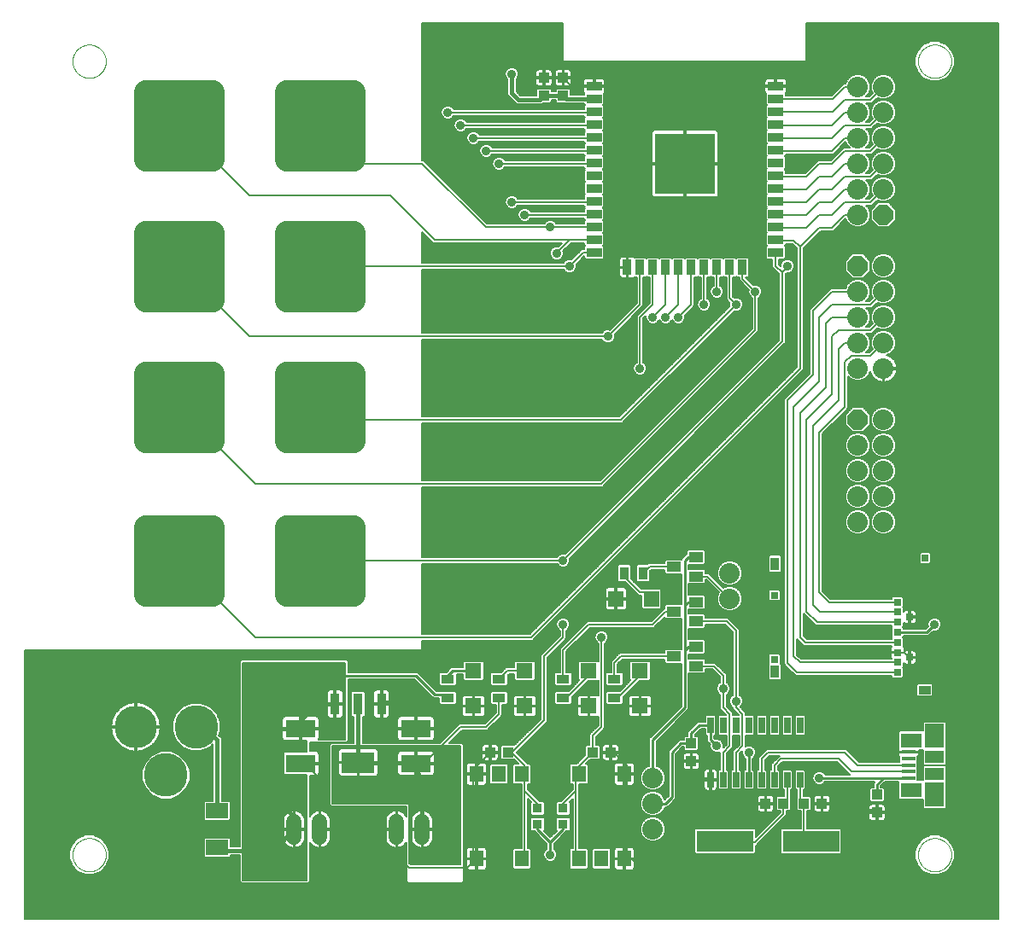
<source format=gtl>
G75*
%MOIN*%
%OFA0B0*%
%FSLAX25Y25*%
%IPPOS*%
%LPD*%
%AMOC8*
5,1,8,0,0,1.08239X$1,22.5*
%
%ADD10R,0.03937X0.03937*%
%ADD11C,0.08858*%
%ADD12R,0.11811X0.07087*%
%ADD13R,0.06299X0.05906*%
%ADD14R,0.08583X0.05984*%
%ADD15C,0.16992*%
%ADD16C,0.16598*%
%ADD17R,0.03799X0.03799*%
%ADD18R,0.05118X0.03543*%
%ADD19R,0.05512X0.06299*%
%ADD20R,0.05433X0.01772*%
%ADD21R,0.08268X0.05807*%
%ADD22R,0.07480X0.04626*%
%ADD23R,0.07480X0.09350*%
%ADD24R,0.02500X0.06000*%
%ADD25R,0.05906X0.03543*%
%ADD26R,0.03543X0.05906*%
%ADD27R,0.23622X0.23622*%
%ADD28R,0.12795X0.08465*%
%ADD29R,0.03740X0.08465*%
%ADD30R,0.22047X0.08268*%
%ADD31C,0.00000*%
%ADD32R,0.05512X0.03937*%
%ADD33R,0.03543X0.05118*%
%ADD34R,0.05906X0.06299*%
%ADD35OC8,0.08000*%
%ADD36C,0.08000*%
%ADD37C,0.06000*%
%ADD38R,0.02953X0.02756*%
%ADD39R,0.02559X0.02756*%
%ADD40R,0.04528X0.03366*%
%ADD41R,0.03346X0.04724*%
%ADD42R,0.02953X0.02559*%
%ADD43R,0.03346X0.05118*%
%ADD44C,0.00800*%
%ADD45C,0.00600*%
%ADD46C,0.03562*%
%ADD47C,0.01000*%
%ADD48C,0.01600*%
D10*
X0200433Y0088933D03*
X0207433Y0088933D03*
X0240433Y0088933D03*
X0247433Y0088933D03*
X0278933Y0085433D03*
X0278933Y0092433D03*
X0307933Y0068933D03*
X0314933Y0068933D03*
X0322933Y0068933D03*
X0329933Y0068933D03*
X0351433Y0065433D03*
X0351433Y0072433D03*
X0228933Y0345433D03*
X0228933Y0352433D03*
X0221433Y0352433D03*
X0221433Y0345433D03*
D11*
X0147220Y0347220D02*
X0120646Y0347220D01*
X0147220Y0347220D02*
X0147220Y0320646D01*
X0120646Y0320646D01*
X0120646Y0347220D01*
X0120646Y0329503D02*
X0147220Y0329503D01*
X0147220Y0338360D02*
X0120646Y0338360D01*
X0120646Y0347217D02*
X0147220Y0347217D01*
X0092220Y0347220D02*
X0065646Y0347220D01*
X0092220Y0347220D02*
X0092220Y0320646D01*
X0065646Y0320646D01*
X0065646Y0347220D01*
X0065646Y0329503D02*
X0092220Y0329503D01*
X0092220Y0338360D02*
X0065646Y0338360D01*
X0065646Y0347217D02*
X0092220Y0347217D01*
X0092220Y0265646D02*
X0065646Y0265646D01*
X0065646Y0292220D01*
X0092220Y0292220D01*
X0092220Y0265646D01*
X0092220Y0274503D02*
X0065646Y0274503D01*
X0065646Y0283360D02*
X0092220Y0283360D01*
X0092220Y0292217D02*
X0065646Y0292217D01*
X0120646Y0265646D02*
X0147220Y0265646D01*
X0120646Y0265646D02*
X0120646Y0292220D01*
X0147220Y0292220D01*
X0147220Y0265646D01*
X0147220Y0274503D02*
X0120646Y0274503D01*
X0120646Y0283360D02*
X0147220Y0283360D01*
X0147220Y0292217D02*
X0120646Y0292217D01*
X0120646Y0210646D02*
X0147220Y0210646D01*
X0120646Y0210646D02*
X0120646Y0237220D01*
X0147220Y0237220D01*
X0147220Y0210646D01*
X0147220Y0219503D02*
X0120646Y0219503D01*
X0120646Y0228360D02*
X0147220Y0228360D01*
X0147220Y0237217D02*
X0120646Y0237217D01*
X0092220Y0210646D02*
X0065646Y0210646D01*
X0065646Y0237220D01*
X0092220Y0237220D01*
X0092220Y0210646D01*
X0092220Y0219503D02*
X0065646Y0219503D01*
X0065646Y0228360D02*
X0092220Y0228360D01*
X0092220Y0237217D02*
X0065646Y0237217D01*
X0065646Y0150646D02*
X0092220Y0150646D01*
X0065646Y0150646D02*
X0065646Y0177220D01*
X0092220Y0177220D01*
X0092220Y0150646D01*
X0092220Y0159503D02*
X0065646Y0159503D01*
X0065646Y0168360D02*
X0092220Y0168360D01*
X0092220Y0177217D02*
X0065646Y0177217D01*
X0120646Y0150646D02*
X0147220Y0150646D01*
X0120646Y0150646D02*
X0120646Y0177220D01*
X0147220Y0177220D01*
X0147220Y0150646D01*
X0147220Y0159503D02*
X0120646Y0159503D01*
X0120646Y0168360D02*
X0147220Y0168360D01*
X0147220Y0177217D02*
X0120646Y0177217D01*
D12*
X0126433Y0098224D03*
X0126433Y0084642D03*
X0171433Y0084642D03*
X0171433Y0098224D03*
D13*
X0193933Y0107043D03*
X0193933Y0120823D03*
X0213933Y0120823D03*
X0213933Y0107043D03*
X0238933Y0107043D03*
X0238933Y0120823D03*
X0258933Y0120823D03*
X0258933Y0107043D03*
D14*
X0093933Y0066138D03*
X0093933Y0051728D03*
D15*
X0073933Y0080035D03*
X0085744Y0098933D03*
D16*
X0062122Y0098933D03*
D17*
X0218933Y0067033D03*
X0218933Y0060833D03*
X0228933Y0060833D03*
X0228933Y0067033D03*
D18*
X0228933Y0110193D03*
X0228933Y0117673D03*
X0248933Y0117673D03*
X0248933Y0110193D03*
X0203933Y0110193D03*
X0203933Y0117673D03*
X0183933Y0117673D03*
X0183933Y0110193D03*
D19*
X0195075Y0080469D03*
X0203933Y0080469D03*
X0212791Y0080469D03*
X0235075Y0080469D03*
X0252791Y0080469D03*
X0252791Y0047398D03*
X0243933Y0047398D03*
X0235075Y0047398D03*
X0212791Y0047398D03*
X0195075Y0047398D03*
D20*
X0363657Y0078815D03*
X0363657Y0081374D03*
X0363657Y0083933D03*
X0363657Y0086492D03*
X0363657Y0089051D03*
D21*
X0364878Y0093628D03*
X0364878Y0074238D03*
D22*
X0373933Y0080636D03*
X0373933Y0087230D03*
D23*
X0373933Y0095400D03*
X0373933Y0072467D03*
D24*
X0321433Y0078323D03*
X0316433Y0078323D03*
X0311433Y0078323D03*
X0306433Y0078323D03*
X0301433Y0078323D03*
X0296433Y0078323D03*
X0291433Y0078323D03*
X0286433Y0078323D03*
X0286433Y0099543D03*
X0291433Y0099543D03*
X0296433Y0099543D03*
X0301433Y0099543D03*
X0306433Y0099543D03*
X0311433Y0099543D03*
X0316433Y0099543D03*
X0321433Y0099543D03*
D25*
X0311866Y0284248D03*
X0311866Y0289248D03*
X0311866Y0294248D03*
X0311866Y0299248D03*
X0311866Y0304248D03*
X0311866Y0309248D03*
X0311866Y0314248D03*
X0311866Y0319248D03*
X0311866Y0324248D03*
X0311866Y0329248D03*
X0311866Y0334248D03*
X0311866Y0339248D03*
X0311866Y0344248D03*
X0311866Y0349248D03*
X0241000Y0349248D03*
X0241000Y0344248D03*
X0241000Y0339248D03*
X0241000Y0334248D03*
X0241000Y0329248D03*
X0241000Y0324248D03*
X0241000Y0319248D03*
X0241000Y0314248D03*
X0241000Y0309248D03*
X0241000Y0304248D03*
X0241000Y0299248D03*
X0241000Y0294248D03*
X0241000Y0289248D03*
X0241000Y0284248D03*
D26*
X0253933Y0278382D03*
X0258933Y0278382D03*
X0263933Y0278382D03*
X0268933Y0278382D03*
X0273933Y0278382D03*
X0278933Y0278382D03*
X0283933Y0278382D03*
X0288933Y0278382D03*
X0293933Y0278382D03*
X0298933Y0278382D03*
D27*
X0276433Y0318933D03*
D28*
X0148933Y0085016D03*
D29*
X0148933Y0107850D03*
X0157988Y0107850D03*
X0139878Y0107850D03*
D30*
X0292201Y0054327D03*
X0325665Y0054327D03*
D31*
X0367437Y0048933D02*
X0367439Y0049094D01*
X0367445Y0049254D01*
X0367455Y0049415D01*
X0367469Y0049575D01*
X0367487Y0049734D01*
X0367508Y0049894D01*
X0367534Y0050052D01*
X0367564Y0050210D01*
X0367597Y0050367D01*
X0367635Y0050524D01*
X0367676Y0050679D01*
X0367721Y0050833D01*
X0367770Y0050986D01*
X0367823Y0051138D01*
X0367879Y0051288D01*
X0367939Y0051437D01*
X0368003Y0051585D01*
X0368070Y0051731D01*
X0368141Y0051875D01*
X0368216Y0052017D01*
X0368294Y0052158D01*
X0368375Y0052296D01*
X0368460Y0052433D01*
X0368549Y0052567D01*
X0368640Y0052699D01*
X0368735Y0052829D01*
X0368833Y0052956D01*
X0368934Y0053081D01*
X0369038Y0053204D01*
X0369145Y0053323D01*
X0369255Y0053440D01*
X0369368Y0053555D01*
X0369484Y0053666D01*
X0369602Y0053775D01*
X0369723Y0053880D01*
X0369847Y0053983D01*
X0369973Y0054083D01*
X0370102Y0054179D01*
X0370233Y0054272D01*
X0370366Y0054362D01*
X0370501Y0054449D01*
X0370639Y0054532D01*
X0370778Y0054611D01*
X0370920Y0054688D01*
X0371063Y0054761D01*
X0371208Y0054830D01*
X0371355Y0054895D01*
X0371503Y0054957D01*
X0371653Y0055016D01*
X0371804Y0055070D01*
X0371956Y0055121D01*
X0372110Y0055168D01*
X0372265Y0055211D01*
X0372420Y0055250D01*
X0372577Y0055286D01*
X0372735Y0055318D01*
X0372893Y0055345D01*
X0373052Y0055369D01*
X0373211Y0055389D01*
X0373371Y0055405D01*
X0373532Y0055417D01*
X0373692Y0055425D01*
X0373853Y0055429D01*
X0374013Y0055429D01*
X0374174Y0055425D01*
X0374334Y0055417D01*
X0374495Y0055405D01*
X0374655Y0055389D01*
X0374814Y0055369D01*
X0374973Y0055345D01*
X0375131Y0055318D01*
X0375289Y0055286D01*
X0375446Y0055250D01*
X0375601Y0055211D01*
X0375756Y0055168D01*
X0375910Y0055121D01*
X0376062Y0055070D01*
X0376213Y0055016D01*
X0376363Y0054957D01*
X0376511Y0054895D01*
X0376658Y0054830D01*
X0376803Y0054761D01*
X0376946Y0054688D01*
X0377088Y0054611D01*
X0377227Y0054532D01*
X0377365Y0054449D01*
X0377500Y0054362D01*
X0377633Y0054272D01*
X0377764Y0054179D01*
X0377893Y0054083D01*
X0378019Y0053983D01*
X0378143Y0053880D01*
X0378264Y0053775D01*
X0378382Y0053666D01*
X0378498Y0053555D01*
X0378611Y0053440D01*
X0378721Y0053323D01*
X0378828Y0053204D01*
X0378932Y0053081D01*
X0379033Y0052956D01*
X0379131Y0052829D01*
X0379226Y0052699D01*
X0379317Y0052567D01*
X0379406Y0052433D01*
X0379491Y0052296D01*
X0379572Y0052158D01*
X0379650Y0052017D01*
X0379725Y0051875D01*
X0379796Y0051731D01*
X0379863Y0051585D01*
X0379927Y0051437D01*
X0379987Y0051288D01*
X0380043Y0051138D01*
X0380096Y0050986D01*
X0380145Y0050833D01*
X0380190Y0050679D01*
X0380231Y0050524D01*
X0380269Y0050367D01*
X0380302Y0050210D01*
X0380332Y0050052D01*
X0380358Y0049894D01*
X0380379Y0049734D01*
X0380397Y0049575D01*
X0380411Y0049415D01*
X0380421Y0049254D01*
X0380427Y0049094D01*
X0380429Y0048933D01*
X0380427Y0048772D01*
X0380421Y0048612D01*
X0380411Y0048451D01*
X0380397Y0048291D01*
X0380379Y0048132D01*
X0380358Y0047972D01*
X0380332Y0047814D01*
X0380302Y0047656D01*
X0380269Y0047499D01*
X0380231Y0047342D01*
X0380190Y0047187D01*
X0380145Y0047033D01*
X0380096Y0046880D01*
X0380043Y0046728D01*
X0379987Y0046578D01*
X0379927Y0046429D01*
X0379863Y0046281D01*
X0379796Y0046135D01*
X0379725Y0045991D01*
X0379650Y0045849D01*
X0379572Y0045708D01*
X0379491Y0045570D01*
X0379406Y0045433D01*
X0379317Y0045299D01*
X0379226Y0045167D01*
X0379131Y0045037D01*
X0379033Y0044910D01*
X0378932Y0044785D01*
X0378828Y0044662D01*
X0378721Y0044543D01*
X0378611Y0044426D01*
X0378498Y0044311D01*
X0378382Y0044200D01*
X0378264Y0044091D01*
X0378143Y0043986D01*
X0378019Y0043883D01*
X0377893Y0043783D01*
X0377764Y0043687D01*
X0377633Y0043594D01*
X0377500Y0043504D01*
X0377365Y0043417D01*
X0377227Y0043334D01*
X0377088Y0043255D01*
X0376946Y0043178D01*
X0376803Y0043105D01*
X0376658Y0043036D01*
X0376511Y0042971D01*
X0376363Y0042909D01*
X0376213Y0042850D01*
X0376062Y0042796D01*
X0375910Y0042745D01*
X0375756Y0042698D01*
X0375601Y0042655D01*
X0375446Y0042616D01*
X0375289Y0042580D01*
X0375131Y0042548D01*
X0374973Y0042521D01*
X0374814Y0042497D01*
X0374655Y0042477D01*
X0374495Y0042461D01*
X0374334Y0042449D01*
X0374174Y0042441D01*
X0374013Y0042437D01*
X0373853Y0042437D01*
X0373692Y0042441D01*
X0373532Y0042449D01*
X0373371Y0042461D01*
X0373211Y0042477D01*
X0373052Y0042497D01*
X0372893Y0042521D01*
X0372735Y0042548D01*
X0372577Y0042580D01*
X0372420Y0042616D01*
X0372265Y0042655D01*
X0372110Y0042698D01*
X0371956Y0042745D01*
X0371804Y0042796D01*
X0371653Y0042850D01*
X0371503Y0042909D01*
X0371355Y0042971D01*
X0371208Y0043036D01*
X0371063Y0043105D01*
X0370920Y0043178D01*
X0370778Y0043255D01*
X0370639Y0043334D01*
X0370501Y0043417D01*
X0370366Y0043504D01*
X0370233Y0043594D01*
X0370102Y0043687D01*
X0369973Y0043783D01*
X0369847Y0043883D01*
X0369723Y0043986D01*
X0369602Y0044091D01*
X0369484Y0044200D01*
X0369368Y0044311D01*
X0369255Y0044426D01*
X0369145Y0044543D01*
X0369038Y0044662D01*
X0368934Y0044785D01*
X0368833Y0044910D01*
X0368735Y0045037D01*
X0368640Y0045167D01*
X0368549Y0045299D01*
X0368460Y0045433D01*
X0368375Y0045570D01*
X0368294Y0045708D01*
X0368216Y0045849D01*
X0368141Y0045991D01*
X0368070Y0046135D01*
X0368003Y0046281D01*
X0367939Y0046429D01*
X0367879Y0046578D01*
X0367823Y0046728D01*
X0367770Y0046880D01*
X0367721Y0047033D01*
X0367676Y0047187D01*
X0367635Y0047342D01*
X0367597Y0047499D01*
X0367564Y0047656D01*
X0367534Y0047814D01*
X0367508Y0047972D01*
X0367487Y0048132D01*
X0367469Y0048291D01*
X0367455Y0048451D01*
X0367445Y0048612D01*
X0367439Y0048772D01*
X0367437Y0048933D01*
X0037437Y0048933D02*
X0037439Y0049094D01*
X0037445Y0049254D01*
X0037455Y0049415D01*
X0037469Y0049575D01*
X0037487Y0049734D01*
X0037508Y0049894D01*
X0037534Y0050052D01*
X0037564Y0050210D01*
X0037597Y0050367D01*
X0037635Y0050524D01*
X0037676Y0050679D01*
X0037721Y0050833D01*
X0037770Y0050986D01*
X0037823Y0051138D01*
X0037879Y0051288D01*
X0037939Y0051437D01*
X0038003Y0051585D01*
X0038070Y0051731D01*
X0038141Y0051875D01*
X0038216Y0052017D01*
X0038294Y0052158D01*
X0038375Y0052296D01*
X0038460Y0052433D01*
X0038549Y0052567D01*
X0038640Y0052699D01*
X0038735Y0052829D01*
X0038833Y0052956D01*
X0038934Y0053081D01*
X0039038Y0053204D01*
X0039145Y0053323D01*
X0039255Y0053440D01*
X0039368Y0053555D01*
X0039484Y0053666D01*
X0039602Y0053775D01*
X0039723Y0053880D01*
X0039847Y0053983D01*
X0039973Y0054083D01*
X0040102Y0054179D01*
X0040233Y0054272D01*
X0040366Y0054362D01*
X0040501Y0054449D01*
X0040639Y0054532D01*
X0040778Y0054611D01*
X0040920Y0054688D01*
X0041063Y0054761D01*
X0041208Y0054830D01*
X0041355Y0054895D01*
X0041503Y0054957D01*
X0041653Y0055016D01*
X0041804Y0055070D01*
X0041956Y0055121D01*
X0042110Y0055168D01*
X0042265Y0055211D01*
X0042420Y0055250D01*
X0042577Y0055286D01*
X0042735Y0055318D01*
X0042893Y0055345D01*
X0043052Y0055369D01*
X0043211Y0055389D01*
X0043371Y0055405D01*
X0043532Y0055417D01*
X0043692Y0055425D01*
X0043853Y0055429D01*
X0044013Y0055429D01*
X0044174Y0055425D01*
X0044334Y0055417D01*
X0044495Y0055405D01*
X0044655Y0055389D01*
X0044814Y0055369D01*
X0044973Y0055345D01*
X0045131Y0055318D01*
X0045289Y0055286D01*
X0045446Y0055250D01*
X0045601Y0055211D01*
X0045756Y0055168D01*
X0045910Y0055121D01*
X0046062Y0055070D01*
X0046213Y0055016D01*
X0046363Y0054957D01*
X0046511Y0054895D01*
X0046658Y0054830D01*
X0046803Y0054761D01*
X0046946Y0054688D01*
X0047088Y0054611D01*
X0047227Y0054532D01*
X0047365Y0054449D01*
X0047500Y0054362D01*
X0047633Y0054272D01*
X0047764Y0054179D01*
X0047893Y0054083D01*
X0048019Y0053983D01*
X0048143Y0053880D01*
X0048264Y0053775D01*
X0048382Y0053666D01*
X0048498Y0053555D01*
X0048611Y0053440D01*
X0048721Y0053323D01*
X0048828Y0053204D01*
X0048932Y0053081D01*
X0049033Y0052956D01*
X0049131Y0052829D01*
X0049226Y0052699D01*
X0049317Y0052567D01*
X0049406Y0052433D01*
X0049491Y0052296D01*
X0049572Y0052158D01*
X0049650Y0052017D01*
X0049725Y0051875D01*
X0049796Y0051731D01*
X0049863Y0051585D01*
X0049927Y0051437D01*
X0049987Y0051288D01*
X0050043Y0051138D01*
X0050096Y0050986D01*
X0050145Y0050833D01*
X0050190Y0050679D01*
X0050231Y0050524D01*
X0050269Y0050367D01*
X0050302Y0050210D01*
X0050332Y0050052D01*
X0050358Y0049894D01*
X0050379Y0049734D01*
X0050397Y0049575D01*
X0050411Y0049415D01*
X0050421Y0049254D01*
X0050427Y0049094D01*
X0050429Y0048933D01*
X0050427Y0048772D01*
X0050421Y0048612D01*
X0050411Y0048451D01*
X0050397Y0048291D01*
X0050379Y0048132D01*
X0050358Y0047972D01*
X0050332Y0047814D01*
X0050302Y0047656D01*
X0050269Y0047499D01*
X0050231Y0047342D01*
X0050190Y0047187D01*
X0050145Y0047033D01*
X0050096Y0046880D01*
X0050043Y0046728D01*
X0049987Y0046578D01*
X0049927Y0046429D01*
X0049863Y0046281D01*
X0049796Y0046135D01*
X0049725Y0045991D01*
X0049650Y0045849D01*
X0049572Y0045708D01*
X0049491Y0045570D01*
X0049406Y0045433D01*
X0049317Y0045299D01*
X0049226Y0045167D01*
X0049131Y0045037D01*
X0049033Y0044910D01*
X0048932Y0044785D01*
X0048828Y0044662D01*
X0048721Y0044543D01*
X0048611Y0044426D01*
X0048498Y0044311D01*
X0048382Y0044200D01*
X0048264Y0044091D01*
X0048143Y0043986D01*
X0048019Y0043883D01*
X0047893Y0043783D01*
X0047764Y0043687D01*
X0047633Y0043594D01*
X0047500Y0043504D01*
X0047365Y0043417D01*
X0047227Y0043334D01*
X0047088Y0043255D01*
X0046946Y0043178D01*
X0046803Y0043105D01*
X0046658Y0043036D01*
X0046511Y0042971D01*
X0046363Y0042909D01*
X0046213Y0042850D01*
X0046062Y0042796D01*
X0045910Y0042745D01*
X0045756Y0042698D01*
X0045601Y0042655D01*
X0045446Y0042616D01*
X0045289Y0042580D01*
X0045131Y0042548D01*
X0044973Y0042521D01*
X0044814Y0042497D01*
X0044655Y0042477D01*
X0044495Y0042461D01*
X0044334Y0042449D01*
X0044174Y0042441D01*
X0044013Y0042437D01*
X0043853Y0042437D01*
X0043692Y0042441D01*
X0043532Y0042449D01*
X0043371Y0042461D01*
X0043211Y0042477D01*
X0043052Y0042497D01*
X0042893Y0042521D01*
X0042735Y0042548D01*
X0042577Y0042580D01*
X0042420Y0042616D01*
X0042265Y0042655D01*
X0042110Y0042698D01*
X0041956Y0042745D01*
X0041804Y0042796D01*
X0041653Y0042850D01*
X0041503Y0042909D01*
X0041355Y0042971D01*
X0041208Y0043036D01*
X0041063Y0043105D01*
X0040920Y0043178D01*
X0040778Y0043255D01*
X0040639Y0043334D01*
X0040501Y0043417D01*
X0040366Y0043504D01*
X0040233Y0043594D01*
X0040102Y0043687D01*
X0039973Y0043783D01*
X0039847Y0043883D01*
X0039723Y0043986D01*
X0039602Y0044091D01*
X0039484Y0044200D01*
X0039368Y0044311D01*
X0039255Y0044426D01*
X0039145Y0044543D01*
X0039038Y0044662D01*
X0038934Y0044785D01*
X0038833Y0044910D01*
X0038735Y0045037D01*
X0038640Y0045167D01*
X0038549Y0045299D01*
X0038460Y0045433D01*
X0038375Y0045570D01*
X0038294Y0045708D01*
X0038216Y0045849D01*
X0038141Y0045991D01*
X0038070Y0046135D01*
X0038003Y0046281D01*
X0037939Y0046429D01*
X0037879Y0046578D01*
X0037823Y0046728D01*
X0037770Y0046880D01*
X0037721Y0047033D01*
X0037676Y0047187D01*
X0037635Y0047342D01*
X0037597Y0047499D01*
X0037564Y0047656D01*
X0037534Y0047814D01*
X0037508Y0047972D01*
X0037487Y0048132D01*
X0037469Y0048291D01*
X0037455Y0048451D01*
X0037445Y0048612D01*
X0037439Y0048772D01*
X0037437Y0048933D01*
X0037437Y0358933D02*
X0037439Y0359094D01*
X0037445Y0359254D01*
X0037455Y0359415D01*
X0037469Y0359575D01*
X0037487Y0359734D01*
X0037508Y0359894D01*
X0037534Y0360052D01*
X0037564Y0360210D01*
X0037597Y0360367D01*
X0037635Y0360524D01*
X0037676Y0360679D01*
X0037721Y0360833D01*
X0037770Y0360986D01*
X0037823Y0361138D01*
X0037879Y0361288D01*
X0037939Y0361437D01*
X0038003Y0361585D01*
X0038070Y0361731D01*
X0038141Y0361875D01*
X0038216Y0362017D01*
X0038294Y0362158D01*
X0038375Y0362296D01*
X0038460Y0362433D01*
X0038549Y0362567D01*
X0038640Y0362699D01*
X0038735Y0362829D01*
X0038833Y0362956D01*
X0038934Y0363081D01*
X0039038Y0363204D01*
X0039145Y0363323D01*
X0039255Y0363440D01*
X0039368Y0363555D01*
X0039484Y0363666D01*
X0039602Y0363775D01*
X0039723Y0363880D01*
X0039847Y0363983D01*
X0039973Y0364083D01*
X0040102Y0364179D01*
X0040233Y0364272D01*
X0040366Y0364362D01*
X0040501Y0364449D01*
X0040639Y0364532D01*
X0040778Y0364611D01*
X0040920Y0364688D01*
X0041063Y0364761D01*
X0041208Y0364830D01*
X0041355Y0364895D01*
X0041503Y0364957D01*
X0041653Y0365016D01*
X0041804Y0365070D01*
X0041956Y0365121D01*
X0042110Y0365168D01*
X0042265Y0365211D01*
X0042420Y0365250D01*
X0042577Y0365286D01*
X0042735Y0365318D01*
X0042893Y0365345D01*
X0043052Y0365369D01*
X0043211Y0365389D01*
X0043371Y0365405D01*
X0043532Y0365417D01*
X0043692Y0365425D01*
X0043853Y0365429D01*
X0044013Y0365429D01*
X0044174Y0365425D01*
X0044334Y0365417D01*
X0044495Y0365405D01*
X0044655Y0365389D01*
X0044814Y0365369D01*
X0044973Y0365345D01*
X0045131Y0365318D01*
X0045289Y0365286D01*
X0045446Y0365250D01*
X0045601Y0365211D01*
X0045756Y0365168D01*
X0045910Y0365121D01*
X0046062Y0365070D01*
X0046213Y0365016D01*
X0046363Y0364957D01*
X0046511Y0364895D01*
X0046658Y0364830D01*
X0046803Y0364761D01*
X0046946Y0364688D01*
X0047088Y0364611D01*
X0047227Y0364532D01*
X0047365Y0364449D01*
X0047500Y0364362D01*
X0047633Y0364272D01*
X0047764Y0364179D01*
X0047893Y0364083D01*
X0048019Y0363983D01*
X0048143Y0363880D01*
X0048264Y0363775D01*
X0048382Y0363666D01*
X0048498Y0363555D01*
X0048611Y0363440D01*
X0048721Y0363323D01*
X0048828Y0363204D01*
X0048932Y0363081D01*
X0049033Y0362956D01*
X0049131Y0362829D01*
X0049226Y0362699D01*
X0049317Y0362567D01*
X0049406Y0362433D01*
X0049491Y0362296D01*
X0049572Y0362158D01*
X0049650Y0362017D01*
X0049725Y0361875D01*
X0049796Y0361731D01*
X0049863Y0361585D01*
X0049927Y0361437D01*
X0049987Y0361288D01*
X0050043Y0361138D01*
X0050096Y0360986D01*
X0050145Y0360833D01*
X0050190Y0360679D01*
X0050231Y0360524D01*
X0050269Y0360367D01*
X0050302Y0360210D01*
X0050332Y0360052D01*
X0050358Y0359894D01*
X0050379Y0359734D01*
X0050397Y0359575D01*
X0050411Y0359415D01*
X0050421Y0359254D01*
X0050427Y0359094D01*
X0050429Y0358933D01*
X0050427Y0358772D01*
X0050421Y0358612D01*
X0050411Y0358451D01*
X0050397Y0358291D01*
X0050379Y0358132D01*
X0050358Y0357972D01*
X0050332Y0357814D01*
X0050302Y0357656D01*
X0050269Y0357499D01*
X0050231Y0357342D01*
X0050190Y0357187D01*
X0050145Y0357033D01*
X0050096Y0356880D01*
X0050043Y0356728D01*
X0049987Y0356578D01*
X0049927Y0356429D01*
X0049863Y0356281D01*
X0049796Y0356135D01*
X0049725Y0355991D01*
X0049650Y0355849D01*
X0049572Y0355708D01*
X0049491Y0355570D01*
X0049406Y0355433D01*
X0049317Y0355299D01*
X0049226Y0355167D01*
X0049131Y0355037D01*
X0049033Y0354910D01*
X0048932Y0354785D01*
X0048828Y0354662D01*
X0048721Y0354543D01*
X0048611Y0354426D01*
X0048498Y0354311D01*
X0048382Y0354200D01*
X0048264Y0354091D01*
X0048143Y0353986D01*
X0048019Y0353883D01*
X0047893Y0353783D01*
X0047764Y0353687D01*
X0047633Y0353594D01*
X0047500Y0353504D01*
X0047365Y0353417D01*
X0047227Y0353334D01*
X0047088Y0353255D01*
X0046946Y0353178D01*
X0046803Y0353105D01*
X0046658Y0353036D01*
X0046511Y0352971D01*
X0046363Y0352909D01*
X0046213Y0352850D01*
X0046062Y0352796D01*
X0045910Y0352745D01*
X0045756Y0352698D01*
X0045601Y0352655D01*
X0045446Y0352616D01*
X0045289Y0352580D01*
X0045131Y0352548D01*
X0044973Y0352521D01*
X0044814Y0352497D01*
X0044655Y0352477D01*
X0044495Y0352461D01*
X0044334Y0352449D01*
X0044174Y0352441D01*
X0044013Y0352437D01*
X0043853Y0352437D01*
X0043692Y0352441D01*
X0043532Y0352449D01*
X0043371Y0352461D01*
X0043211Y0352477D01*
X0043052Y0352497D01*
X0042893Y0352521D01*
X0042735Y0352548D01*
X0042577Y0352580D01*
X0042420Y0352616D01*
X0042265Y0352655D01*
X0042110Y0352698D01*
X0041956Y0352745D01*
X0041804Y0352796D01*
X0041653Y0352850D01*
X0041503Y0352909D01*
X0041355Y0352971D01*
X0041208Y0353036D01*
X0041063Y0353105D01*
X0040920Y0353178D01*
X0040778Y0353255D01*
X0040639Y0353334D01*
X0040501Y0353417D01*
X0040366Y0353504D01*
X0040233Y0353594D01*
X0040102Y0353687D01*
X0039973Y0353783D01*
X0039847Y0353883D01*
X0039723Y0353986D01*
X0039602Y0354091D01*
X0039484Y0354200D01*
X0039368Y0354311D01*
X0039255Y0354426D01*
X0039145Y0354543D01*
X0039038Y0354662D01*
X0038934Y0354785D01*
X0038833Y0354910D01*
X0038735Y0355037D01*
X0038640Y0355167D01*
X0038549Y0355299D01*
X0038460Y0355433D01*
X0038375Y0355570D01*
X0038294Y0355708D01*
X0038216Y0355849D01*
X0038141Y0355991D01*
X0038070Y0356135D01*
X0038003Y0356281D01*
X0037939Y0356429D01*
X0037879Y0356578D01*
X0037823Y0356728D01*
X0037770Y0356880D01*
X0037721Y0357033D01*
X0037676Y0357187D01*
X0037635Y0357342D01*
X0037597Y0357499D01*
X0037564Y0357656D01*
X0037534Y0357814D01*
X0037508Y0357972D01*
X0037487Y0358132D01*
X0037469Y0358291D01*
X0037455Y0358451D01*
X0037445Y0358612D01*
X0037439Y0358772D01*
X0037437Y0358933D01*
X0367437Y0358933D02*
X0367439Y0359094D01*
X0367445Y0359254D01*
X0367455Y0359415D01*
X0367469Y0359575D01*
X0367487Y0359734D01*
X0367508Y0359894D01*
X0367534Y0360052D01*
X0367564Y0360210D01*
X0367597Y0360367D01*
X0367635Y0360524D01*
X0367676Y0360679D01*
X0367721Y0360833D01*
X0367770Y0360986D01*
X0367823Y0361138D01*
X0367879Y0361288D01*
X0367939Y0361437D01*
X0368003Y0361585D01*
X0368070Y0361731D01*
X0368141Y0361875D01*
X0368216Y0362017D01*
X0368294Y0362158D01*
X0368375Y0362296D01*
X0368460Y0362433D01*
X0368549Y0362567D01*
X0368640Y0362699D01*
X0368735Y0362829D01*
X0368833Y0362956D01*
X0368934Y0363081D01*
X0369038Y0363204D01*
X0369145Y0363323D01*
X0369255Y0363440D01*
X0369368Y0363555D01*
X0369484Y0363666D01*
X0369602Y0363775D01*
X0369723Y0363880D01*
X0369847Y0363983D01*
X0369973Y0364083D01*
X0370102Y0364179D01*
X0370233Y0364272D01*
X0370366Y0364362D01*
X0370501Y0364449D01*
X0370639Y0364532D01*
X0370778Y0364611D01*
X0370920Y0364688D01*
X0371063Y0364761D01*
X0371208Y0364830D01*
X0371355Y0364895D01*
X0371503Y0364957D01*
X0371653Y0365016D01*
X0371804Y0365070D01*
X0371956Y0365121D01*
X0372110Y0365168D01*
X0372265Y0365211D01*
X0372420Y0365250D01*
X0372577Y0365286D01*
X0372735Y0365318D01*
X0372893Y0365345D01*
X0373052Y0365369D01*
X0373211Y0365389D01*
X0373371Y0365405D01*
X0373532Y0365417D01*
X0373692Y0365425D01*
X0373853Y0365429D01*
X0374013Y0365429D01*
X0374174Y0365425D01*
X0374334Y0365417D01*
X0374495Y0365405D01*
X0374655Y0365389D01*
X0374814Y0365369D01*
X0374973Y0365345D01*
X0375131Y0365318D01*
X0375289Y0365286D01*
X0375446Y0365250D01*
X0375601Y0365211D01*
X0375756Y0365168D01*
X0375910Y0365121D01*
X0376062Y0365070D01*
X0376213Y0365016D01*
X0376363Y0364957D01*
X0376511Y0364895D01*
X0376658Y0364830D01*
X0376803Y0364761D01*
X0376946Y0364688D01*
X0377088Y0364611D01*
X0377227Y0364532D01*
X0377365Y0364449D01*
X0377500Y0364362D01*
X0377633Y0364272D01*
X0377764Y0364179D01*
X0377893Y0364083D01*
X0378019Y0363983D01*
X0378143Y0363880D01*
X0378264Y0363775D01*
X0378382Y0363666D01*
X0378498Y0363555D01*
X0378611Y0363440D01*
X0378721Y0363323D01*
X0378828Y0363204D01*
X0378932Y0363081D01*
X0379033Y0362956D01*
X0379131Y0362829D01*
X0379226Y0362699D01*
X0379317Y0362567D01*
X0379406Y0362433D01*
X0379491Y0362296D01*
X0379572Y0362158D01*
X0379650Y0362017D01*
X0379725Y0361875D01*
X0379796Y0361731D01*
X0379863Y0361585D01*
X0379927Y0361437D01*
X0379987Y0361288D01*
X0380043Y0361138D01*
X0380096Y0360986D01*
X0380145Y0360833D01*
X0380190Y0360679D01*
X0380231Y0360524D01*
X0380269Y0360367D01*
X0380302Y0360210D01*
X0380332Y0360052D01*
X0380358Y0359894D01*
X0380379Y0359734D01*
X0380397Y0359575D01*
X0380411Y0359415D01*
X0380421Y0359254D01*
X0380427Y0359094D01*
X0380429Y0358933D01*
X0380427Y0358772D01*
X0380421Y0358612D01*
X0380411Y0358451D01*
X0380397Y0358291D01*
X0380379Y0358132D01*
X0380358Y0357972D01*
X0380332Y0357814D01*
X0380302Y0357656D01*
X0380269Y0357499D01*
X0380231Y0357342D01*
X0380190Y0357187D01*
X0380145Y0357033D01*
X0380096Y0356880D01*
X0380043Y0356728D01*
X0379987Y0356578D01*
X0379927Y0356429D01*
X0379863Y0356281D01*
X0379796Y0356135D01*
X0379725Y0355991D01*
X0379650Y0355849D01*
X0379572Y0355708D01*
X0379491Y0355570D01*
X0379406Y0355433D01*
X0379317Y0355299D01*
X0379226Y0355167D01*
X0379131Y0355037D01*
X0379033Y0354910D01*
X0378932Y0354785D01*
X0378828Y0354662D01*
X0378721Y0354543D01*
X0378611Y0354426D01*
X0378498Y0354311D01*
X0378382Y0354200D01*
X0378264Y0354091D01*
X0378143Y0353986D01*
X0378019Y0353883D01*
X0377893Y0353783D01*
X0377764Y0353687D01*
X0377633Y0353594D01*
X0377500Y0353504D01*
X0377365Y0353417D01*
X0377227Y0353334D01*
X0377088Y0353255D01*
X0376946Y0353178D01*
X0376803Y0353105D01*
X0376658Y0353036D01*
X0376511Y0352971D01*
X0376363Y0352909D01*
X0376213Y0352850D01*
X0376062Y0352796D01*
X0375910Y0352745D01*
X0375756Y0352698D01*
X0375601Y0352655D01*
X0375446Y0352616D01*
X0375289Y0352580D01*
X0375131Y0352548D01*
X0374973Y0352521D01*
X0374814Y0352497D01*
X0374655Y0352477D01*
X0374495Y0352461D01*
X0374334Y0352449D01*
X0374174Y0352441D01*
X0374013Y0352437D01*
X0373853Y0352437D01*
X0373692Y0352441D01*
X0373532Y0352449D01*
X0373371Y0352461D01*
X0373211Y0352477D01*
X0373052Y0352497D01*
X0372893Y0352521D01*
X0372735Y0352548D01*
X0372577Y0352580D01*
X0372420Y0352616D01*
X0372265Y0352655D01*
X0372110Y0352698D01*
X0371956Y0352745D01*
X0371804Y0352796D01*
X0371653Y0352850D01*
X0371503Y0352909D01*
X0371355Y0352971D01*
X0371208Y0353036D01*
X0371063Y0353105D01*
X0370920Y0353178D01*
X0370778Y0353255D01*
X0370639Y0353334D01*
X0370501Y0353417D01*
X0370366Y0353504D01*
X0370233Y0353594D01*
X0370102Y0353687D01*
X0369973Y0353783D01*
X0369847Y0353883D01*
X0369723Y0353986D01*
X0369602Y0354091D01*
X0369484Y0354200D01*
X0369368Y0354311D01*
X0369255Y0354426D01*
X0369145Y0354543D01*
X0369038Y0354662D01*
X0368934Y0354785D01*
X0368833Y0354910D01*
X0368735Y0355037D01*
X0368640Y0355167D01*
X0368549Y0355299D01*
X0368460Y0355433D01*
X0368375Y0355570D01*
X0368294Y0355708D01*
X0368216Y0355849D01*
X0368141Y0355991D01*
X0368070Y0356135D01*
X0368003Y0356281D01*
X0367939Y0356429D01*
X0367879Y0356578D01*
X0367823Y0356728D01*
X0367770Y0356880D01*
X0367721Y0357033D01*
X0367676Y0357187D01*
X0367635Y0357342D01*
X0367597Y0357499D01*
X0367564Y0357656D01*
X0367534Y0357814D01*
X0367508Y0357972D01*
X0367487Y0358132D01*
X0367469Y0358291D01*
X0367455Y0358451D01*
X0367445Y0358612D01*
X0367439Y0358772D01*
X0367437Y0358933D01*
D32*
X0280764Y0165173D03*
X0280764Y0157693D03*
X0272102Y0161433D03*
X0280764Y0147673D03*
X0280764Y0140193D03*
X0280764Y0130173D03*
X0280764Y0122693D03*
X0272102Y0126433D03*
X0272102Y0143933D03*
D33*
X0260173Y0158933D03*
X0252693Y0158933D03*
D34*
X0249543Y0148933D03*
X0263323Y0148933D03*
D35*
X0343933Y0218933D03*
X0343933Y0278933D03*
X0353933Y0298933D03*
D36*
X0343933Y0298933D03*
X0343933Y0308933D03*
X0343933Y0318933D03*
X0343933Y0328933D03*
X0343933Y0338933D03*
X0343933Y0348933D03*
X0353933Y0348933D03*
X0353933Y0338933D03*
X0353933Y0328933D03*
X0353933Y0318933D03*
X0353933Y0308933D03*
X0353933Y0278933D03*
X0353933Y0268933D03*
X0353933Y0258933D03*
X0353933Y0248933D03*
X0353933Y0238933D03*
X0343933Y0238933D03*
X0343933Y0248933D03*
X0343933Y0258933D03*
X0343933Y0268933D03*
X0353933Y0218933D03*
X0353933Y0208933D03*
X0353933Y0198933D03*
X0353933Y0188933D03*
X0353933Y0178933D03*
X0343933Y0178933D03*
X0343933Y0188933D03*
X0343933Y0198933D03*
X0343933Y0208933D03*
X0293933Y0158933D03*
X0293933Y0148933D03*
X0263933Y0078933D03*
X0263933Y0068933D03*
X0263933Y0058933D03*
D37*
X0173933Y0055933D02*
X0173933Y0061933D01*
X0163933Y0061933D02*
X0163933Y0055933D01*
X0133933Y0055933D02*
X0133933Y0061933D01*
X0123933Y0061933D02*
X0123933Y0055933D01*
D38*
X0359425Y0120134D03*
X0359425Y0124071D03*
X0359425Y0128008D03*
X0359425Y0131945D03*
X0359425Y0135882D03*
X0359425Y0139819D03*
X0359425Y0143756D03*
X0359425Y0147693D03*
D39*
X0364150Y0141787D03*
X0364150Y0126039D03*
X0370252Y0164819D03*
D40*
X0370055Y0113283D03*
D41*
X0311591Y0120380D03*
D42*
X0311394Y0125252D03*
X0311394Y0150252D03*
D43*
X0311591Y0162604D03*
D44*
X0326433Y0146433D02*
X0326433Y0216433D01*
X0336433Y0226433D01*
X0336433Y0246433D01*
X0338933Y0248933D01*
X0343933Y0248933D01*
X0341433Y0243933D02*
X0348933Y0243933D01*
X0353933Y0248933D01*
X0348933Y0253933D02*
X0353933Y0258933D01*
X0348933Y0263933D02*
X0353933Y0268933D01*
X0348933Y0263933D02*
X0333933Y0263933D01*
X0328933Y0258933D01*
X0328933Y0233933D01*
X0318933Y0223933D01*
X0318933Y0126433D01*
X0321295Y0124071D01*
X0359425Y0124071D01*
X0359425Y0128008D02*
X0362181Y0128008D01*
X0364150Y0126039D01*
X0366827Y0126039D01*
X0368933Y0123933D01*
X0373933Y0123933D01*
X0378933Y0128933D01*
X0378933Y0153933D01*
X0366787Y0141787D01*
X0364150Y0141787D01*
X0359425Y0139819D02*
X0328047Y0139819D01*
X0323933Y0143933D01*
X0323933Y0218933D01*
X0333933Y0228933D01*
X0333933Y0251433D01*
X0336433Y0253933D01*
X0348933Y0253933D01*
X0343933Y0258933D02*
X0333933Y0258933D01*
X0331433Y0256433D01*
X0331433Y0231433D01*
X0321433Y0221433D01*
X0321433Y0133933D01*
X0323421Y0131945D01*
X0359425Y0131945D01*
X0359425Y0143756D02*
X0329110Y0143756D01*
X0326433Y0146433D01*
X0328933Y0151433D02*
X0328933Y0213933D01*
X0338933Y0223933D01*
X0338933Y0241433D01*
X0341433Y0243933D01*
X0353933Y0238933D02*
X0368933Y0238933D01*
X0378933Y0228933D01*
X0378933Y0153933D01*
X0359425Y0147693D02*
X0332673Y0147693D01*
X0328933Y0151433D01*
X0316433Y0123933D02*
X0316433Y0226433D01*
X0326433Y0236433D01*
X0326433Y0261433D01*
X0333933Y0268933D01*
X0343933Y0268933D01*
X0321433Y0286433D02*
X0318933Y0288933D01*
X0313933Y0288933D01*
X0313618Y0289248D01*
X0311866Y0289248D01*
X0311866Y0284248D02*
X0311866Y0278933D01*
X0314366Y0276433D01*
X0316866Y0278933D01*
X0316433Y0278933D01*
X0314366Y0276433D02*
X0314366Y0249366D01*
X0228933Y0163933D01*
X0133933Y0163933D01*
X0108933Y0193933D02*
X0078933Y0223933D01*
X0106433Y0251433D02*
X0078933Y0278933D01*
X0106433Y0251433D02*
X0246433Y0251433D01*
X0258933Y0263933D01*
X0258933Y0278382D01*
X0263933Y0278382D02*
X0263933Y0263933D01*
X0258933Y0258933D01*
X0258933Y0238933D01*
X0251433Y0218933D02*
X0138933Y0218933D01*
X0133933Y0223933D01*
X0108933Y0193933D02*
X0243933Y0193933D01*
X0303933Y0253933D01*
X0303933Y0268933D01*
X0298933Y0273933D01*
X0298933Y0278382D01*
X0293933Y0278382D02*
X0293933Y0266433D01*
X0296433Y0263933D01*
X0251433Y0218933D01*
X0263933Y0258933D02*
X0268933Y0263933D01*
X0268933Y0278382D01*
X0273933Y0278382D02*
X0273933Y0263933D01*
X0268933Y0258933D01*
X0273933Y0258933D02*
X0278933Y0263933D01*
X0278933Y0278382D01*
X0283933Y0278382D02*
X0283933Y0263933D01*
X0288933Y0268933D02*
X0288933Y0278382D01*
X0311866Y0294248D02*
X0314681Y0293933D01*
X0323933Y0293933D01*
X0328933Y0298933D01*
X0333933Y0298933D01*
X0338933Y0303933D01*
X0348933Y0303933D01*
X0353933Y0308933D01*
X0348933Y0313933D02*
X0353933Y0318933D01*
X0348933Y0313933D02*
X0338933Y0313933D01*
X0333933Y0308933D01*
X0328933Y0308933D01*
X0323933Y0303933D01*
X0314681Y0303933D01*
X0311866Y0304248D01*
X0311866Y0299248D02*
X0314681Y0298933D01*
X0323933Y0298933D01*
X0328933Y0303933D01*
X0333933Y0303933D01*
X0338933Y0308933D01*
X0343933Y0308933D01*
X0343933Y0318933D02*
X0338933Y0318933D01*
X0333933Y0313933D01*
X0328933Y0313933D01*
X0323933Y0308933D01*
X0314681Y0308933D01*
X0311866Y0309248D01*
X0311866Y0314248D02*
X0314248Y0314248D01*
X0313933Y0313933D01*
X0323933Y0313933D01*
X0328933Y0318933D01*
X0333933Y0318933D01*
X0338933Y0323933D01*
X0348933Y0323933D01*
X0353933Y0328933D01*
X0348933Y0333933D02*
X0353933Y0338933D01*
X0348933Y0343933D02*
X0353933Y0348933D01*
X0348933Y0343933D02*
X0338933Y0343933D01*
X0334248Y0339248D01*
X0311866Y0339248D01*
X0311866Y0344248D02*
X0334248Y0344248D01*
X0338933Y0348933D01*
X0343933Y0348933D01*
X0343933Y0338933D02*
X0338933Y0338933D01*
X0333933Y0333933D01*
X0314681Y0333933D01*
X0311866Y0334248D01*
X0311866Y0329248D02*
X0314681Y0328933D01*
X0333933Y0328933D01*
X0338933Y0333933D01*
X0348933Y0333933D01*
X0343933Y0328933D02*
X0338933Y0328933D01*
X0333933Y0323933D01*
X0314681Y0323933D01*
X0311866Y0324248D01*
X0338933Y0298933D02*
X0343933Y0298933D01*
X0338933Y0298933D02*
X0333933Y0293933D01*
X0328933Y0293933D01*
X0321433Y0286433D01*
X0321433Y0238933D01*
X0216433Y0133933D01*
X0108933Y0133933D01*
X0078933Y0163933D01*
X0171433Y0084642D02*
X0172142Y0083933D01*
X0173933Y0083933D01*
X0188933Y0098933D01*
X0198933Y0098933D01*
X0203933Y0103933D01*
X0203933Y0110193D01*
X0203933Y0117673D02*
X0207083Y0120823D01*
X0213933Y0120823D01*
X0221433Y0126433D02*
X0228933Y0133933D01*
X0228933Y0138933D01*
X0238933Y0138933D02*
X0228933Y0128933D01*
X0228933Y0117673D01*
X0228933Y0110193D02*
X0230193Y0110193D01*
X0238933Y0118933D01*
X0238933Y0120823D01*
X0248933Y0123933D02*
X0248933Y0117673D01*
X0248933Y0123933D02*
X0251433Y0126433D01*
X0272102Y0126433D01*
X0280764Y0122693D02*
X0287673Y0122693D01*
X0291433Y0118933D01*
X0291433Y0113933D01*
X0291433Y0106433D01*
X0293933Y0103933D01*
X0293933Y0091433D01*
X0291433Y0088933D01*
X0291433Y0078323D01*
X0286433Y0078323D02*
X0285823Y0078933D01*
X0281433Y0078933D01*
X0278933Y0081433D01*
X0278933Y0085433D01*
X0286433Y0078323D02*
X0286433Y0071433D01*
X0283933Y0068933D01*
X0307933Y0068933D01*
X0314933Y0068933D02*
X0314933Y0064933D01*
X0303933Y0053933D01*
X0292594Y0053933D01*
X0292201Y0054327D01*
X0283933Y0068933D02*
X0276433Y0061433D01*
X0276433Y0046433D01*
X0278933Y0043933D01*
X0336433Y0043933D01*
X0338933Y0046433D01*
X0338933Y0063933D01*
X0341433Y0066433D01*
X0350433Y0066433D01*
X0338933Y0063933D02*
X0333933Y0068933D01*
X0329933Y0068933D01*
X0322933Y0068933D02*
X0322933Y0057059D01*
X0325665Y0054327D01*
X0322933Y0068933D02*
X0321433Y0070433D01*
X0321433Y0078323D01*
X0316433Y0078323D02*
X0316433Y0070433D01*
X0314933Y0068933D01*
X0311433Y0078323D02*
X0311433Y0083933D01*
X0313933Y0086433D01*
X0336433Y0086433D01*
X0341433Y0081433D01*
X0363598Y0081433D01*
X0363657Y0081374D01*
X0363657Y0083933D02*
X0343933Y0083933D01*
X0338933Y0088933D01*
X0308933Y0088933D01*
X0306433Y0086433D01*
X0306433Y0078323D01*
X0296433Y0078323D02*
X0296433Y0088933D01*
X0298933Y0091433D01*
X0298933Y0103933D01*
X0296433Y0106433D01*
X0296433Y0108933D01*
X0296433Y0136433D01*
X0292673Y0140193D01*
X0280764Y0140193D01*
X0272102Y0143933D02*
X0268933Y0143933D01*
X0263933Y0138933D01*
X0238933Y0138933D01*
X0243933Y0133933D02*
X0243933Y0098933D01*
X0240433Y0095433D01*
X0240433Y0088933D01*
X0235075Y0083575D01*
X0235075Y0080469D01*
X0235075Y0080075D01*
X0233933Y0078933D01*
X0233933Y0073933D01*
X0228933Y0068933D01*
X0228933Y0067033D01*
X0233933Y0073933D02*
X0233933Y0048539D01*
X0235075Y0047398D01*
X0252791Y0047398D02*
X0253933Y0048539D01*
X0253933Y0078933D01*
X0252791Y0080075D01*
X0252791Y0080469D01*
X0253933Y0081610D01*
X0253933Y0083933D01*
X0248933Y0088933D01*
X0247433Y0088933D01*
X0248933Y0110193D02*
X0250193Y0110193D01*
X0258933Y0118933D01*
X0258933Y0120823D01*
X0263323Y0148933D02*
X0260823Y0151433D01*
X0258933Y0151433D01*
X0252693Y0157673D01*
X0252693Y0158933D01*
X0260173Y0158933D02*
X0262673Y0161433D01*
X0272102Y0161433D01*
X0280764Y0157693D02*
X0285173Y0157693D01*
X0293933Y0148933D01*
X0316433Y0123933D02*
X0320232Y0120134D01*
X0359425Y0120134D01*
X0363933Y0118933D02*
X0368933Y0123933D01*
X0363933Y0118933D02*
X0363933Y0108933D01*
X0348933Y0093933D01*
X0348933Y0088933D01*
X0349051Y0089051D02*
X0363657Y0089051D01*
X0291433Y0111433D02*
X0291433Y0113933D01*
X0221433Y0101433D02*
X0221433Y0126433D01*
X0221433Y0101433D02*
X0208933Y0088933D01*
X0213933Y0083933D01*
X0213933Y0081610D01*
X0212791Y0080469D01*
X0212791Y0080075D01*
X0213933Y0078933D01*
X0213933Y0073933D01*
X0218933Y0068933D01*
X0218933Y0067033D01*
X0213933Y0073933D02*
X0213933Y0048539D01*
X0212791Y0047398D01*
X0195075Y0047398D02*
X0193933Y0048539D01*
X0193933Y0080469D01*
X0195075Y0080469D01*
X0195075Y0083575D01*
X0200433Y0088933D01*
X0207433Y0088933D02*
X0208933Y0088933D01*
X0231433Y0278933D02*
X0133933Y0278933D01*
X0106433Y0306433D02*
X0078933Y0333933D01*
X0106433Y0306433D02*
X0161433Y0306433D01*
X0178618Y0289248D01*
X0231433Y0289248D01*
X0226433Y0284248D01*
X0226433Y0283933D01*
X0231433Y0278933D02*
X0236748Y0284248D01*
X0241000Y0284248D01*
X0241000Y0289248D02*
X0231433Y0289248D01*
X0223933Y0294248D02*
X0241000Y0294248D01*
X0240685Y0298933D02*
X0241000Y0299248D01*
X0240685Y0298933D02*
X0213933Y0298933D01*
X0208933Y0303933D02*
X0240685Y0303933D01*
X0241000Y0304248D01*
X0240685Y0318933D02*
X0241000Y0319248D01*
X0240685Y0318933D02*
X0203933Y0318933D01*
X0198933Y0323933D02*
X0240685Y0323933D01*
X0241000Y0324248D01*
X0240685Y0328933D02*
X0241000Y0329248D01*
X0240685Y0328933D02*
X0193933Y0328933D01*
X0188933Y0333933D02*
X0240685Y0333933D01*
X0241000Y0334248D01*
X0240685Y0338933D02*
X0241000Y0339248D01*
X0240685Y0338933D02*
X0183933Y0338933D01*
X0173933Y0318933D02*
X0148933Y0318933D01*
X0133933Y0333933D01*
X0173933Y0318933D02*
X0198618Y0294248D01*
X0223933Y0294248D01*
X0232118Y0349248D02*
X0228933Y0352433D01*
X0221433Y0352433D01*
X0232118Y0349248D02*
X0241000Y0349248D01*
D45*
X0018933Y0128933D02*
X0018933Y0023933D01*
X0398933Y0023933D01*
X0398933Y0373933D01*
X0323933Y0373933D01*
X0323933Y0358933D01*
X0228933Y0358933D01*
X0228933Y0373933D01*
X0173933Y0373933D01*
X0173933Y0320233D01*
X0174472Y0320233D01*
X0175233Y0319472D01*
X0199157Y0295548D01*
X0221570Y0295548D01*
X0221660Y0295767D01*
X0222414Y0296521D01*
X0223400Y0296929D01*
X0224466Y0296929D01*
X0225452Y0296521D01*
X0226206Y0295767D01*
X0226297Y0295548D01*
X0237147Y0295548D01*
X0237147Y0296392D01*
X0237503Y0296748D01*
X0237147Y0297104D01*
X0237147Y0297633D01*
X0216297Y0297633D01*
X0216206Y0297414D01*
X0215452Y0296660D01*
X0214466Y0296252D01*
X0213400Y0296252D01*
X0212414Y0296660D01*
X0211660Y0297414D01*
X0211252Y0298400D01*
X0211252Y0299466D01*
X0211660Y0300452D01*
X0212414Y0301206D01*
X0213400Y0301614D01*
X0214466Y0301614D01*
X0215452Y0301206D01*
X0216206Y0300452D01*
X0216297Y0300233D01*
X0237147Y0300233D01*
X0237147Y0301392D01*
X0237503Y0301748D01*
X0237147Y0302104D01*
X0237147Y0302633D01*
X0211297Y0302633D01*
X0211206Y0302414D01*
X0210452Y0301660D01*
X0209466Y0301252D01*
X0208400Y0301252D01*
X0207414Y0301660D01*
X0206660Y0302414D01*
X0206252Y0303400D01*
X0206252Y0304466D01*
X0206660Y0305452D01*
X0207414Y0306206D01*
X0208400Y0306614D01*
X0209466Y0306614D01*
X0210452Y0306206D01*
X0211206Y0305452D01*
X0211297Y0305233D01*
X0237147Y0305233D01*
X0237147Y0306392D01*
X0237503Y0306748D01*
X0237147Y0307104D01*
X0237147Y0311392D01*
X0237503Y0311748D01*
X0237147Y0312104D01*
X0237147Y0316392D01*
X0237503Y0316748D01*
X0237147Y0317104D01*
X0237147Y0317633D01*
X0206297Y0317633D01*
X0206206Y0317414D01*
X0205452Y0316660D01*
X0204466Y0316252D01*
X0203400Y0316252D01*
X0202414Y0316660D01*
X0201660Y0317414D01*
X0201252Y0318400D01*
X0201252Y0319466D01*
X0201660Y0320452D01*
X0202414Y0321206D01*
X0203400Y0321614D01*
X0204466Y0321614D01*
X0205452Y0321206D01*
X0206206Y0320452D01*
X0206297Y0320233D01*
X0237147Y0320233D01*
X0237147Y0321392D01*
X0237503Y0321748D01*
X0237147Y0322104D01*
X0237147Y0322633D01*
X0201297Y0322633D01*
X0201206Y0322414D01*
X0200452Y0321660D01*
X0199466Y0321252D01*
X0198400Y0321252D01*
X0197414Y0321660D01*
X0196660Y0322414D01*
X0196252Y0323400D01*
X0196252Y0324466D01*
X0196660Y0325452D01*
X0197414Y0326206D01*
X0198400Y0326614D01*
X0199466Y0326614D01*
X0200452Y0326206D01*
X0201206Y0325452D01*
X0201297Y0325233D01*
X0237147Y0325233D01*
X0237147Y0326392D01*
X0237503Y0326748D01*
X0237147Y0327104D01*
X0237147Y0327633D01*
X0196297Y0327633D01*
X0196206Y0327414D01*
X0195452Y0326660D01*
X0194466Y0326252D01*
X0193400Y0326252D01*
X0192414Y0326660D01*
X0191660Y0327414D01*
X0191252Y0328400D01*
X0191252Y0329466D01*
X0191660Y0330452D01*
X0192414Y0331206D01*
X0193400Y0331614D01*
X0194466Y0331614D01*
X0195452Y0331206D01*
X0196206Y0330452D01*
X0196297Y0330233D01*
X0237147Y0330233D01*
X0237147Y0331392D01*
X0237503Y0331748D01*
X0237147Y0332104D01*
X0237147Y0332633D01*
X0191297Y0332633D01*
X0191206Y0332414D01*
X0190452Y0331660D01*
X0189466Y0331252D01*
X0188400Y0331252D01*
X0187414Y0331660D01*
X0186660Y0332414D01*
X0186252Y0333400D01*
X0186252Y0334466D01*
X0186660Y0335452D01*
X0187414Y0336206D01*
X0188400Y0336614D01*
X0189466Y0336614D01*
X0190452Y0336206D01*
X0191206Y0335452D01*
X0191297Y0335233D01*
X0237147Y0335233D01*
X0237147Y0336392D01*
X0237503Y0336748D01*
X0237147Y0337104D01*
X0237147Y0337633D01*
X0186297Y0337633D01*
X0186206Y0337414D01*
X0185452Y0336660D01*
X0184466Y0336252D01*
X0183400Y0336252D01*
X0182414Y0336660D01*
X0181660Y0337414D01*
X0181252Y0338400D01*
X0181252Y0339466D01*
X0181660Y0340452D01*
X0182414Y0341206D01*
X0183400Y0341614D01*
X0184466Y0341614D01*
X0185452Y0341206D01*
X0186206Y0340452D01*
X0186297Y0340233D01*
X0237147Y0340233D01*
X0237147Y0341392D01*
X0237503Y0341748D01*
X0237147Y0342104D01*
X0237147Y0342548D01*
X0229414Y0342548D01*
X0229397Y0342565D01*
X0226592Y0342565D01*
X0226065Y0343092D01*
X0226065Y0343733D01*
X0224302Y0343733D01*
X0224302Y0343092D01*
X0223774Y0342565D01*
X0220969Y0342565D01*
X0220637Y0342233D01*
X0210729Y0342233D01*
X0209733Y0343229D01*
X0207233Y0345729D01*
X0207233Y0351841D01*
X0206660Y0352414D01*
X0206252Y0353400D01*
X0206252Y0354466D01*
X0206660Y0355452D01*
X0207414Y0356206D01*
X0208400Y0356614D01*
X0209466Y0356614D01*
X0210452Y0356206D01*
X0211206Y0355452D01*
X0211614Y0354466D01*
X0211614Y0353400D01*
X0211206Y0352414D01*
X0210633Y0351841D01*
X0210633Y0347137D01*
X0212137Y0345633D01*
X0218565Y0345633D01*
X0218565Y0347774D01*
X0219092Y0348302D01*
X0223774Y0348302D01*
X0224302Y0347774D01*
X0224302Y0347133D01*
X0226065Y0347133D01*
X0226065Y0347774D01*
X0226592Y0348302D01*
X0231274Y0348302D01*
X0231802Y0347774D01*
X0231802Y0345948D01*
X0237147Y0345948D01*
X0237147Y0346392D01*
X0237220Y0346465D01*
X0237007Y0346678D01*
X0236836Y0346975D01*
X0236747Y0347305D01*
X0236747Y0348948D01*
X0240700Y0348948D01*
X0240700Y0349548D01*
X0236747Y0349548D01*
X0236747Y0351191D01*
X0236836Y0351521D01*
X0237007Y0351818D01*
X0237249Y0352060D01*
X0237545Y0352231D01*
X0237876Y0352320D01*
X0240700Y0352320D01*
X0240700Y0349548D01*
X0241300Y0349548D01*
X0245253Y0349548D01*
X0245253Y0351191D01*
X0245164Y0351521D01*
X0244993Y0351818D01*
X0244751Y0352060D01*
X0244455Y0352231D01*
X0244124Y0352320D01*
X0241300Y0352320D01*
X0241300Y0349548D01*
X0241300Y0348948D01*
X0245253Y0348948D01*
X0245253Y0347305D01*
X0245164Y0346975D01*
X0244993Y0346678D01*
X0244780Y0346465D01*
X0244853Y0346392D01*
X0244853Y0342104D01*
X0244497Y0341748D01*
X0244853Y0341392D01*
X0244853Y0337104D01*
X0244497Y0336748D01*
X0244853Y0336392D01*
X0244853Y0332104D01*
X0244497Y0331748D01*
X0244853Y0331392D01*
X0244853Y0327104D01*
X0244497Y0326748D01*
X0244853Y0326392D01*
X0244853Y0322104D01*
X0244497Y0321748D01*
X0244853Y0321392D01*
X0244853Y0317104D01*
X0244497Y0316748D01*
X0244853Y0316392D01*
X0244853Y0312104D01*
X0244497Y0311748D01*
X0244853Y0311392D01*
X0244853Y0307104D01*
X0244497Y0306748D01*
X0244853Y0306392D01*
X0244853Y0302104D01*
X0244497Y0301748D01*
X0244853Y0301392D01*
X0244853Y0297104D01*
X0244497Y0296748D01*
X0244853Y0296392D01*
X0244853Y0292104D01*
X0244497Y0291748D01*
X0244853Y0291392D01*
X0244853Y0287104D01*
X0244497Y0286748D01*
X0244853Y0286392D01*
X0244853Y0282104D01*
X0244326Y0281576D01*
X0237674Y0281576D01*
X0237147Y0282104D01*
X0237147Y0282809D01*
X0234024Y0279685D01*
X0234114Y0279466D01*
X0234114Y0278400D01*
X0233706Y0277414D01*
X0232952Y0276660D01*
X0231966Y0276252D01*
X0230900Y0276252D01*
X0229914Y0276660D01*
X0229160Y0277414D01*
X0229070Y0277633D01*
X0173933Y0277633D01*
X0173933Y0252733D01*
X0244070Y0252733D01*
X0244160Y0252952D01*
X0244914Y0253706D01*
X0245900Y0254114D01*
X0246966Y0254114D01*
X0247185Y0254024D01*
X0257633Y0264472D01*
X0257633Y0274529D01*
X0256789Y0274529D01*
X0256716Y0274602D01*
X0256503Y0274389D01*
X0256206Y0274218D01*
X0255876Y0274129D01*
X0254233Y0274129D01*
X0254233Y0278082D01*
X0253633Y0278082D01*
X0250861Y0278082D01*
X0250861Y0275258D01*
X0250950Y0274927D01*
X0251121Y0274631D01*
X0251363Y0274389D01*
X0251660Y0274218D01*
X0251990Y0274129D01*
X0253633Y0274129D01*
X0253633Y0278082D01*
X0253633Y0278682D01*
X0253633Y0282635D01*
X0251990Y0282635D01*
X0251660Y0282546D01*
X0251363Y0282375D01*
X0251121Y0282133D01*
X0250950Y0281836D01*
X0250861Y0281506D01*
X0250861Y0278682D01*
X0253633Y0278682D01*
X0254233Y0278682D01*
X0254233Y0282635D01*
X0255876Y0282635D01*
X0256206Y0282546D01*
X0256503Y0282375D01*
X0256716Y0282162D01*
X0256789Y0282235D01*
X0261078Y0282235D01*
X0261433Y0281879D01*
X0261789Y0282235D01*
X0266078Y0282235D01*
X0266433Y0281879D01*
X0266789Y0282235D01*
X0271078Y0282235D01*
X0271433Y0281879D01*
X0271789Y0282235D01*
X0276078Y0282235D01*
X0276433Y0281879D01*
X0276789Y0282235D01*
X0281078Y0282235D01*
X0281433Y0281879D01*
X0281789Y0282235D01*
X0286078Y0282235D01*
X0286433Y0281879D01*
X0286789Y0282235D01*
X0291078Y0282235D01*
X0291433Y0281879D01*
X0291789Y0282235D01*
X0296078Y0282235D01*
X0296433Y0281879D01*
X0296789Y0282235D01*
X0301078Y0282235D01*
X0301605Y0281707D01*
X0301605Y0275056D01*
X0301078Y0274529D01*
X0300233Y0274529D01*
X0300233Y0274472D01*
X0303181Y0271524D01*
X0303400Y0271614D01*
X0304466Y0271614D01*
X0305452Y0271206D01*
X0306206Y0270452D01*
X0306614Y0269466D01*
X0306614Y0268400D01*
X0306206Y0267414D01*
X0305452Y0266660D01*
X0305233Y0266570D01*
X0305233Y0253395D01*
X0245233Y0193395D01*
X0244472Y0192633D01*
X0173933Y0192633D01*
X0173933Y0165233D01*
X0226570Y0165233D01*
X0226660Y0165452D01*
X0227414Y0166206D01*
X0228400Y0166614D01*
X0229466Y0166614D01*
X0229685Y0166524D01*
X0313066Y0249905D01*
X0313066Y0275895D01*
X0310566Y0278395D01*
X0310566Y0281576D01*
X0308541Y0281576D01*
X0308013Y0282104D01*
X0308013Y0286392D01*
X0308369Y0286748D01*
X0308013Y0287104D01*
X0308013Y0291392D01*
X0308369Y0291748D01*
X0308013Y0292104D01*
X0308013Y0296392D01*
X0308369Y0296748D01*
X0308013Y0297104D01*
X0308013Y0301392D01*
X0308369Y0301748D01*
X0308013Y0302104D01*
X0308013Y0306392D01*
X0308369Y0306748D01*
X0308013Y0307104D01*
X0308013Y0311392D01*
X0308369Y0311748D01*
X0308013Y0312104D01*
X0308013Y0316392D01*
X0308369Y0316748D01*
X0308013Y0317104D01*
X0308013Y0321392D01*
X0308369Y0321748D01*
X0308013Y0322104D01*
X0308013Y0326392D01*
X0308369Y0326748D01*
X0308013Y0327104D01*
X0308013Y0331392D01*
X0308369Y0331748D01*
X0308013Y0332104D01*
X0308013Y0336392D01*
X0308369Y0336748D01*
X0308013Y0337104D01*
X0308013Y0341392D01*
X0308369Y0341748D01*
X0308013Y0342104D01*
X0308013Y0346392D01*
X0308086Y0346465D01*
X0307873Y0346678D01*
X0307702Y0346975D01*
X0307613Y0347305D01*
X0307613Y0348948D01*
X0311566Y0348948D01*
X0311566Y0349548D01*
X0307613Y0349548D01*
X0307613Y0351191D01*
X0307702Y0351521D01*
X0307873Y0351818D01*
X0308115Y0352060D01*
X0308412Y0352231D01*
X0308742Y0352320D01*
X0311566Y0352320D01*
X0311566Y0349548D01*
X0312166Y0349548D01*
X0312166Y0352320D01*
X0314990Y0352320D01*
X0315321Y0352231D01*
X0315617Y0352060D01*
X0315859Y0351818D01*
X0316030Y0351521D01*
X0316119Y0351191D01*
X0316119Y0349548D01*
X0312166Y0349548D01*
X0312166Y0348948D01*
X0316119Y0348948D01*
X0316119Y0347305D01*
X0316030Y0346975D01*
X0315859Y0346678D01*
X0315646Y0346465D01*
X0315719Y0346392D01*
X0315719Y0345548D01*
X0333710Y0345548D01*
X0337633Y0349472D01*
X0338395Y0350233D01*
X0339168Y0350233D01*
X0339779Y0351709D01*
X0341157Y0353087D01*
X0342958Y0353833D01*
X0344908Y0353833D01*
X0346709Y0353087D01*
X0348087Y0351709D01*
X0348833Y0349908D01*
X0348833Y0347958D01*
X0348087Y0346157D01*
X0347163Y0345233D01*
X0348395Y0345233D01*
X0349644Y0346483D01*
X0349033Y0347958D01*
X0349033Y0349908D01*
X0349779Y0351709D01*
X0351157Y0353087D01*
X0352958Y0353833D01*
X0354908Y0353833D01*
X0356709Y0353087D01*
X0358087Y0351709D01*
X0358833Y0349908D01*
X0358833Y0347958D01*
X0358087Y0346157D01*
X0356709Y0344779D01*
X0354908Y0344033D01*
X0352958Y0344033D01*
X0351483Y0344644D01*
X0349472Y0342633D01*
X0347163Y0342633D01*
X0348087Y0341709D01*
X0348833Y0339908D01*
X0348833Y0337958D01*
X0348087Y0336157D01*
X0347163Y0335233D01*
X0348395Y0335233D01*
X0349644Y0336483D01*
X0349033Y0337958D01*
X0349033Y0339908D01*
X0349779Y0341709D01*
X0351157Y0343087D01*
X0352958Y0343833D01*
X0354908Y0343833D01*
X0356709Y0343087D01*
X0358087Y0341709D01*
X0358833Y0339908D01*
X0358833Y0337958D01*
X0358087Y0336157D01*
X0356709Y0334779D01*
X0354908Y0334033D01*
X0352958Y0334033D01*
X0351483Y0334644D01*
X0350233Y0333395D01*
X0350233Y0333395D01*
X0349472Y0332633D01*
X0347163Y0332633D01*
X0348087Y0331709D01*
X0348833Y0329908D01*
X0348833Y0327958D01*
X0348087Y0326157D01*
X0347163Y0325233D01*
X0348395Y0325233D01*
X0349644Y0326483D01*
X0349033Y0327958D01*
X0349033Y0329908D01*
X0349779Y0331709D01*
X0351157Y0333087D01*
X0352958Y0333833D01*
X0354908Y0333833D01*
X0356709Y0333087D01*
X0358087Y0331709D01*
X0358833Y0329908D01*
X0358833Y0327958D01*
X0358087Y0326157D01*
X0356709Y0324779D01*
X0354908Y0324033D01*
X0352958Y0324033D01*
X0351483Y0324644D01*
X0349472Y0322633D01*
X0347163Y0322633D01*
X0348087Y0321709D01*
X0348833Y0319908D01*
X0348833Y0317958D01*
X0348087Y0316157D01*
X0347163Y0315233D01*
X0348395Y0315233D01*
X0349644Y0316483D01*
X0349033Y0317958D01*
X0349033Y0319908D01*
X0349779Y0321709D01*
X0351157Y0323087D01*
X0352958Y0323833D01*
X0354908Y0323833D01*
X0356709Y0323087D01*
X0358087Y0321709D01*
X0358833Y0319908D01*
X0358833Y0317958D01*
X0358087Y0316157D01*
X0356709Y0314779D01*
X0354908Y0314033D01*
X0352958Y0314033D01*
X0351483Y0314644D01*
X0349472Y0312633D01*
X0347163Y0312633D01*
X0348087Y0311709D01*
X0348833Y0309908D01*
X0348833Y0307958D01*
X0348087Y0306157D01*
X0347163Y0305233D01*
X0348395Y0305233D01*
X0349644Y0306483D01*
X0349033Y0307958D01*
X0349033Y0309908D01*
X0349779Y0311709D01*
X0351157Y0313087D01*
X0352958Y0313833D01*
X0354908Y0313833D01*
X0356709Y0313087D01*
X0358087Y0311709D01*
X0358833Y0309908D01*
X0358833Y0307958D01*
X0358087Y0306157D01*
X0356709Y0304779D01*
X0354908Y0304033D01*
X0352958Y0304033D01*
X0351483Y0304644D01*
X0349472Y0302633D01*
X0347163Y0302633D01*
X0348087Y0301709D01*
X0348833Y0299908D01*
X0348833Y0297958D01*
X0348087Y0296157D01*
X0346709Y0294779D01*
X0344908Y0294033D01*
X0342958Y0294033D01*
X0341157Y0294779D01*
X0339779Y0296157D01*
X0339257Y0297418D01*
X0334472Y0292633D01*
X0329472Y0292633D01*
X0322733Y0285895D01*
X0322733Y0238395D01*
X0217733Y0133395D01*
X0217733Y0133395D01*
X0216972Y0132633D01*
X0173933Y0132633D01*
X0173933Y0128933D01*
X0018933Y0128933D01*
X0018933Y0128710D02*
X0221871Y0128710D01*
X0221273Y0128111D02*
X0018933Y0128111D01*
X0018933Y0127513D02*
X0220674Y0127513D01*
X0220133Y0126972D02*
X0220133Y0101972D01*
X0209869Y0091707D01*
X0209774Y0091802D01*
X0205092Y0091802D01*
X0204565Y0091274D01*
X0204565Y0086592D01*
X0205092Y0086065D01*
X0209774Y0086065D01*
X0209869Y0086159D01*
X0211510Y0084518D01*
X0209663Y0084518D01*
X0209135Y0083991D01*
X0209135Y0076946D01*
X0209663Y0076419D01*
X0212633Y0076419D01*
X0212633Y0051447D01*
X0209663Y0051447D01*
X0209135Y0050920D01*
X0209135Y0043875D01*
X0209663Y0043348D01*
X0215920Y0043348D01*
X0216447Y0043875D01*
X0216447Y0050920D01*
X0215920Y0051447D01*
X0215233Y0051447D01*
X0215233Y0070795D01*
X0216428Y0069600D01*
X0216133Y0069306D01*
X0216133Y0064761D01*
X0216661Y0064234D01*
X0221205Y0064234D01*
X0221733Y0064761D01*
X0221733Y0069306D01*
X0221205Y0069833D01*
X0219872Y0069833D01*
X0215233Y0074472D01*
X0215233Y0076419D01*
X0215920Y0076419D01*
X0216447Y0076946D01*
X0216447Y0083991D01*
X0215920Y0084518D01*
X0215186Y0084518D01*
X0214472Y0085233D01*
X0210772Y0088933D01*
X0221972Y0100133D01*
X0222733Y0100895D01*
X0222733Y0125895D01*
X0229472Y0132633D01*
X0230233Y0133395D01*
X0230233Y0136570D01*
X0230452Y0136660D01*
X0231206Y0137414D01*
X0231614Y0138400D01*
X0231614Y0139466D01*
X0231206Y0140452D01*
X0230452Y0141206D01*
X0229466Y0141614D01*
X0228400Y0141614D01*
X0227414Y0141206D01*
X0226660Y0140452D01*
X0226252Y0139466D01*
X0226252Y0138400D01*
X0226660Y0137414D01*
X0227414Y0136660D01*
X0227633Y0136570D01*
X0227633Y0134472D01*
X0220133Y0126972D01*
X0220133Y0126914D02*
X0018933Y0126914D01*
X0018933Y0126316D02*
X0220133Y0126316D01*
X0220133Y0125717D02*
X0018933Y0125717D01*
X0018933Y0125119D02*
X0103422Y0125119D01*
X0103436Y0125133D02*
X0102733Y0124430D01*
X0102733Y0052365D01*
X0099124Y0052365D01*
X0099124Y0055093D01*
X0102733Y0055093D01*
X0102733Y0055691D02*
X0047989Y0055691D01*
X0048349Y0055542D02*
X0045484Y0056729D01*
X0042382Y0056729D01*
X0039517Y0055542D01*
X0037324Y0053349D01*
X0036137Y0050484D01*
X0036137Y0047382D01*
X0037324Y0044517D01*
X0039517Y0042324D01*
X0042382Y0041137D01*
X0045484Y0041137D01*
X0048349Y0042324D01*
X0050542Y0044517D01*
X0051729Y0047382D01*
X0051729Y0050484D01*
X0050542Y0053349D01*
X0048349Y0055542D01*
X0048799Y0055093D02*
X0088742Y0055093D01*
X0088742Y0048363D01*
X0089269Y0047836D01*
X0098597Y0047836D01*
X0099124Y0048363D01*
X0099124Y0048965D01*
X0102733Y0048965D01*
X0102733Y0038436D01*
X0103436Y0037733D01*
X0129430Y0037733D01*
X0130133Y0038436D01*
X0130133Y0053919D01*
X0130255Y0053679D01*
X0130653Y0053132D01*
X0131132Y0052653D01*
X0131679Y0052255D01*
X0132282Y0051948D01*
X0132926Y0051739D01*
X0133595Y0051633D01*
X0133633Y0051633D01*
X0133633Y0058633D01*
X0134233Y0058633D01*
X0134233Y0051633D01*
X0134271Y0051633D01*
X0134940Y0051739D01*
X0135584Y0051948D01*
X0136187Y0052255D01*
X0136734Y0052653D01*
X0137213Y0053132D01*
X0137611Y0053679D01*
X0137918Y0054282D01*
X0138127Y0054926D01*
X0138233Y0055595D01*
X0138233Y0058633D01*
X0134233Y0058633D01*
X0134233Y0059233D01*
X0133633Y0059233D01*
X0133633Y0066233D01*
X0133595Y0066233D01*
X0132926Y0066127D01*
X0132282Y0065918D01*
X0131679Y0065611D01*
X0131132Y0065213D01*
X0130653Y0064734D01*
X0130255Y0064187D01*
X0130133Y0063947D01*
X0130133Y0079798D01*
X0132510Y0079798D01*
X0132840Y0079887D01*
X0133137Y0080058D01*
X0133379Y0080300D01*
X0133550Y0080597D01*
X0133639Y0080927D01*
X0133639Y0084342D01*
X0130133Y0084342D01*
X0130133Y0084942D01*
X0133639Y0084942D01*
X0133639Y0088356D01*
X0133550Y0088687D01*
X0133379Y0088983D01*
X0133137Y0089225D01*
X0132840Y0089396D01*
X0132510Y0089485D01*
X0130133Y0089485D01*
X0130133Y0092733D01*
X0144430Y0092733D01*
X0145133Y0093436D01*
X0145133Y0117533D01*
X0170853Y0117533D01*
X0177533Y0110853D01*
X0178353Y0110033D01*
X0180474Y0110033D01*
X0180474Y0108048D01*
X0181001Y0107521D01*
X0186865Y0107521D01*
X0187392Y0108048D01*
X0187392Y0112337D01*
X0186865Y0112865D01*
X0181001Y0112865D01*
X0180970Y0112833D01*
X0179513Y0112833D01*
X0172013Y0120333D01*
X0145133Y0120333D01*
X0145133Y0124430D01*
X0144430Y0125133D01*
X0103436Y0125133D01*
X0102823Y0124520D02*
X0018933Y0124520D01*
X0018933Y0123922D02*
X0102733Y0123922D01*
X0102733Y0123323D02*
X0018933Y0123323D01*
X0018933Y0122725D02*
X0102733Y0122725D01*
X0102733Y0122126D02*
X0018933Y0122126D01*
X0018933Y0121528D02*
X0102733Y0121528D01*
X0102733Y0120929D02*
X0018933Y0120929D01*
X0018933Y0120331D02*
X0102733Y0120331D01*
X0102733Y0119732D02*
X0018933Y0119732D01*
X0018933Y0119134D02*
X0102733Y0119134D01*
X0102733Y0118535D02*
X0018933Y0118535D01*
X0018933Y0117937D02*
X0102733Y0117937D01*
X0102733Y0117338D02*
X0018933Y0117338D01*
X0018933Y0116740D02*
X0102733Y0116740D01*
X0102733Y0116141D02*
X0018933Y0116141D01*
X0018933Y0115543D02*
X0102733Y0115543D01*
X0102733Y0114944D02*
X0018933Y0114944D01*
X0018933Y0114345D02*
X0102733Y0114345D01*
X0102733Y0113747D02*
X0018933Y0113747D01*
X0018933Y0113148D02*
X0102733Y0113148D01*
X0102733Y0112550D02*
X0018933Y0112550D01*
X0018933Y0111951D02*
X0102733Y0111951D01*
X0102733Y0111353D02*
X0018933Y0111353D01*
X0018933Y0110754D02*
X0102733Y0110754D01*
X0102733Y0110156D02*
X0018933Y0110156D01*
X0018933Y0109557D02*
X0102733Y0109557D01*
X0102733Y0108959D02*
X0018933Y0108959D01*
X0018933Y0108360D02*
X0060287Y0108360D01*
X0060512Y0108412D02*
X0059460Y0108172D01*
X0058443Y0107816D01*
X0057471Y0107348D01*
X0056559Y0106774D01*
X0055716Y0106102D01*
X0054953Y0105340D01*
X0054281Y0104497D01*
X0053707Y0103584D01*
X0053240Y0102612D01*
X0052883Y0101595D01*
X0052644Y0100544D01*
X0052523Y0099472D01*
X0052523Y0099233D01*
X0061822Y0099233D01*
X0061822Y0098633D01*
X0062422Y0098633D01*
X0062422Y0089334D01*
X0062661Y0089334D01*
X0063733Y0089455D01*
X0064784Y0089694D01*
X0065801Y0090051D01*
X0066773Y0090518D01*
X0067686Y0091092D01*
X0068529Y0091764D01*
X0069291Y0092527D01*
X0069963Y0093370D01*
X0070537Y0094282D01*
X0071005Y0095254D01*
X0071361Y0096271D01*
X0071601Y0097323D01*
X0071721Y0098394D01*
X0071721Y0098633D01*
X0062422Y0098633D01*
X0062422Y0099233D01*
X0071721Y0099233D01*
X0071721Y0099472D01*
X0071601Y0100544D01*
X0071361Y0101595D01*
X0071005Y0102612D01*
X0070537Y0103584D01*
X0069963Y0104497D01*
X0069291Y0105340D01*
X0068529Y0106102D01*
X0067686Y0106774D01*
X0066773Y0107348D01*
X0065801Y0107816D01*
X0064784Y0108172D01*
X0063733Y0108412D01*
X0062661Y0108532D01*
X0062422Y0108532D01*
X0062422Y0099233D01*
X0061822Y0099233D01*
X0061822Y0108532D01*
X0061583Y0108532D01*
X0060512Y0108412D01*
X0061822Y0108360D02*
X0062422Y0108360D01*
X0062422Y0107762D02*
X0061822Y0107762D01*
X0061822Y0107163D02*
X0062422Y0107163D01*
X0062422Y0106565D02*
X0061822Y0106565D01*
X0061822Y0105966D02*
X0062422Y0105966D01*
X0062422Y0105368D02*
X0061822Y0105368D01*
X0061822Y0104769D02*
X0062422Y0104769D01*
X0062422Y0104171D02*
X0061822Y0104171D01*
X0061822Y0103572D02*
X0062422Y0103572D01*
X0062422Y0102974D02*
X0061822Y0102974D01*
X0061822Y0102375D02*
X0062422Y0102375D01*
X0062422Y0101777D02*
X0061822Y0101777D01*
X0061822Y0101178D02*
X0062422Y0101178D01*
X0062422Y0100580D02*
X0061822Y0100580D01*
X0061822Y0099981D02*
X0062422Y0099981D01*
X0062422Y0099383D02*
X0061822Y0099383D01*
X0061822Y0098784D02*
X0018933Y0098784D01*
X0018933Y0098186D02*
X0052546Y0098186D01*
X0052523Y0098394D02*
X0052644Y0097323D01*
X0052883Y0096271D01*
X0053240Y0095254D01*
X0053707Y0094282D01*
X0054281Y0093370D01*
X0054953Y0092527D01*
X0055716Y0091764D01*
X0056559Y0091092D01*
X0057471Y0090518D01*
X0058443Y0090051D01*
X0059460Y0089694D01*
X0060512Y0089455D01*
X0061583Y0089334D01*
X0061822Y0089334D01*
X0061822Y0098633D01*
X0052523Y0098633D01*
X0052523Y0098394D01*
X0052614Y0097587D02*
X0018933Y0097587D01*
X0018933Y0096989D02*
X0052720Y0096989D01*
X0052856Y0096390D02*
X0018933Y0096390D01*
X0018933Y0095792D02*
X0053051Y0095792D01*
X0053269Y0095193D02*
X0018933Y0095193D01*
X0018933Y0094595D02*
X0053557Y0094595D01*
X0053887Y0093996D02*
X0018933Y0093996D01*
X0018933Y0093398D02*
X0054263Y0093398D01*
X0054736Y0092799D02*
X0018933Y0092799D01*
X0018933Y0092201D02*
X0055279Y0092201D01*
X0055919Y0091602D02*
X0018933Y0091602D01*
X0018933Y0091004D02*
X0056699Y0091004D01*
X0057707Y0090405D02*
X0018933Y0090405D01*
X0018933Y0089807D02*
X0059140Y0089807D01*
X0061822Y0089807D02*
X0062422Y0089807D01*
X0062422Y0090405D02*
X0061822Y0090405D01*
X0061822Y0091004D02*
X0062422Y0091004D01*
X0062422Y0091602D02*
X0061822Y0091602D01*
X0061822Y0092201D02*
X0062422Y0092201D01*
X0062422Y0092799D02*
X0061822Y0092799D01*
X0061822Y0093398D02*
X0062422Y0093398D01*
X0062422Y0093996D02*
X0061822Y0093996D01*
X0061822Y0094595D02*
X0062422Y0094595D01*
X0062422Y0095193D02*
X0061822Y0095193D01*
X0061822Y0095792D02*
X0062422Y0095792D01*
X0062422Y0096390D02*
X0061822Y0096390D01*
X0061822Y0096989D02*
X0062422Y0096989D01*
X0062422Y0097587D02*
X0061822Y0097587D01*
X0061822Y0098186D02*
X0062422Y0098186D01*
X0062422Y0098784D02*
X0076348Y0098784D01*
X0076348Y0098186D02*
X0071698Y0098186D01*
X0071630Y0097587D02*
X0076348Y0097587D01*
X0076348Y0097064D02*
X0077778Y0093611D01*
X0080422Y0090967D01*
X0083875Y0089537D01*
X0087613Y0089537D01*
X0091067Y0090967D01*
X0092233Y0092134D01*
X0092233Y0070030D01*
X0089269Y0070030D01*
X0088742Y0069503D01*
X0088742Y0062773D01*
X0089269Y0062246D01*
X0098597Y0062246D01*
X0099124Y0062773D01*
X0099124Y0069503D01*
X0098597Y0070030D01*
X0095633Y0070030D01*
X0095633Y0094637D01*
X0094574Y0095697D01*
X0095140Y0097064D01*
X0095140Y0100802D01*
X0093710Y0104256D01*
X0091067Y0106899D01*
X0087613Y0108329D01*
X0083875Y0108329D01*
X0080422Y0106899D01*
X0077778Y0104256D01*
X0076348Y0100802D01*
X0076348Y0097064D01*
X0076379Y0096989D02*
X0071524Y0096989D01*
X0071388Y0096390D02*
X0076627Y0096390D01*
X0076875Y0095792D02*
X0071193Y0095792D01*
X0070975Y0095193D02*
X0077123Y0095193D01*
X0077371Y0094595D02*
X0070687Y0094595D01*
X0070357Y0093996D02*
X0077619Y0093996D01*
X0077992Y0093398D02*
X0069981Y0093398D01*
X0069508Y0092799D02*
X0078590Y0092799D01*
X0079189Y0092201D02*
X0068965Y0092201D01*
X0068325Y0091602D02*
X0079787Y0091602D01*
X0080386Y0091004D02*
X0067545Y0091004D01*
X0066537Y0090405D02*
X0081779Y0090405D01*
X0083224Y0089807D02*
X0065104Y0089807D01*
X0068022Y0087412D02*
X0018933Y0087412D01*
X0018933Y0086814D02*
X0067424Y0086814D01*
X0066825Y0086215D02*
X0018933Y0086215D01*
X0018933Y0085617D02*
X0066227Y0085617D01*
X0065967Y0085358D02*
X0064537Y0081904D01*
X0064537Y0078166D01*
X0065967Y0074713D01*
X0068611Y0072070D01*
X0072064Y0070639D01*
X0075802Y0070639D01*
X0079256Y0072070D01*
X0081899Y0074713D01*
X0083329Y0078166D01*
X0083329Y0081904D01*
X0081899Y0085358D01*
X0079256Y0088001D01*
X0075802Y0089431D01*
X0072064Y0089431D01*
X0068611Y0088001D01*
X0065967Y0085358D01*
X0065827Y0085018D02*
X0018933Y0085018D01*
X0018933Y0084420D02*
X0065579Y0084420D01*
X0065331Y0083821D02*
X0018933Y0083821D01*
X0018933Y0083223D02*
X0065083Y0083223D01*
X0064835Y0082624D02*
X0018933Y0082624D01*
X0018933Y0082026D02*
X0064587Y0082026D01*
X0064537Y0081427D02*
X0018933Y0081427D01*
X0018933Y0080829D02*
X0064537Y0080829D01*
X0064537Y0080230D02*
X0018933Y0080230D01*
X0018933Y0079632D02*
X0064537Y0079632D01*
X0064537Y0079033D02*
X0018933Y0079033D01*
X0018933Y0078435D02*
X0064537Y0078435D01*
X0064674Y0077836D02*
X0018933Y0077836D01*
X0018933Y0077238D02*
X0064922Y0077238D01*
X0065170Y0076639D02*
X0018933Y0076639D01*
X0018933Y0076041D02*
X0065417Y0076041D01*
X0065665Y0075442D02*
X0018933Y0075442D01*
X0018933Y0074844D02*
X0065913Y0074844D01*
X0066435Y0074245D02*
X0018933Y0074245D01*
X0018933Y0073647D02*
X0067034Y0073647D01*
X0067632Y0073048D02*
X0018933Y0073048D01*
X0018933Y0072450D02*
X0068231Y0072450D01*
X0069138Y0071851D02*
X0018933Y0071851D01*
X0018933Y0071253D02*
X0070583Y0071253D01*
X0072028Y0070654D02*
X0018933Y0070654D01*
X0018933Y0070056D02*
X0092233Y0070056D01*
X0092233Y0070654D02*
X0075838Y0070654D01*
X0077283Y0071253D02*
X0092233Y0071253D01*
X0092233Y0071851D02*
X0078728Y0071851D01*
X0079635Y0072450D02*
X0092233Y0072450D01*
X0092233Y0073048D02*
X0080234Y0073048D01*
X0080832Y0073647D02*
X0092233Y0073647D01*
X0092233Y0074245D02*
X0081431Y0074245D01*
X0081953Y0074844D02*
X0092233Y0074844D01*
X0092233Y0075442D02*
X0082201Y0075442D01*
X0082449Y0076041D02*
X0092233Y0076041D01*
X0092233Y0076639D02*
X0082697Y0076639D01*
X0082944Y0077238D02*
X0092233Y0077238D01*
X0092233Y0077836D02*
X0083192Y0077836D01*
X0083329Y0078435D02*
X0092233Y0078435D01*
X0092233Y0079033D02*
X0083329Y0079033D01*
X0083329Y0079632D02*
X0092233Y0079632D01*
X0092233Y0080230D02*
X0083329Y0080230D01*
X0083329Y0080829D02*
X0092233Y0080829D01*
X0092233Y0081427D02*
X0083329Y0081427D01*
X0083279Y0082026D02*
X0092233Y0082026D01*
X0092233Y0082624D02*
X0083031Y0082624D01*
X0082783Y0083223D02*
X0092233Y0083223D01*
X0092233Y0083821D02*
X0082535Y0083821D01*
X0082287Y0084420D02*
X0092233Y0084420D01*
X0092233Y0085018D02*
X0082039Y0085018D01*
X0081640Y0085617D02*
X0092233Y0085617D01*
X0092233Y0086215D02*
X0081041Y0086215D01*
X0080443Y0086814D02*
X0092233Y0086814D01*
X0092233Y0087412D02*
X0079844Y0087412D01*
X0079231Y0088011D02*
X0092233Y0088011D01*
X0092233Y0088610D02*
X0077786Y0088610D01*
X0076342Y0089208D02*
X0092233Y0089208D01*
X0092233Y0089807D02*
X0088264Y0089807D01*
X0089709Y0090405D02*
X0092233Y0090405D01*
X0092233Y0091004D02*
X0091103Y0091004D01*
X0091701Y0091602D02*
X0092233Y0091602D01*
X0095633Y0091602D02*
X0102733Y0091602D01*
X0102733Y0091004D02*
X0095633Y0091004D01*
X0095633Y0090405D02*
X0102733Y0090405D01*
X0102733Y0089807D02*
X0095633Y0089807D01*
X0095633Y0089208D02*
X0102733Y0089208D01*
X0102733Y0088610D02*
X0095633Y0088610D01*
X0095633Y0088011D02*
X0102733Y0088011D01*
X0102733Y0087412D02*
X0095633Y0087412D01*
X0095633Y0086814D02*
X0102733Y0086814D01*
X0102733Y0086215D02*
X0095633Y0086215D01*
X0095633Y0085617D02*
X0102733Y0085617D01*
X0102733Y0085018D02*
X0095633Y0085018D01*
X0095633Y0084420D02*
X0102733Y0084420D01*
X0102733Y0083821D02*
X0095633Y0083821D01*
X0095633Y0083223D02*
X0102733Y0083223D01*
X0102733Y0082624D02*
X0095633Y0082624D01*
X0095633Y0082026D02*
X0102733Y0082026D01*
X0102733Y0081427D02*
X0095633Y0081427D01*
X0095633Y0080829D02*
X0102733Y0080829D01*
X0102733Y0080230D02*
X0095633Y0080230D01*
X0095633Y0079632D02*
X0102733Y0079632D01*
X0102733Y0079033D02*
X0095633Y0079033D01*
X0095633Y0078435D02*
X0102733Y0078435D01*
X0102733Y0077836D02*
X0095633Y0077836D01*
X0095633Y0077238D02*
X0102733Y0077238D01*
X0102733Y0076639D02*
X0095633Y0076639D01*
X0095633Y0076041D02*
X0102733Y0076041D01*
X0102733Y0075442D02*
X0095633Y0075442D01*
X0095633Y0074844D02*
X0102733Y0074844D01*
X0102733Y0074245D02*
X0095633Y0074245D01*
X0095633Y0073647D02*
X0102733Y0073647D01*
X0102733Y0073048D02*
X0095633Y0073048D01*
X0095633Y0072450D02*
X0102733Y0072450D01*
X0102733Y0071851D02*
X0095633Y0071851D01*
X0095633Y0071253D02*
X0102733Y0071253D01*
X0102733Y0070654D02*
X0095633Y0070654D01*
X0095633Y0070056D02*
X0102733Y0070056D01*
X0102733Y0069457D02*
X0099124Y0069457D01*
X0099124Y0068859D02*
X0102733Y0068859D01*
X0102733Y0068260D02*
X0099124Y0068260D01*
X0099124Y0067662D02*
X0102733Y0067662D01*
X0102733Y0067063D02*
X0099124Y0067063D01*
X0099124Y0066465D02*
X0102733Y0066465D01*
X0102733Y0065866D02*
X0099124Y0065866D01*
X0099124Y0065268D02*
X0102733Y0065268D01*
X0102733Y0064669D02*
X0099124Y0064669D01*
X0099124Y0064071D02*
X0102733Y0064071D01*
X0102733Y0063472D02*
X0099124Y0063472D01*
X0099124Y0062874D02*
X0102733Y0062874D01*
X0102733Y0062275D02*
X0098627Y0062275D01*
X0102733Y0061677D02*
X0018933Y0061677D01*
X0018933Y0062275D02*
X0089240Y0062275D01*
X0088742Y0062874D02*
X0018933Y0062874D01*
X0018933Y0063472D02*
X0088742Y0063472D01*
X0088742Y0064071D02*
X0018933Y0064071D01*
X0018933Y0064669D02*
X0088742Y0064669D01*
X0088742Y0065268D02*
X0018933Y0065268D01*
X0018933Y0065866D02*
X0088742Y0065866D01*
X0088742Y0066465D02*
X0018933Y0066465D01*
X0018933Y0067063D02*
X0088742Y0067063D01*
X0088742Y0067662D02*
X0018933Y0067662D01*
X0018933Y0068260D02*
X0088742Y0068260D01*
X0088742Y0068859D02*
X0018933Y0068859D01*
X0018933Y0069457D02*
X0088742Y0069457D01*
X0103933Y0069457D02*
X0128933Y0069457D01*
X0128933Y0068859D02*
X0103933Y0068859D01*
X0103933Y0068260D02*
X0128933Y0068260D01*
X0128933Y0067662D02*
X0103933Y0067662D01*
X0103933Y0067063D02*
X0128933Y0067063D01*
X0128933Y0066465D02*
X0103933Y0066465D01*
X0103933Y0065866D02*
X0122180Y0065866D01*
X0122282Y0065918D02*
X0121679Y0065611D01*
X0121132Y0065213D01*
X0120653Y0064734D01*
X0120255Y0064187D01*
X0119948Y0063584D01*
X0119739Y0062940D01*
X0119633Y0062271D01*
X0119633Y0059233D01*
X0123633Y0059233D01*
X0123633Y0058633D01*
X0119633Y0058633D01*
X0119633Y0055595D01*
X0119739Y0054926D01*
X0119948Y0054282D01*
X0120255Y0053679D01*
X0120653Y0053132D01*
X0121132Y0052653D01*
X0121679Y0052255D01*
X0122282Y0051948D01*
X0122926Y0051739D01*
X0123595Y0051633D01*
X0123633Y0051633D01*
X0123633Y0058633D01*
X0124233Y0058633D01*
X0124233Y0051633D01*
X0124271Y0051633D01*
X0124940Y0051739D01*
X0125584Y0051948D01*
X0126187Y0052255D01*
X0126734Y0052653D01*
X0127213Y0053132D01*
X0127611Y0053679D01*
X0127918Y0054282D01*
X0128127Y0054926D01*
X0128233Y0055595D01*
X0128233Y0058633D01*
X0124233Y0058633D01*
X0124233Y0059233D01*
X0123633Y0059233D01*
X0123633Y0066233D01*
X0123595Y0066233D01*
X0122926Y0066127D01*
X0122282Y0065918D01*
X0121207Y0065268D02*
X0103933Y0065268D01*
X0103933Y0064669D02*
X0120606Y0064669D01*
X0120196Y0064071D02*
X0103933Y0064071D01*
X0103933Y0063472D02*
X0119912Y0063472D01*
X0119728Y0062874D02*
X0103933Y0062874D01*
X0103933Y0062275D02*
X0119634Y0062275D01*
X0119633Y0061677D02*
X0103933Y0061677D01*
X0103933Y0061078D02*
X0119633Y0061078D01*
X0119633Y0060479D02*
X0103933Y0060479D01*
X0103933Y0059881D02*
X0119633Y0059881D01*
X0119633Y0059282D02*
X0103933Y0059282D01*
X0103933Y0058684D02*
X0123633Y0058684D01*
X0123633Y0059282D02*
X0124233Y0059282D01*
X0124233Y0059233D02*
X0124233Y0066233D01*
X0124271Y0066233D01*
X0124940Y0066127D01*
X0125584Y0065918D01*
X0126187Y0065611D01*
X0126734Y0065213D01*
X0127213Y0064734D01*
X0127611Y0064187D01*
X0127918Y0063584D01*
X0128127Y0062940D01*
X0128233Y0062271D01*
X0128233Y0059233D01*
X0124233Y0059233D01*
X0124233Y0058684D02*
X0128933Y0058684D01*
X0128933Y0059282D02*
X0128233Y0059282D01*
X0128233Y0059881D02*
X0128933Y0059881D01*
X0128933Y0060479D02*
X0128233Y0060479D01*
X0128233Y0061078D02*
X0128933Y0061078D01*
X0128933Y0061677D02*
X0128233Y0061677D01*
X0128233Y0062275D02*
X0128933Y0062275D01*
X0128933Y0062874D02*
X0128138Y0062874D01*
X0127954Y0063472D02*
X0128933Y0063472D01*
X0128933Y0064071D02*
X0127670Y0064071D01*
X0127260Y0064669D02*
X0128933Y0064669D01*
X0128933Y0065268D02*
X0126659Y0065268D01*
X0125686Y0065866D02*
X0128933Y0065866D01*
X0130133Y0065866D02*
X0132180Y0065866D01*
X0131207Y0065268D02*
X0130133Y0065268D01*
X0130133Y0064669D02*
X0130606Y0064669D01*
X0130196Y0064071D02*
X0130133Y0064071D01*
X0130133Y0066465D02*
X0167733Y0066465D01*
X0167733Y0067063D02*
X0130133Y0067063D01*
X0130133Y0067662D02*
X0167733Y0067662D01*
X0167733Y0067733D02*
X0167733Y0063947D01*
X0167611Y0064187D01*
X0167213Y0064734D01*
X0166734Y0065213D01*
X0166187Y0065611D01*
X0165584Y0065918D01*
X0164940Y0066127D01*
X0164271Y0066233D01*
X0164233Y0066233D01*
X0164233Y0059233D01*
X0163633Y0059233D01*
X0163633Y0058633D01*
X0164233Y0058633D01*
X0164233Y0051633D01*
X0164271Y0051633D01*
X0164940Y0051739D01*
X0165584Y0051948D01*
X0166187Y0052255D01*
X0166734Y0052653D01*
X0167213Y0053132D01*
X0167611Y0053679D01*
X0167733Y0053919D01*
X0167733Y0038436D01*
X0168436Y0037733D01*
X0189430Y0037733D01*
X0190133Y0038436D01*
X0190133Y0091930D01*
X0189430Y0092633D01*
X0184472Y0092633D01*
X0189472Y0097633D01*
X0199472Y0097633D01*
X0200233Y0098395D01*
X0204472Y0102633D01*
X0205233Y0103395D01*
X0205233Y0107521D01*
X0206865Y0107521D01*
X0207392Y0108048D01*
X0207392Y0112337D01*
X0206865Y0112865D01*
X0201001Y0112865D01*
X0200474Y0112337D01*
X0200474Y0108048D01*
X0201001Y0107521D01*
X0202633Y0107521D01*
X0202633Y0104472D01*
X0198395Y0100233D01*
X0188395Y0100233D01*
X0180795Y0092633D01*
X0150633Y0092633D01*
X0150633Y0102718D01*
X0151176Y0102718D01*
X0151703Y0103245D01*
X0151703Y0112455D01*
X0151176Y0112983D01*
X0146690Y0112983D01*
X0146163Y0112455D01*
X0146163Y0103245D01*
X0146690Y0102718D01*
X0147233Y0102718D01*
X0147233Y0092633D01*
X0138436Y0092633D01*
X0137733Y0091930D01*
X0137733Y0068436D01*
X0138436Y0067733D01*
X0167733Y0067733D01*
X0168933Y0067662D02*
X0188933Y0067662D01*
X0188933Y0068260D02*
X0168933Y0068260D01*
X0168933Y0068859D02*
X0188933Y0068859D01*
X0188933Y0069457D02*
X0138933Y0069457D01*
X0138933Y0068933D02*
X0168933Y0068933D01*
X0168933Y0045630D01*
X0169430Y0045133D01*
X0188933Y0045133D01*
X0188933Y0091433D01*
X0138933Y0091433D01*
X0138933Y0068933D01*
X0138933Y0070056D02*
X0188933Y0070056D01*
X0188933Y0070654D02*
X0138933Y0070654D01*
X0138933Y0071253D02*
X0188933Y0071253D01*
X0188933Y0071851D02*
X0138933Y0071851D01*
X0138933Y0072450D02*
X0188933Y0072450D01*
X0188933Y0073048D02*
X0138933Y0073048D01*
X0138933Y0073647D02*
X0188933Y0073647D01*
X0188933Y0074245D02*
X0138933Y0074245D01*
X0138933Y0074844D02*
X0188933Y0074844D01*
X0188933Y0075442D02*
X0138933Y0075442D01*
X0138933Y0076041D02*
X0188933Y0076041D01*
X0188933Y0076639D02*
X0138933Y0076639D01*
X0138933Y0077238D02*
X0188933Y0077238D01*
X0188933Y0077836D02*
X0138933Y0077836D01*
X0138933Y0078435D02*
X0188933Y0078435D01*
X0188933Y0079033D02*
X0138933Y0079033D01*
X0138933Y0079632D02*
X0141930Y0079632D01*
X0142034Y0079572D02*
X0142364Y0079483D01*
X0148633Y0079483D01*
X0148633Y0084716D01*
X0141235Y0084716D01*
X0141235Y0080612D01*
X0141324Y0080282D01*
X0141495Y0079985D01*
X0141737Y0079743D01*
X0142034Y0079572D01*
X0141354Y0080230D02*
X0138933Y0080230D01*
X0138933Y0080829D02*
X0141235Y0080829D01*
X0141235Y0081427D02*
X0138933Y0081427D01*
X0138933Y0082026D02*
X0141235Y0082026D01*
X0141235Y0082624D02*
X0138933Y0082624D01*
X0138933Y0083223D02*
X0141235Y0083223D01*
X0141235Y0083821D02*
X0138933Y0083821D01*
X0138933Y0084420D02*
X0141235Y0084420D01*
X0141235Y0085316D02*
X0148633Y0085316D01*
X0148633Y0090548D01*
X0142364Y0090548D01*
X0142034Y0090459D01*
X0141737Y0090288D01*
X0141495Y0090046D01*
X0141324Y0089750D01*
X0141235Y0089419D01*
X0141235Y0085316D01*
X0141235Y0085617D02*
X0138933Y0085617D01*
X0138933Y0086215D02*
X0141235Y0086215D01*
X0141235Y0086814D02*
X0138933Y0086814D01*
X0138933Y0087412D02*
X0141235Y0087412D01*
X0141235Y0088011D02*
X0138933Y0088011D01*
X0138933Y0088610D02*
X0141235Y0088610D01*
X0141235Y0089208D02*
X0138933Y0089208D01*
X0138933Y0089807D02*
X0141357Y0089807D01*
X0141939Y0090405D02*
X0138933Y0090405D01*
X0138933Y0091004D02*
X0188933Y0091004D01*
X0188933Y0090405D02*
X0155927Y0090405D01*
X0155832Y0090459D02*
X0155502Y0090548D01*
X0149233Y0090548D01*
X0149233Y0085316D01*
X0148633Y0085316D01*
X0148633Y0084716D01*
X0149233Y0084716D01*
X0149233Y0085316D01*
X0156631Y0085316D01*
X0156631Y0089419D01*
X0156542Y0089750D01*
X0156371Y0090046D01*
X0156129Y0090288D01*
X0155832Y0090459D01*
X0156509Y0089807D02*
X0188933Y0089807D01*
X0188933Y0089208D02*
X0178154Y0089208D01*
X0178137Y0089225D02*
X0177840Y0089396D01*
X0177510Y0089485D01*
X0171733Y0089485D01*
X0171733Y0084942D01*
X0171133Y0084942D01*
X0171133Y0089485D01*
X0165356Y0089485D01*
X0165026Y0089396D01*
X0164729Y0089225D01*
X0164487Y0088983D01*
X0164316Y0088687D01*
X0164228Y0088356D01*
X0164228Y0084942D01*
X0171133Y0084942D01*
X0171133Y0084342D01*
X0164228Y0084342D01*
X0164228Y0080927D01*
X0164316Y0080597D01*
X0164487Y0080300D01*
X0164729Y0080058D01*
X0165026Y0079887D01*
X0165356Y0079798D01*
X0171133Y0079798D01*
X0171133Y0084342D01*
X0171733Y0084342D01*
X0171733Y0084942D01*
X0178639Y0084942D01*
X0178639Y0088356D01*
X0178550Y0088687D01*
X0178379Y0088983D01*
X0178137Y0089225D01*
X0178571Y0088610D02*
X0188933Y0088610D01*
X0188933Y0088011D02*
X0178639Y0088011D01*
X0178639Y0087412D02*
X0188933Y0087412D01*
X0188933Y0086814D02*
X0178639Y0086814D01*
X0178639Y0086215D02*
X0188933Y0086215D01*
X0188933Y0085617D02*
X0178639Y0085617D01*
X0178639Y0085018D02*
X0188933Y0085018D01*
X0188933Y0084420D02*
X0171733Y0084420D01*
X0171733Y0084342D02*
X0178639Y0084342D01*
X0178639Y0080927D01*
X0178550Y0080597D01*
X0178379Y0080300D01*
X0178137Y0080058D01*
X0177840Y0079887D01*
X0177510Y0079798D01*
X0171733Y0079798D01*
X0171733Y0084342D01*
X0171733Y0083821D02*
X0171133Y0083821D01*
X0171133Y0083223D02*
X0171733Y0083223D01*
X0171733Y0082624D02*
X0171133Y0082624D01*
X0171133Y0082026D02*
X0171733Y0082026D01*
X0171733Y0081427D02*
X0171133Y0081427D01*
X0171133Y0080829D02*
X0171733Y0080829D01*
X0171733Y0080230D02*
X0171133Y0080230D01*
X0171133Y0084420D02*
X0156631Y0084420D01*
X0156631Y0084716D02*
X0149233Y0084716D01*
X0149233Y0079483D01*
X0155502Y0079483D01*
X0155832Y0079572D01*
X0156129Y0079743D01*
X0156371Y0079985D01*
X0156542Y0080282D01*
X0156631Y0080612D01*
X0156631Y0084716D01*
X0156631Y0083821D02*
X0164228Y0083821D01*
X0164228Y0083223D02*
X0156631Y0083223D01*
X0156631Y0082624D02*
X0164228Y0082624D01*
X0164228Y0082026D02*
X0156631Y0082026D01*
X0156631Y0081427D02*
X0164228Y0081427D01*
X0164254Y0080829D02*
X0156631Y0080829D01*
X0156512Y0080230D02*
X0164557Y0080230D01*
X0164228Y0085018D02*
X0149233Y0085018D01*
X0149233Y0084420D02*
X0148633Y0084420D01*
X0148633Y0085018D02*
X0138933Y0085018D01*
X0137733Y0085018D02*
X0133639Y0085018D01*
X0133639Y0085617D02*
X0137733Y0085617D01*
X0137733Y0086215D02*
X0133639Y0086215D01*
X0133639Y0086814D02*
X0137733Y0086814D01*
X0137733Y0087412D02*
X0133639Y0087412D01*
X0133639Y0088011D02*
X0137733Y0088011D01*
X0137733Y0088610D02*
X0133571Y0088610D01*
X0133154Y0089208D02*
X0137733Y0089208D01*
X0137733Y0089807D02*
X0130133Y0089807D01*
X0130133Y0090405D02*
X0137733Y0090405D01*
X0137733Y0091004D02*
X0130133Y0091004D01*
X0130133Y0091602D02*
X0137733Y0091602D01*
X0138004Y0092201D02*
X0130133Y0092201D01*
X0128933Y0092201D02*
X0103933Y0092201D01*
X0103933Y0092799D02*
X0128933Y0092799D01*
X0128933Y0093381D02*
X0128933Y0089085D01*
X0120155Y0089085D01*
X0119628Y0088558D01*
X0119628Y0080726D01*
X0120155Y0080198D01*
X0128933Y0080198D01*
X0128933Y0038933D01*
X0103933Y0038933D01*
X0103933Y0123933D01*
X0143933Y0123933D01*
X0143933Y0093933D01*
X0133408Y0093933D01*
X0133550Y0094179D01*
X0133639Y0094510D01*
X0133639Y0097924D01*
X0126733Y0097924D01*
X0126733Y0093381D01*
X0128933Y0093381D01*
X0128933Y0091602D02*
X0103933Y0091602D01*
X0103933Y0091004D02*
X0128933Y0091004D01*
X0128933Y0090405D02*
X0103933Y0090405D01*
X0103933Y0089807D02*
X0128933Y0089807D01*
X0128933Y0089208D02*
X0103933Y0089208D01*
X0103933Y0088610D02*
X0119679Y0088610D01*
X0119628Y0088011D02*
X0103933Y0088011D01*
X0103933Y0087412D02*
X0119628Y0087412D01*
X0119628Y0086814D02*
X0103933Y0086814D01*
X0103933Y0086215D02*
X0119628Y0086215D01*
X0119628Y0085617D02*
X0103933Y0085617D01*
X0103933Y0085018D02*
X0119628Y0085018D01*
X0119628Y0084420D02*
X0103933Y0084420D01*
X0103933Y0083821D02*
X0119628Y0083821D01*
X0119628Y0083223D02*
X0103933Y0083223D01*
X0103933Y0082624D02*
X0119628Y0082624D01*
X0119628Y0082026D02*
X0103933Y0082026D01*
X0103933Y0081427D02*
X0119628Y0081427D01*
X0119628Y0080829D02*
X0103933Y0080829D01*
X0103933Y0080230D02*
X0120123Y0080230D01*
X0126433Y0084642D02*
X0128224Y0084642D01*
X0133933Y0078933D01*
X0133933Y0058933D01*
X0134233Y0058684D02*
X0163633Y0058684D01*
X0163633Y0058633D02*
X0159633Y0058633D01*
X0159633Y0055595D01*
X0159739Y0054926D01*
X0159948Y0054282D01*
X0160255Y0053679D01*
X0160653Y0053132D01*
X0161132Y0052653D01*
X0161679Y0052255D01*
X0162282Y0051948D01*
X0162926Y0051739D01*
X0163595Y0051633D01*
X0163633Y0051633D01*
X0163633Y0058633D01*
X0163933Y0058933D02*
X0163933Y0048933D01*
X0168933Y0043933D01*
X0191433Y0043933D01*
X0193933Y0046433D01*
X0193933Y0048539D01*
X0194775Y0048509D02*
X0195375Y0048509D01*
X0195375Y0047911D02*
X0194775Y0047911D01*
X0194775Y0047698D02*
X0194775Y0051847D01*
X0192148Y0051847D01*
X0191817Y0051759D01*
X0191521Y0051587D01*
X0191279Y0051345D01*
X0191107Y0051049D01*
X0191019Y0050718D01*
X0191019Y0047698D01*
X0194775Y0047698D01*
X0195375Y0047698D01*
X0195375Y0051847D01*
X0198002Y0051847D01*
X0198332Y0051759D01*
X0198629Y0051587D01*
X0198871Y0051345D01*
X0199042Y0051049D01*
X0199131Y0050718D01*
X0199131Y0047698D01*
X0195375Y0047698D01*
X0195375Y0047098D01*
X0199131Y0047098D01*
X0199131Y0044077D01*
X0199042Y0043746D01*
X0198871Y0043450D01*
X0198629Y0043208D01*
X0198332Y0043037D01*
X0198002Y0042948D01*
X0195375Y0042948D01*
X0195375Y0047098D01*
X0194775Y0047098D01*
X0191019Y0047098D01*
X0191019Y0044077D01*
X0191107Y0043746D01*
X0191279Y0043450D01*
X0191521Y0043208D01*
X0191817Y0043037D01*
X0192148Y0042948D01*
X0194775Y0042948D01*
X0194775Y0047098D01*
X0194775Y0047698D01*
X0194775Y0047312D02*
X0190133Y0047312D01*
X0190133Y0046714D02*
X0191019Y0046714D01*
X0191019Y0046115D02*
X0190133Y0046115D01*
X0190133Y0045517D02*
X0191019Y0045517D01*
X0191019Y0044918D02*
X0190133Y0044918D01*
X0190133Y0044320D02*
X0191019Y0044320D01*
X0191122Y0043721D02*
X0190133Y0043721D01*
X0190133Y0043123D02*
X0191668Y0043123D01*
X0190133Y0042524D02*
X0369317Y0042524D01*
X0369517Y0042324D02*
X0372382Y0041137D01*
X0375484Y0041137D01*
X0378349Y0042324D01*
X0380542Y0044517D01*
X0381729Y0047382D01*
X0381729Y0050484D01*
X0380542Y0053349D01*
X0378349Y0055542D01*
X0375484Y0056729D01*
X0372382Y0056729D01*
X0369517Y0055542D01*
X0367324Y0053349D01*
X0366137Y0050484D01*
X0366137Y0047382D01*
X0367324Y0044517D01*
X0369517Y0042324D01*
X0370478Y0041926D02*
X0190133Y0041926D01*
X0190133Y0041327D02*
X0371923Y0041327D01*
X0368718Y0043123D02*
X0256198Y0043123D01*
X0256345Y0043208D02*
X0256587Y0043450D01*
X0256759Y0043746D01*
X0256847Y0044077D01*
X0256847Y0047098D01*
X0253091Y0047098D01*
X0253091Y0042948D01*
X0255718Y0042948D01*
X0256049Y0043037D01*
X0256345Y0043208D01*
X0256744Y0043721D02*
X0368120Y0043721D01*
X0367521Y0044320D02*
X0256847Y0044320D01*
X0256847Y0044918D02*
X0367158Y0044918D01*
X0366910Y0045517D02*
X0256847Y0045517D01*
X0256847Y0046115D02*
X0366662Y0046115D01*
X0366414Y0046714D02*
X0256847Y0046714D01*
X0256847Y0047698D02*
X0256847Y0050718D01*
X0256759Y0051049D01*
X0256587Y0051345D01*
X0256345Y0051587D01*
X0256049Y0051759D01*
X0255718Y0051847D01*
X0253091Y0051847D01*
X0253091Y0047698D01*
X0252491Y0047698D01*
X0252491Y0051847D01*
X0249864Y0051847D01*
X0249534Y0051759D01*
X0249237Y0051587D01*
X0248995Y0051345D01*
X0248824Y0051049D01*
X0248735Y0050718D01*
X0248735Y0047698D01*
X0252491Y0047698D01*
X0252491Y0047098D01*
X0248735Y0047098D01*
X0248735Y0044077D01*
X0248824Y0043746D01*
X0248995Y0043450D01*
X0249237Y0043208D01*
X0249534Y0043037D01*
X0249864Y0042948D01*
X0252491Y0042948D01*
X0252491Y0047098D01*
X0253091Y0047098D01*
X0253091Y0047698D01*
X0256847Y0047698D01*
X0256847Y0047911D02*
X0366137Y0047911D01*
X0366137Y0048509D02*
X0256847Y0048509D01*
X0256847Y0049108D02*
X0366137Y0049108D01*
X0366137Y0049706D02*
X0337475Y0049706D01*
X0337589Y0049820D02*
X0337589Y0058833D01*
X0337062Y0059361D01*
X0324233Y0059361D01*
X0324233Y0066065D01*
X0325274Y0066065D01*
X0325802Y0066592D01*
X0325802Y0071274D01*
X0325274Y0071802D01*
X0322733Y0071802D01*
X0322733Y0074423D01*
X0323056Y0074423D01*
X0323583Y0074950D01*
X0323583Y0081696D01*
X0323056Y0082223D01*
X0319810Y0082223D01*
X0319283Y0081696D01*
X0319283Y0074950D01*
X0319810Y0074423D01*
X0320133Y0074423D01*
X0320133Y0071343D01*
X0320065Y0071274D01*
X0320065Y0066592D01*
X0320592Y0066065D01*
X0321633Y0066065D01*
X0321633Y0059361D01*
X0314269Y0059361D01*
X0313742Y0058833D01*
X0313742Y0049820D01*
X0314269Y0049293D01*
X0337062Y0049293D01*
X0337589Y0049820D01*
X0337589Y0050305D02*
X0366137Y0050305D01*
X0366311Y0050903D02*
X0337589Y0050903D01*
X0337589Y0051502D02*
X0366559Y0051502D01*
X0366807Y0052100D02*
X0337589Y0052100D01*
X0337589Y0052699D02*
X0367055Y0052699D01*
X0367302Y0053297D02*
X0337589Y0053297D01*
X0337589Y0053896D02*
X0367871Y0053896D01*
X0368469Y0054494D02*
X0337589Y0054494D01*
X0337589Y0055093D02*
X0369068Y0055093D01*
X0369877Y0055691D02*
X0337589Y0055691D01*
X0337589Y0056290D02*
X0371322Y0056290D01*
X0376544Y0056290D02*
X0398933Y0056290D01*
X0398933Y0056888D02*
X0337589Y0056888D01*
X0337589Y0057487D02*
X0398933Y0057487D01*
X0398933Y0058085D02*
X0337589Y0058085D01*
X0337589Y0058684D02*
X0398933Y0058684D01*
X0398933Y0059282D02*
X0337140Y0059282D01*
X0332700Y0065924D02*
X0332942Y0066166D01*
X0333113Y0066463D01*
X0333202Y0066793D01*
X0333202Y0068633D01*
X0330233Y0068633D01*
X0330233Y0065665D01*
X0332073Y0065665D01*
X0332403Y0065753D01*
X0332700Y0065924D01*
X0332599Y0065866D02*
X0348165Y0065866D01*
X0348165Y0065733D02*
X0351133Y0065733D01*
X0351133Y0065133D01*
X0351733Y0065133D01*
X0351733Y0062165D01*
X0353573Y0062165D01*
X0353903Y0062253D01*
X0354200Y0062424D01*
X0354442Y0062666D01*
X0354613Y0062963D01*
X0354702Y0063293D01*
X0354702Y0065133D01*
X0351733Y0065133D01*
X0351733Y0065733D01*
X0351133Y0065733D01*
X0351133Y0068702D01*
X0349293Y0068702D01*
X0348963Y0068613D01*
X0348666Y0068442D01*
X0348424Y0068200D01*
X0348253Y0067903D01*
X0348165Y0067573D01*
X0348165Y0065733D01*
X0348165Y0065133D02*
X0348165Y0063293D01*
X0348253Y0062963D01*
X0348424Y0062666D01*
X0348666Y0062424D01*
X0348963Y0062253D01*
X0349293Y0062165D01*
X0351133Y0062165D01*
X0351133Y0065133D01*
X0348165Y0065133D01*
X0348165Y0064669D02*
X0324233Y0064669D01*
X0324233Y0064071D02*
X0348165Y0064071D01*
X0348165Y0063472D02*
X0324233Y0063472D01*
X0324233Y0062874D02*
X0348305Y0062874D01*
X0348925Y0062275D02*
X0324233Y0062275D01*
X0324233Y0061677D02*
X0398933Y0061677D01*
X0398933Y0062275D02*
X0353941Y0062275D01*
X0354561Y0062874D02*
X0398933Y0062874D01*
X0398933Y0063472D02*
X0354702Y0063472D01*
X0354702Y0064071D02*
X0398933Y0064071D01*
X0398933Y0064669D02*
X0354702Y0064669D01*
X0354702Y0065733D02*
X0351733Y0065733D01*
X0351733Y0068702D01*
X0353573Y0068702D01*
X0353903Y0068613D01*
X0354200Y0068442D01*
X0354442Y0068200D01*
X0354613Y0067903D01*
X0354702Y0067573D01*
X0354702Y0065733D01*
X0354702Y0065866D02*
X0398933Y0065866D01*
X0398933Y0065268D02*
X0351733Y0065268D01*
X0351733Y0065866D02*
X0351133Y0065866D01*
X0351133Y0065268D02*
X0324233Y0065268D01*
X0324233Y0065866D02*
X0327267Y0065866D01*
X0327166Y0065924D02*
X0327463Y0065753D01*
X0327793Y0065665D01*
X0329633Y0065665D01*
X0329633Y0068633D01*
X0330233Y0068633D01*
X0330233Y0069233D01*
X0333202Y0069233D01*
X0333202Y0071073D01*
X0333113Y0071403D01*
X0332942Y0071700D01*
X0332700Y0071942D01*
X0332403Y0072113D01*
X0332073Y0072202D01*
X0330233Y0072202D01*
X0330233Y0069233D01*
X0329633Y0069233D01*
X0329633Y0068633D01*
X0326665Y0068633D01*
X0326665Y0066793D01*
X0326753Y0066463D01*
X0326924Y0066166D01*
X0327166Y0065924D01*
X0326753Y0066465D02*
X0325674Y0066465D01*
X0325802Y0067063D02*
X0326665Y0067063D01*
X0326665Y0067662D02*
X0325802Y0067662D01*
X0325802Y0068260D02*
X0326665Y0068260D01*
X0326665Y0069233D02*
X0329633Y0069233D01*
X0329633Y0072202D01*
X0327793Y0072202D01*
X0327463Y0072113D01*
X0327166Y0071942D01*
X0326924Y0071700D01*
X0326753Y0071403D01*
X0326665Y0071073D01*
X0326665Y0069233D01*
X0326665Y0069457D02*
X0325802Y0069457D01*
X0325802Y0068859D02*
X0329633Y0068859D01*
X0329633Y0069457D02*
X0330233Y0069457D01*
X0330233Y0068859D02*
X0369293Y0068859D01*
X0369293Y0069457D02*
X0333202Y0069457D01*
X0333202Y0070056D02*
X0348601Y0070056D01*
X0348565Y0070092D02*
X0349092Y0069565D01*
X0353774Y0069565D01*
X0354302Y0070092D01*
X0354302Y0074774D01*
X0353774Y0075302D01*
X0352833Y0075302D01*
X0352833Y0075735D01*
X0354513Y0077415D01*
X0359844Y0077415D01*
X0359844Y0070962D01*
X0360371Y0070435D01*
X0369293Y0070435D01*
X0369293Y0067419D01*
X0369820Y0066891D01*
X0378046Y0066891D01*
X0378573Y0067419D01*
X0378573Y0077515D01*
X0378355Y0077732D01*
X0378573Y0077950D01*
X0378573Y0083322D01*
X0378046Y0083849D01*
X0369820Y0083849D01*
X0369293Y0083322D01*
X0369293Y0078042D01*
X0367274Y0078042D01*
X0367274Y0080074D01*
X0367253Y0080094D01*
X0367274Y0080115D01*
X0367274Y0082633D01*
X0367253Y0082654D01*
X0367274Y0082674D01*
X0367274Y0085192D01*
X0367253Y0085213D01*
X0367274Y0085234D01*
X0367274Y0087227D01*
X0367414Y0087367D01*
X0367585Y0087664D01*
X0367674Y0087994D01*
X0367674Y0088908D01*
X0363800Y0088908D01*
X0363800Y0089194D01*
X0367674Y0089194D01*
X0367674Y0089824D01*
X0369293Y0089824D01*
X0369293Y0084545D01*
X0369820Y0084017D01*
X0378046Y0084017D01*
X0378573Y0084545D01*
X0378573Y0089916D01*
X0378355Y0090134D01*
X0378573Y0090352D01*
X0378573Y0100448D01*
X0378046Y0100975D01*
X0369820Y0100975D01*
X0369293Y0100448D01*
X0369293Y0097431D01*
X0360371Y0097431D01*
X0359844Y0096904D01*
X0359844Y0090637D01*
X0359730Y0090439D01*
X0359641Y0090108D01*
X0359641Y0089194D01*
X0363514Y0089194D01*
X0363514Y0088908D01*
X0359641Y0088908D01*
X0359641Y0087994D01*
X0359730Y0087664D01*
X0359901Y0087367D01*
X0360041Y0087227D01*
X0360041Y0085234D01*
X0360041Y0085233D01*
X0344472Y0085233D01*
X0339472Y0090233D01*
X0308395Y0090233D01*
X0307633Y0089472D01*
X0305133Y0086972D01*
X0305133Y0082223D01*
X0304810Y0082223D01*
X0304283Y0081696D01*
X0304283Y0074950D01*
X0304810Y0074423D01*
X0308056Y0074423D01*
X0308583Y0074950D01*
X0308583Y0081696D01*
X0308056Y0082223D01*
X0307733Y0082223D01*
X0307733Y0085895D01*
X0309472Y0087633D01*
X0313295Y0087633D01*
X0312633Y0086972D01*
X0310133Y0084472D01*
X0310133Y0082223D01*
X0309810Y0082223D01*
X0309283Y0081696D01*
X0309283Y0074950D01*
X0309810Y0074423D01*
X0313056Y0074423D01*
X0313583Y0074950D01*
X0313583Y0081696D01*
X0313056Y0082223D01*
X0312733Y0082223D01*
X0312733Y0083395D01*
X0314472Y0085133D01*
X0335895Y0085133D01*
X0340133Y0080895D01*
X0340813Y0080215D01*
X0331304Y0080215D01*
X0331206Y0080452D01*
X0330452Y0081206D01*
X0329466Y0081614D01*
X0328400Y0081614D01*
X0327414Y0081206D01*
X0326660Y0080452D01*
X0326252Y0079466D01*
X0326252Y0078400D01*
X0326660Y0077414D01*
X0327414Y0076660D01*
X0328400Y0076252D01*
X0329466Y0076252D01*
X0330452Y0076660D01*
X0331206Y0077414D01*
X0331206Y0077415D01*
X0350553Y0077415D01*
X0350033Y0076895D01*
X0350033Y0075302D01*
X0349092Y0075302D01*
X0348565Y0074774D01*
X0348565Y0070092D01*
X0348565Y0070654D02*
X0333202Y0070654D01*
X0333153Y0071253D02*
X0348565Y0071253D01*
X0348565Y0071851D02*
X0332790Y0071851D01*
X0330233Y0071851D02*
X0329633Y0071851D01*
X0329633Y0071253D02*
X0330233Y0071253D01*
X0330233Y0070654D02*
X0329633Y0070654D01*
X0329633Y0070056D02*
X0330233Y0070056D01*
X0330233Y0068260D02*
X0329633Y0068260D01*
X0329633Y0067662D02*
X0330233Y0067662D01*
X0330233Y0067063D02*
X0329633Y0067063D01*
X0329633Y0066465D02*
X0330233Y0066465D01*
X0330233Y0065866D02*
X0329633Y0065866D01*
X0333113Y0066465D02*
X0348165Y0066465D01*
X0348165Y0067063D02*
X0333202Y0067063D01*
X0333202Y0067662D02*
X0348188Y0067662D01*
X0348485Y0068260D02*
X0333202Y0068260D01*
X0326665Y0070056D02*
X0325802Y0070056D01*
X0325802Y0070654D02*
X0326665Y0070654D01*
X0326713Y0071253D02*
X0325802Y0071253D01*
X0327076Y0071851D02*
X0322733Y0071851D01*
X0322733Y0072450D02*
X0348565Y0072450D01*
X0348565Y0073048D02*
X0322733Y0073048D01*
X0322733Y0073647D02*
X0348565Y0073647D01*
X0348565Y0074245D02*
X0322733Y0074245D01*
X0323477Y0074844D02*
X0348634Y0074844D01*
X0350033Y0075442D02*
X0323583Y0075442D01*
X0323583Y0076041D02*
X0350033Y0076041D01*
X0350033Y0076639D02*
X0330401Y0076639D01*
X0331029Y0077238D02*
X0350376Y0077238D01*
X0353139Y0076041D02*
X0359844Y0076041D01*
X0359844Y0076639D02*
X0353737Y0076639D01*
X0354336Y0077238D02*
X0359844Y0077238D01*
X0359844Y0075442D02*
X0352833Y0075442D01*
X0354232Y0074844D02*
X0359844Y0074844D01*
X0359844Y0074245D02*
X0354302Y0074245D01*
X0354302Y0073647D02*
X0359844Y0073647D01*
X0359844Y0073048D02*
X0354302Y0073048D01*
X0354302Y0072450D02*
X0359844Y0072450D01*
X0359844Y0071851D02*
X0354302Y0071851D01*
X0354302Y0071253D02*
X0359844Y0071253D01*
X0360152Y0070654D02*
X0354302Y0070654D01*
X0354265Y0070056D02*
X0369293Y0070056D01*
X0369293Y0068260D02*
X0354381Y0068260D01*
X0354678Y0067662D02*
X0369293Y0067662D01*
X0369648Y0067063D02*
X0354702Y0067063D01*
X0354702Y0066465D02*
X0398933Y0066465D01*
X0398933Y0067063D02*
X0378218Y0067063D01*
X0378573Y0067662D02*
X0398933Y0067662D01*
X0398933Y0068260D02*
X0378573Y0068260D01*
X0378573Y0068859D02*
X0398933Y0068859D01*
X0398933Y0069457D02*
X0378573Y0069457D01*
X0378573Y0070056D02*
X0398933Y0070056D01*
X0398933Y0070654D02*
X0378573Y0070654D01*
X0378573Y0071253D02*
X0398933Y0071253D01*
X0398933Y0071851D02*
X0378573Y0071851D01*
X0378573Y0072450D02*
X0398933Y0072450D01*
X0398933Y0073048D02*
X0378573Y0073048D01*
X0378573Y0073647D02*
X0398933Y0073647D01*
X0398933Y0074245D02*
X0378573Y0074245D01*
X0378573Y0074844D02*
X0398933Y0074844D01*
X0398933Y0075442D02*
X0378573Y0075442D01*
X0378573Y0076041D02*
X0398933Y0076041D01*
X0398933Y0076639D02*
X0378573Y0076639D01*
X0378573Y0077238D02*
X0398933Y0077238D01*
X0398933Y0077836D02*
X0378459Y0077836D01*
X0378573Y0078435D02*
X0398933Y0078435D01*
X0398933Y0079033D02*
X0378573Y0079033D01*
X0378573Y0079632D02*
X0398933Y0079632D01*
X0398933Y0080230D02*
X0378573Y0080230D01*
X0378573Y0080829D02*
X0398933Y0080829D01*
X0398933Y0081427D02*
X0378573Y0081427D01*
X0378573Y0082026D02*
X0398933Y0082026D01*
X0398933Y0082624D02*
X0378573Y0082624D01*
X0378573Y0083223D02*
X0398933Y0083223D01*
X0398933Y0083821D02*
X0378073Y0083821D01*
X0378449Y0084420D02*
X0398933Y0084420D01*
X0398933Y0085018D02*
X0378573Y0085018D01*
X0378573Y0085617D02*
X0398933Y0085617D01*
X0398933Y0086215D02*
X0378573Y0086215D01*
X0378573Y0086814D02*
X0398933Y0086814D01*
X0398933Y0087412D02*
X0378573Y0087412D01*
X0378573Y0088011D02*
X0398933Y0088011D01*
X0398933Y0088610D02*
X0378573Y0088610D01*
X0378573Y0089208D02*
X0398933Y0089208D01*
X0398933Y0089807D02*
X0378573Y0089807D01*
X0378573Y0090405D02*
X0398933Y0090405D01*
X0398933Y0091004D02*
X0378573Y0091004D01*
X0378573Y0091602D02*
X0398933Y0091602D01*
X0398933Y0092201D02*
X0378573Y0092201D01*
X0378573Y0092799D02*
X0398933Y0092799D01*
X0398933Y0093398D02*
X0378573Y0093398D01*
X0378573Y0093996D02*
X0398933Y0093996D01*
X0398933Y0094595D02*
X0378573Y0094595D01*
X0378573Y0095193D02*
X0398933Y0095193D01*
X0398933Y0095792D02*
X0378573Y0095792D01*
X0378573Y0096390D02*
X0398933Y0096390D01*
X0398933Y0096989D02*
X0378573Y0096989D01*
X0378573Y0097587D02*
X0398933Y0097587D01*
X0398933Y0098186D02*
X0378573Y0098186D01*
X0378573Y0098784D02*
X0398933Y0098784D01*
X0398933Y0099383D02*
X0378573Y0099383D01*
X0378573Y0099981D02*
X0398933Y0099981D01*
X0398933Y0100580D02*
X0378441Y0100580D01*
X0369425Y0100580D02*
X0323583Y0100580D01*
X0323583Y0101178D02*
X0398933Y0101178D01*
X0398933Y0101777D02*
X0323583Y0101777D01*
X0323583Y0102375D02*
X0398933Y0102375D01*
X0398933Y0102974D02*
X0323525Y0102974D01*
X0323583Y0102916D02*
X0323056Y0103443D01*
X0319810Y0103443D01*
X0319283Y0102916D01*
X0319283Y0096171D01*
X0319810Y0095643D01*
X0323056Y0095643D01*
X0323583Y0096171D01*
X0323583Y0102916D01*
X0323583Y0099981D02*
X0369293Y0099981D01*
X0369293Y0099383D02*
X0323583Y0099383D01*
X0323583Y0098784D02*
X0369293Y0098784D01*
X0369293Y0098186D02*
X0323583Y0098186D01*
X0323583Y0097587D02*
X0369293Y0097587D01*
X0369293Y0089807D02*
X0367674Y0089807D01*
X0367674Y0089208D02*
X0369293Y0089208D01*
X0369293Y0088610D02*
X0367674Y0088610D01*
X0367674Y0088011D02*
X0369293Y0088011D01*
X0369293Y0087412D02*
X0367440Y0087412D01*
X0367274Y0086814D02*
X0369293Y0086814D01*
X0369293Y0086215D02*
X0367274Y0086215D01*
X0367274Y0085617D02*
X0369293Y0085617D01*
X0369293Y0085018D02*
X0367274Y0085018D01*
X0367274Y0084420D02*
X0369418Y0084420D01*
X0369793Y0083821D02*
X0367274Y0083821D01*
X0367274Y0083223D02*
X0369293Y0083223D01*
X0369293Y0082624D02*
X0367274Y0082624D01*
X0367274Y0082026D02*
X0369293Y0082026D01*
X0369293Y0081427D02*
X0367274Y0081427D01*
X0367274Y0080829D02*
X0369293Y0080829D01*
X0369293Y0080230D02*
X0367274Y0080230D01*
X0367274Y0079632D02*
X0369293Y0079632D01*
X0369293Y0079033D02*
X0367274Y0079033D01*
X0367274Y0078435D02*
X0369293Y0078435D01*
X0360041Y0085617D02*
X0344088Y0085617D01*
X0343489Y0086215D02*
X0360041Y0086215D01*
X0360041Y0086814D02*
X0342891Y0086814D01*
X0342292Y0087412D02*
X0359874Y0087412D01*
X0359641Y0088011D02*
X0341694Y0088011D01*
X0341095Y0088610D02*
X0359641Y0088610D01*
X0359641Y0089208D02*
X0340497Y0089208D01*
X0339898Y0089807D02*
X0359641Y0089807D01*
X0359721Y0090405D02*
X0303725Y0090405D01*
X0303706Y0090452D02*
X0302952Y0091206D01*
X0301966Y0091614D01*
X0300900Y0091614D01*
X0300233Y0091338D01*
X0300233Y0095643D01*
X0303056Y0095643D01*
X0303583Y0096171D01*
X0303583Y0102916D01*
X0303056Y0103443D01*
X0300233Y0103443D01*
X0300233Y0104472D01*
X0299472Y0105233D01*
X0297998Y0106706D01*
X0298706Y0107414D01*
X0299114Y0108400D01*
X0299114Y0109466D01*
X0298706Y0110452D01*
X0297952Y0111206D01*
X0297733Y0111297D01*
X0297733Y0136972D01*
X0293212Y0141493D01*
X0284420Y0141493D01*
X0284420Y0142534D01*
X0283892Y0143061D01*
X0277833Y0143061D01*
X0277833Y0144805D01*
X0283892Y0144805D01*
X0284420Y0145332D01*
X0284420Y0150015D01*
X0283892Y0150542D01*
X0277833Y0150542D01*
X0277833Y0154824D01*
X0283892Y0154824D01*
X0284420Y0155352D01*
X0284420Y0156393D01*
X0284635Y0156393D01*
X0289644Y0151383D01*
X0289033Y0149908D01*
X0289033Y0147958D01*
X0289779Y0146157D01*
X0291157Y0144779D01*
X0292958Y0144033D01*
X0294908Y0144033D01*
X0296709Y0144779D01*
X0298087Y0146157D01*
X0298833Y0147958D01*
X0298833Y0149908D01*
X0298087Y0151709D01*
X0296709Y0153087D01*
X0294908Y0153833D01*
X0292958Y0153833D01*
X0291483Y0153222D01*
X0285712Y0158993D01*
X0284420Y0158993D01*
X0284420Y0160034D01*
X0283892Y0160561D01*
X0277833Y0160561D01*
X0277833Y0162305D01*
X0283892Y0162305D01*
X0284420Y0162832D01*
X0284420Y0167515D01*
X0283892Y0168042D01*
X0277635Y0168042D01*
X0277108Y0167515D01*
X0277108Y0166573D01*
X0277093Y0166573D01*
X0275853Y0165333D01*
X0275033Y0164513D01*
X0275033Y0164302D01*
X0268974Y0164302D01*
X0268446Y0163774D01*
X0268446Y0162733D01*
X0262135Y0162733D01*
X0261794Y0162392D01*
X0258029Y0162392D01*
X0257502Y0161865D01*
X0257502Y0156001D01*
X0258029Y0155474D01*
X0262318Y0155474D01*
X0262845Y0156001D01*
X0262845Y0159766D01*
X0263212Y0160133D01*
X0268446Y0160133D01*
X0268446Y0159092D01*
X0268974Y0158565D01*
X0275033Y0158565D01*
X0275033Y0146802D01*
X0268974Y0146802D01*
X0268446Y0146274D01*
X0268446Y0145233D01*
X0268395Y0145233D01*
X0263395Y0140233D01*
X0238395Y0140233D01*
X0228395Y0130233D01*
X0227633Y0129472D01*
X0227633Y0120345D01*
X0226001Y0120345D01*
X0225474Y0119818D01*
X0225474Y0115529D01*
X0226001Y0115002D01*
X0231865Y0115002D01*
X0232392Y0115529D01*
X0232392Y0119818D01*
X0231865Y0120345D01*
X0230233Y0120345D01*
X0230233Y0128395D01*
X0239472Y0137633D01*
X0264472Y0137633D01*
X0265233Y0138395D01*
X0268446Y0141608D01*
X0268446Y0141592D01*
X0268974Y0141065D01*
X0275033Y0141065D01*
X0275033Y0129302D01*
X0268974Y0129302D01*
X0268446Y0128774D01*
X0268446Y0127733D01*
X0250895Y0127733D01*
X0248395Y0125233D01*
X0247633Y0124472D01*
X0247633Y0120345D01*
X0246001Y0120345D01*
X0245474Y0119818D01*
X0245474Y0115529D01*
X0246001Y0115002D01*
X0251865Y0115002D01*
X0252392Y0115529D01*
X0252392Y0119818D01*
X0251865Y0120345D01*
X0250233Y0120345D01*
X0250233Y0123395D01*
X0251972Y0125133D01*
X0268446Y0125133D01*
X0268446Y0124092D01*
X0268974Y0123565D01*
X0275033Y0123565D01*
X0275033Y0107013D01*
X0263353Y0095333D01*
X0262533Y0094513D01*
X0262533Y0083657D01*
X0261157Y0083087D01*
X0259779Y0081709D01*
X0259033Y0079908D01*
X0259033Y0077958D01*
X0259779Y0076157D01*
X0261157Y0074779D01*
X0262958Y0074033D01*
X0264908Y0074033D01*
X0266709Y0074779D01*
X0268087Y0076157D01*
X0268833Y0077958D01*
X0268833Y0079908D01*
X0268087Y0081709D01*
X0266709Y0083087D01*
X0265333Y0083657D01*
X0265333Y0093353D01*
X0277833Y0105853D01*
X0277833Y0119824D01*
X0283892Y0119824D01*
X0284420Y0120352D01*
X0284420Y0121393D01*
X0287135Y0121393D01*
X0290133Y0118395D01*
X0290133Y0116297D01*
X0289914Y0116206D01*
X0289160Y0115452D01*
X0288752Y0114466D01*
X0288752Y0113400D01*
X0289160Y0112414D01*
X0289914Y0111660D01*
X0290133Y0111570D01*
X0290133Y0105895D01*
X0292584Y0103443D01*
X0289810Y0103443D01*
X0289283Y0102916D01*
X0289283Y0096171D01*
X0289810Y0095643D01*
X0292633Y0095643D01*
X0292633Y0091972D01*
X0291614Y0090953D01*
X0291614Y0091966D01*
X0291206Y0092952D01*
X0290452Y0093706D01*
X0289466Y0094114D01*
X0288400Y0094114D01*
X0288281Y0094065D01*
X0287833Y0094513D01*
X0287833Y0095643D01*
X0288056Y0095643D01*
X0288583Y0096171D01*
X0288583Y0102916D01*
X0288056Y0103443D01*
X0284810Y0103443D01*
X0284283Y0102916D01*
X0284283Y0100943D01*
X0281463Y0100943D01*
X0278353Y0097833D01*
X0277533Y0097013D01*
X0277533Y0095302D01*
X0276592Y0095302D01*
X0276065Y0094774D01*
X0276065Y0093833D01*
X0274353Y0093833D01*
X0270853Y0090333D01*
X0270033Y0089513D01*
X0270033Y0072013D01*
X0268568Y0070548D01*
X0268087Y0071709D01*
X0266709Y0073087D01*
X0264908Y0073833D01*
X0262958Y0073833D01*
X0261157Y0073087D01*
X0259779Y0071709D01*
X0259033Y0069908D01*
X0259033Y0067958D01*
X0259779Y0066157D01*
X0261157Y0064779D01*
X0262958Y0064033D01*
X0264908Y0064033D01*
X0266709Y0064779D01*
X0268087Y0066157D01*
X0268657Y0067533D01*
X0269513Y0067533D01*
X0270333Y0068353D01*
X0272833Y0070853D01*
X0272833Y0088353D01*
X0275513Y0091033D01*
X0276065Y0091033D01*
X0276065Y0090092D01*
X0276592Y0089565D01*
X0281274Y0089565D01*
X0281802Y0090092D01*
X0281802Y0094774D01*
X0281274Y0095302D01*
X0280333Y0095302D01*
X0280333Y0095853D01*
X0282623Y0098143D01*
X0284283Y0098143D01*
X0284283Y0096171D01*
X0284810Y0095643D01*
X0285033Y0095643D01*
X0285033Y0093353D01*
X0286301Y0092085D01*
X0286252Y0091966D01*
X0286252Y0090900D01*
X0286660Y0089914D01*
X0287414Y0089160D01*
X0288400Y0088752D01*
X0289466Y0088752D01*
X0290133Y0089028D01*
X0290133Y0082223D01*
X0289810Y0082223D01*
X0289283Y0081696D01*
X0289283Y0074950D01*
X0289810Y0074423D01*
X0293056Y0074423D01*
X0293583Y0074950D01*
X0293583Y0081696D01*
X0293056Y0082223D01*
X0292733Y0082223D01*
X0292733Y0088395D01*
X0295233Y0090895D01*
X0295233Y0095643D01*
X0297633Y0095643D01*
X0297633Y0091972D01*
X0295895Y0090233D01*
X0295133Y0089472D01*
X0295133Y0082223D01*
X0294810Y0082223D01*
X0294283Y0081696D01*
X0294283Y0074950D01*
X0294810Y0074423D01*
X0298056Y0074423D01*
X0298583Y0074950D01*
X0298583Y0081696D01*
X0298056Y0082223D01*
X0297733Y0082223D01*
X0297733Y0088395D01*
X0298752Y0089414D01*
X0298752Y0088400D01*
X0299160Y0087414D01*
X0299914Y0086660D01*
X0300033Y0086611D01*
X0300033Y0082223D01*
X0299810Y0082223D01*
X0299283Y0081696D01*
X0299283Y0074950D01*
X0299810Y0074423D01*
X0303056Y0074423D01*
X0303583Y0074950D01*
X0303583Y0081696D01*
X0303056Y0082223D01*
X0302833Y0082223D01*
X0302833Y0086611D01*
X0302952Y0086660D01*
X0303706Y0087414D01*
X0304114Y0088400D01*
X0304114Y0089466D01*
X0303706Y0090452D01*
X0303973Y0089807D02*
X0307968Y0089807D01*
X0307370Y0089208D02*
X0304114Y0089208D01*
X0304114Y0088610D02*
X0306771Y0088610D01*
X0306173Y0088011D02*
X0303953Y0088011D01*
X0303704Y0087412D02*
X0305574Y0087412D01*
X0305133Y0086814D02*
X0303106Y0086814D01*
X0302833Y0086215D02*
X0305133Y0086215D01*
X0305133Y0085617D02*
X0302833Y0085617D01*
X0302833Y0085018D02*
X0305133Y0085018D01*
X0305133Y0084420D02*
X0302833Y0084420D01*
X0302833Y0083821D02*
X0305133Y0083821D01*
X0305133Y0083223D02*
X0302833Y0083223D01*
X0302833Y0082624D02*
X0305133Y0082624D01*
X0304613Y0082026D02*
X0303253Y0082026D01*
X0303583Y0081427D02*
X0304283Y0081427D01*
X0304283Y0080829D02*
X0303583Y0080829D01*
X0303583Y0080230D02*
X0304283Y0080230D01*
X0304283Y0079632D02*
X0303583Y0079632D01*
X0303583Y0079033D02*
X0304283Y0079033D01*
X0304283Y0078435D02*
X0303583Y0078435D01*
X0303583Y0077836D02*
X0304283Y0077836D01*
X0304283Y0077238D02*
X0303583Y0077238D01*
X0303583Y0076639D02*
X0304283Y0076639D01*
X0304283Y0076041D02*
X0303583Y0076041D01*
X0303583Y0075442D02*
X0304283Y0075442D01*
X0304389Y0074844D02*
X0303477Y0074844D01*
X0305166Y0071942D02*
X0304924Y0071700D01*
X0304753Y0071403D01*
X0304665Y0071073D01*
X0304665Y0069233D01*
X0307633Y0069233D01*
X0307633Y0068633D01*
X0304665Y0068633D01*
X0304665Y0066793D01*
X0304753Y0066463D01*
X0304924Y0066166D01*
X0305166Y0065924D01*
X0305463Y0065753D01*
X0305793Y0065665D01*
X0307633Y0065665D01*
X0307633Y0068633D01*
X0308233Y0068633D01*
X0308233Y0065665D01*
X0310073Y0065665D01*
X0310403Y0065753D01*
X0310700Y0065924D01*
X0310942Y0066166D01*
X0311113Y0066463D01*
X0311202Y0066793D01*
X0311202Y0068633D01*
X0308233Y0068633D01*
X0308233Y0069233D01*
X0307633Y0069233D01*
X0307633Y0072202D01*
X0305793Y0072202D01*
X0305463Y0072113D01*
X0305166Y0071942D01*
X0305076Y0071851D02*
X0272833Y0071851D01*
X0272833Y0071253D02*
X0304713Y0071253D01*
X0304665Y0070654D02*
X0272634Y0070654D01*
X0272036Y0070056D02*
X0304665Y0070056D01*
X0304665Y0069457D02*
X0271437Y0069457D01*
X0270839Y0068859D02*
X0307633Y0068859D01*
X0307633Y0069457D02*
X0308233Y0069457D01*
X0308233Y0069233D02*
X0308233Y0072202D01*
X0310073Y0072202D01*
X0310403Y0072113D01*
X0310700Y0071942D01*
X0310942Y0071700D01*
X0311113Y0071403D01*
X0311202Y0071073D01*
X0311202Y0069233D01*
X0308233Y0069233D01*
X0308233Y0068859D02*
X0312065Y0068859D01*
X0312065Y0069457D02*
X0311202Y0069457D01*
X0311202Y0070056D02*
X0312065Y0070056D01*
X0312065Y0070654D02*
X0311202Y0070654D01*
X0311153Y0071253D02*
X0312065Y0071253D01*
X0312065Y0071274D02*
X0312592Y0071802D01*
X0315133Y0071802D01*
X0315133Y0074423D01*
X0314810Y0074423D01*
X0314283Y0074950D01*
X0314283Y0081696D01*
X0314810Y0082223D01*
X0318056Y0082223D01*
X0318583Y0081696D01*
X0318583Y0074950D01*
X0318056Y0074423D01*
X0317733Y0074423D01*
X0317733Y0071343D01*
X0317802Y0071274D01*
X0317802Y0066592D01*
X0317274Y0066065D01*
X0316233Y0066065D01*
X0316233Y0064395D01*
X0305233Y0053395D01*
X0304472Y0052633D01*
X0304124Y0052633D01*
X0304124Y0049820D01*
X0303597Y0049293D01*
X0280804Y0049293D01*
X0280277Y0049820D01*
X0280277Y0058833D01*
X0280804Y0059361D01*
X0303597Y0059361D01*
X0304124Y0058833D01*
X0304124Y0055963D01*
X0313633Y0065472D01*
X0313633Y0066065D01*
X0312592Y0066065D01*
X0312065Y0066592D01*
X0312065Y0071274D01*
X0310790Y0071851D02*
X0315133Y0071851D01*
X0315133Y0072450D02*
X0272833Y0072450D01*
X0272833Y0073048D02*
X0315133Y0073048D01*
X0315133Y0073647D02*
X0272833Y0073647D01*
X0272833Y0074245D02*
X0284450Y0074245D01*
X0284385Y0074283D02*
X0284681Y0074111D01*
X0285012Y0074023D01*
X0286133Y0074023D01*
X0286133Y0078023D01*
X0283883Y0078023D01*
X0283883Y0075152D01*
X0283972Y0074821D01*
X0284143Y0074525D01*
X0284385Y0074283D01*
X0283966Y0074844D02*
X0272833Y0074844D01*
X0272833Y0075442D02*
X0283883Y0075442D01*
X0283883Y0076041D02*
X0272833Y0076041D01*
X0272833Y0076639D02*
X0283883Y0076639D01*
X0283883Y0077238D02*
X0272833Y0077238D01*
X0272833Y0077836D02*
X0283883Y0077836D01*
X0283883Y0078623D02*
X0286133Y0078623D01*
X0286133Y0082623D01*
X0285012Y0082623D01*
X0284681Y0082534D01*
X0284385Y0082363D01*
X0284143Y0082121D01*
X0283972Y0081825D01*
X0283883Y0081494D01*
X0283883Y0078623D01*
X0283883Y0079033D02*
X0272833Y0079033D01*
X0272833Y0078435D02*
X0286133Y0078435D01*
X0286133Y0078623D02*
X0286133Y0078023D01*
X0286733Y0078023D01*
X0286733Y0078623D01*
X0286133Y0078623D01*
X0286133Y0079033D02*
X0286733Y0079033D01*
X0286733Y0078623D02*
X0286733Y0082623D01*
X0287854Y0082623D01*
X0288185Y0082534D01*
X0288481Y0082363D01*
X0288723Y0082121D01*
X0288894Y0081825D01*
X0288983Y0081494D01*
X0288983Y0078623D01*
X0286733Y0078623D01*
X0286733Y0078435D02*
X0289283Y0078435D01*
X0288983Y0078023D02*
X0286733Y0078023D01*
X0286733Y0074023D01*
X0287854Y0074023D01*
X0288185Y0074111D01*
X0288481Y0074283D01*
X0288723Y0074525D01*
X0288894Y0074821D01*
X0288983Y0075152D01*
X0288983Y0078023D01*
X0288983Y0077836D02*
X0289283Y0077836D01*
X0289283Y0077238D02*
X0288983Y0077238D01*
X0288983Y0076639D02*
X0289283Y0076639D01*
X0289283Y0076041D02*
X0288983Y0076041D01*
X0288983Y0075442D02*
X0289283Y0075442D01*
X0289389Y0074844D02*
X0288901Y0074844D01*
X0288417Y0074245D02*
X0315133Y0074245D01*
X0314389Y0074844D02*
X0313477Y0074844D01*
X0313583Y0075442D02*
X0314283Y0075442D01*
X0314283Y0076041D02*
X0313583Y0076041D01*
X0313583Y0076639D02*
X0314283Y0076639D01*
X0314283Y0077238D02*
X0313583Y0077238D01*
X0313583Y0077836D02*
X0314283Y0077836D01*
X0314283Y0078435D02*
X0313583Y0078435D01*
X0313583Y0079033D02*
X0314283Y0079033D01*
X0314283Y0079632D02*
X0313583Y0079632D01*
X0313583Y0080230D02*
X0314283Y0080230D01*
X0314283Y0080829D02*
X0313583Y0080829D01*
X0313583Y0081427D02*
X0314283Y0081427D01*
X0314613Y0082026D02*
X0313253Y0082026D01*
X0312733Y0082624D02*
X0338403Y0082624D01*
X0339002Y0082026D02*
X0323253Y0082026D01*
X0323583Y0081427D02*
X0327949Y0081427D01*
X0327037Y0080829D02*
X0323583Y0080829D01*
X0323583Y0080230D02*
X0326568Y0080230D01*
X0326321Y0079632D02*
X0323583Y0079632D01*
X0323583Y0079033D02*
X0326252Y0079033D01*
X0326252Y0078435D02*
X0323583Y0078435D01*
X0323583Y0077836D02*
X0326485Y0077836D01*
X0326837Y0077238D02*
X0323583Y0077238D01*
X0323583Y0076639D02*
X0327465Y0076639D01*
X0331298Y0080230D02*
X0340797Y0080230D01*
X0340199Y0080829D02*
X0330829Y0080829D01*
X0329917Y0081427D02*
X0339600Y0081427D01*
X0337805Y0083223D02*
X0312733Y0083223D01*
X0313160Y0083821D02*
X0337206Y0083821D01*
X0336608Y0084420D02*
X0313758Y0084420D01*
X0314357Y0085018D02*
X0336009Y0085018D01*
X0323204Y0095792D02*
X0359844Y0095792D01*
X0359844Y0096390D02*
X0323583Y0096390D01*
X0323583Y0096989D02*
X0359928Y0096989D01*
X0359844Y0095193D02*
X0300233Y0095193D01*
X0300233Y0094595D02*
X0359844Y0094595D01*
X0359844Y0093996D02*
X0300233Y0093996D01*
X0300233Y0093398D02*
X0359844Y0093398D01*
X0359844Y0092799D02*
X0300233Y0092799D01*
X0300233Y0092201D02*
X0359844Y0092201D01*
X0359844Y0091602D02*
X0301996Y0091602D01*
X0300871Y0091602D02*
X0300233Y0091602D01*
X0297633Y0092201D02*
X0295233Y0092201D01*
X0295233Y0092799D02*
X0297633Y0092799D01*
X0297633Y0093398D02*
X0295233Y0093398D01*
X0295233Y0093996D02*
X0297633Y0093996D01*
X0297633Y0094595D02*
X0295233Y0094595D01*
X0295233Y0095193D02*
X0297633Y0095193D01*
X0297264Y0091602D02*
X0295233Y0091602D01*
X0295233Y0091004D02*
X0296665Y0091004D01*
X0296067Y0090405D02*
X0294744Y0090405D01*
X0294145Y0089807D02*
X0295468Y0089807D01*
X0295133Y0089208D02*
X0293546Y0089208D01*
X0292948Y0088610D02*
X0295133Y0088610D01*
X0295133Y0088011D02*
X0292733Y0088011D01*
X0292733Y0087412D02*
X0295133Y0087412D01*
X0295133Y0086814D02*
X0292733Y0086814D01*
X0292733Y0086215D02*
X0295133Y0086215D01*
X0295133Y0085617D02*
X0292733Y0085617D01*
X0292733Y0085018D02*
X0295133Y0085018D01*
X0295133Y0084420D02*
X0292733Y0084420D01*
X0292733Y0083821D02*
X0295133Y0083821D01*
X0295133Y0083223D02*
X0292733Y0083223D01*
X0292733Y0082624D02*
X0295133Y0082624D01*
X0294613Y0082026D02*
X0293253Y0082026D01*
X0293583Y0081427D02*
X0294283Y0081427D01*
X0294283Y0080829D02*
X0293583Y0080829D01*
X0293583Y0080230D02*
X0294283Y0080230D01*
X0294283Y0079632D02*
X0293583Y0079632D01*
X0293583Y0079033D02*
X0294283Y0079033D01*
X0294283Y0078435D02*
X0293583Y0078435D01*
X0293583Y0077836D02*
X0294283Y0077836D01*
X0294283Y0077238D02*
X0293583Y0077238D01*
X0293583Y0076639D02*
X0294283Y0076639D01*
X0294283Y0076041D02*
X0293583Y0076041D01*
X0293583Y0075442D02*
X0294283Y0075442D01*
X0294389Y0074844D02*
X0293477Y0074844D01*
X0298477Y0074844D02*
X0299389Y0074844D01*
X0299283Y0075442D02*
X0298583Y0075442D01*
X0298583Y0076041D02*
X0299283Y0076041D01*
X0299283Y0076639D02*
X0298583Y0076639D01*
X0298583Y0077238D02*
X0299283Y0077238D01*
X0299283Y0077836D02*
X0298583Y0077836D01*
X0298583Y0078435D02*
X0299283Y0078435D01*
X0299283Y0079033D02*
X0298583Y0079033D01*
X0298583Y0079632D02*
X0299283Y0079632D01*
X0299283Y0080230D02*
X0298583Y0080230D01*
X0298583Y0080829D02*
X0299283Y0080829D01*
X0299283Y0081427D02*
X0298583Y0081427D01*
X0298253Y0082026D02*
X0299613Y0082026D01*
X0300033Y0082624D02*
X0297733Y0082624D01*
X0297733Y0083223D02*
X0300033Y0083223D01*
X0300033Y0083821D02*
X0297733Y0083821D01*
X0297733Y0084420D02*
X0300033Y0084420D01*
X0300033Y0085018D02*
X0297733Y0085018D01*
X0297733Y0085617D02*
X0300033Y0085617D01*
X0300033Y0086215D02*
X0297733Y0086215D01*
X0297733Y0086814D02*
X0299761Y0086814D01*
X0299162Y0087412D02*
X0297733Y0087412D01*
X0297733Y0088011D02*
X0298913Y0088011D01*
X0298752Y0088610D02*
X0297948Y0088610D01*
X0298546Y0089208D02*
X0298752Y0089208D01*
X0303154Y0091004D02*
X0359844Y0091004D01*
X0349051Y0089051D02*
X0348933Y0088933D01*
X0351133Y0068260D02*
X0351733Y0068260D01*
X0351733Y0067662D02*
X0351133Y0067662D01*
X0351133Y0067063D02*
X0351733Y0067063D01*
X0351733Y0066465D02*
X0351133Y0066465D01*
X0351133Y0064669D02*
X0351733Y0064669D01*
X0351733Y0064071D02*
X0351133Y0064071D01*
X0351133Y0063472D02*
X0351733Y0063472D01*
X0351733Y0062874D02*
X0351133Y0062874D01*
X0351133Y0062275D02*
X0351733Y0062275D01*
X0366166Y0047312D02*
X0253091Y0047312D01*
X0253091Y0046714D02*
X0252491Y0046714D01*
X0252491Y0047312D02*
X0247589Y0047312D01*
X0247589Y0046714D02*
X0248735Y0046714D01*
X0248735Y0046115D02*
X0247589Y0046115D01*
X0247589Y0045517D02*
X0248735Y0045517D01*
X0248735Y0044918D02*
X0247589Y0044918D01*
X0247589Y0044320D02*
X0248735Y0044320D01*
X0248839Y0043721D02*
X0247435Y0043721D01*
X0247589Y0043875D02*
X0247589Y0050920D01*
X0247062Y0051447D01*
X0240804Y0051447D01*
X0240277Y0050920D01*
X0240277Y0043875D01*
X0240804Y0043348D01*
X0247062Y0043348D01*
X0247589Y0043875D01*
X0249385Y0043123D02*
X0198481Y0043123D01*
X0199028Y0043721D02*
X0209290Y0043721D01*
X0209135Y0044320D02*
X0199131Y0044320D01*
X0199131Y0044918D02*
X0209135Y0044918D01*
X0209135Y0045517D02*
X0199131Y0045517D01*
X0199131Y0046115D02*
X0209135Y0046115D01*
X0209135Y0046714D02*
X0199131Y0046714D01*
X0199131Y0047911D02*
X0209135Y0047911D01*
X0209135Y0048509D02*
X0199131Y0048509D01*
X0199131Y0049108D02*
X0209135Y0049108D01*
X0209135Y0049706D02*
X0199131Y0049706D01*
X0199131Y0050305D02*
X0209135Y0050305D01*
X0209135Y0050903D02*
X0199081Y0050903D01*
X0198715Y0051502D02*
X0212633Y0051502D01*
X0212633Y0052100D02*
X0190133Y0052100D01*
X0190133Y0051502D02*
X0191435Y0051502D01*
X0191068Y0050903D02*
X0190133Y0050903D01*
X0190133Y0050305D02*
X0191019Y0050305D01*
X0191019Y0049706D02*
X0190133Y0049706D01*
X0190133Y0049108D02*
X0191019Y0049108D01*
X0191019Y0048509D02*
X0190133Y0048509D01*
X0190133Y0047911D02*
X0191019Y0047911D01*
X0188933Y0047911D02*
X0168933Y0047911D01*
X0168933Y0048509D02*
X0188933Y0048509D01*
X0188933Y0049108D02*
X0168933Y0049108D01*
X0168933Y0049706D02*
X0188933Y0049706D01*
X0188933Y0050305D02*
X0168933Y0050305D01*
X0168933Y0050903D02*
X0188933Y0050903D01*
X0188933Y0051502D02*
X0168933Y0051502D01*
X0168933Y0052100D02*
X0171984Y0052100D01*
X0172282Y0051948D02*
X0171679Y0052255D01*
X0171132Y0052653D01*
X0170653Y0053132D01*
X0170255Y0053679D01*
X0169948Y0054282D01*
X0169739Y0054926D01*
X0169633Y0055595D01*
X0169633Y0058633D01*
X0173633Y0058633D01*
X0174233Y0058633D01*
X0174233Y0051633D01*
X0174271Y0051633D01*
X0174940Y0051739D01*
X0175584Y0051948D01*
X0176187Y0052255D01*
X0176734Y0052653D01*
X0177213Y0053132D01*
X0177611Y0053679D01*
X0177918Y0054282D01*
X0178127Y0054926D01*
X0178233Y0055595D01*
X0178233Y0058633D01*
X0174233Y0058633D01*
X0174233Y0059233D01*
X0178233Y0059233D01*
X0178233Y0062271D01*
X0178127Y0062940D01*
X0177918Y0063584D01*
X0177611Y0064187D01*
X0177213Y0064734D01*
X0176734Y0065213D01*
X0176187Y0065611D01*
X0175584Y0065918D01*
X0174940Y0066127D01*
X0174271Y0066233D01*
X0174233Y0066233D01*
X0174233Y0059233D01*
X0173633Y0059233D01*
X0173633Y0058633D01*
X0173633Y0051633D01*
X0173595Y0051633D01*
X0172926Y0051739D01*
X0172282Y0051948D01*
X0173633Y0052100D02*
X0174233Y0052100D01*
X0174233Y0052699D02*
X0173633Y0052699D01*
X0173633Y0053297D02*
X0174233Y0053297D01*
X0174233Y0053896D02*
X0173633Y0053896D01*
X0173633Y0054494D02*
X0174233Y0054494D01*
X0174233Y0055093D02*
X0173633Y0055093D01*
X0173633Y0055691D02*
X0174233Y0055691D01*
X0174233Y0056290D02*
X0173633Y0056290D01*
X0173633Y0056888D02*
X0174233Y0056888D01*
X0174233Y0057487D02*
X0173633Y0057487D01*
X0173633Y0058085D02*
X0174233Y0058085D01*
X0174233Y0058684D02*
X0188933Y0058684D01*
X0188933Y0059282D02*
X0178233Y0059282D01*
X0178233Y0059881D02*
X0188933Y0059881D01*
X0188933Y0060479D02*
X0178233Y0060479D01*
X0178233Y0061078D02*
X0188933Y0061078D01*
X0188933Y0061677D02*
X0178233Y0061677D01*
X0178233Y0062275D02*
X0188933Y0062275D01*
X0188933Y0062874D02*
X0178138Y0062874D01*
X0177954Y0063472D02*
X0188933Y0063472D01*
X0188933Y0064071D02*
X0177670Y0064071D01*
X0177260Y0064669D02*
X0188933Y0064669D01*
X0188933Y0065268D02*
X0176659Y0065268D01*
X0175686Y0065866D02*
X0188933Y0065866D01*
X0188933Y0066465D02*
X0168933Y0066465D01*
X0168933Y0067063D02*
X0188933Y0067063D01*
X0190133Y0067063D02*
X0212633Y0067063D01*
X0212633Y0066465D02*
X0190133Y0066465D01*
X0190133Y0065866D02*
X0212633Y0065866D01*
X0212633Y0065268D02*
X0190133Y0065268D01*
X0190133Y0064669D02*
X0212633Y0064669D01*
X0212633Y0064071D02*
X0190133Y0064071D01*
X0190133Y0063472D02*
X0212633Y0063472D01*
X0212633Y0062874D02*
X0190133Y0062874D01*
X0190133Y0062275D02*
X0212633Y0062275D01*
X0212633Y0061677D02*
X0190133Y0061677D01*
X0190133Y0061078D02*
X0212633Y0061078D01*
X0212633Y0060479D02*
X0190133Y0060479D01*
X0190133Y0059881D02*
X0212633Y0059881D01*
X0212633Y0059282D02*
X0190133Y0059282D01*
X0190133Y0058684D02*
X0212633Y0058684D01*
X0212633Y0058085D02*
X0190133Y0058085D01*
X0190133Y0057487D02*
X0212633Y0057487D01*
X0212633Y0056888D02*
X0190133Y0056888D01*
X0190133Y0056290D02*
X0212633Y0056290D01*
X0212633Y0055691D02*
X0190133Y0055691D01*
X0190133Y0055093D02*
X0212633Y0055093D01*
X0212633Y0054494D02*
X0190133Y0054494D01*
X0190133Y0053896D02*
X0212633Y0053896D01*
X0212633Y0053297D02*
X0190133Y0053297D01*
X0190133Y0052699D02*
X0212633Y0052699D01*
X0215233Y0052699D02*
X0222533Y0052699D01*
X0222533Y0053297D02*
X0215233Y0053297D01*
X0215233Y0053896D02*
X0221990Y0053896D01*
X0222533Y0053353D02*
X0222533Y0051255D01*
X0222414Y0051206D01*
X0221660Y0050452D01*
X0221252Y0049466D01*
X0221252Y0048400D01*
X0221660Y0047414D01*
X0222414Y0046660D01*
X0223400Y0046252D01*
X0224466Y0046252D01*
X0225452Y0046660D01*
X0226206Y0047414D01*
X0226614Y0048400D01*
X0226614Y0049466D01*
X0226206Y0050452D01*
X0225452Y0051206D01*
X0225333Y0051255D01*
X0225333Y0053353D01*
X0230013Y0058033D01*
X0231205Y0058033D01*
X0231733Y0058560D01*
X0231733Y0063105D01*
X0231205Y0063632D01*
X0226661Y0063632D01*
X0226133Y0063105D01*
X0226133Y0058560D01*
X0226357Y0058337D01*
X0223933Y0055913D01*
X0221509Y0058337D01*
X0221733Y0058560D01*
X0221733Y0063105D01*
X0221205Y0063632D01*
X0216661Y0063632D01*
X0216133Y0063105D01*
X0216133Y0058560D01*
X0216661Y0058033D01*
X0217853Y0058033D01*
X0222533Y0053353D01*
X0222533Y0052100D02*
X0215233Y0052100D01*
X0215233Y0051502D02*
X0222533Y0051502D01*
X0222112Y0050903D02*
X0216447Y0050903D01*
X0216447Y0050305D02*
X0221599Y0050305D01*
X0221351Y0049706D02*
X0216447Y0049706D01*
X0216447Y0049108D02*
X0221252Y0049108D01*
X0221252Y0048509D02*
X0216447Y0048509D01*
X0216447Y0047911D02*
X0221455Y0047911D01*
X0221762Y0047312D02*
X0216447Y0047312D01*
X0216447Y0046714D02*
X0222361Y0046714D01*
X0225505Y0046714D02*
X0231419Y0046714D01*
X0231419Y0047312D02*
X0226104Y0047312D01*
X0226412Y0047911D02*
X0231419Y0047911D01*
X0231419Y0048509D02*
X0226614Y0048509D01*
X0226614Y0049108D02*
X0231419Y0049108D01*
X0231419Y0049706D02*
X0226515Y0049706D01*
X0226267Y0050305D02*
X0231419Y0050305D01*
X0231419Y0050903D02*
X0225754Y0050903D01*
X0225333Y0051502D02*
X0232633Y0051502D01*
X0232633Y0051447D02*
X0231946Y0051447D01*
X0231419Y0050920D01*
X0231419Y0043875D01*
X0231946Y0043348D01*
X0238203Y0043348D01*
X0238731Y0043875D01*
X0238731Y0050920D01*
X0238203Y0051447D01*
X0235233Y0051447D01*
X0235233Y0076419D01*
X0238203Y0076419D01*
X0238731Y0076946D01*
X0238731Y0083991D01*
X0238203Y0084518D01*
X0237857Y0084518D01*
X0239403Y0086065D01*
X0242774Y0086065D01*
X0243302Y0086592D01*
X0243302Y0091274D01*
X0242774Y0091802D01*
X0241733Y0091802D01*
X0241733Y0094895D01*
X0244472Y0097633D01*
X0245233Y0098395D01*
X0245233Y0131570D01*
X0245452Y0131660D01*
X0246206Y0132414D01*
X0246614Y0133400D01*
X0246614Y0134466D01*
X0246206Y0135452D01*
X0245452Y0136206D01*
X0244466Y0136614D01*
X0243400Y0136614D01*
X0242414Y0136206D01*
X0241660Y0135452D01*
X0241252Y0134466D01*
X0241252Y0133400D01*
X0241660Y0132414D01*
X0242414Y0131660D01*
X0242633Y0131570D01*
X0242633Y0124498D01*
X0242455Y0124676D01*
X0235411Y0124676D01*
X0234883Y0124148D01*
X0234883Y0117497D01*
X0235271Y0117110D01*
X0231026Y0112865D01*
X0226001Y0112865D01*
X0225474Y0112337D01*
X0225474Y0108048D01*
X0226001Y0107521D01*
X0231865Y0107521D01*
X0232392Y0108048D01*
X0232392Y0110554D01*
X0238809Y0116970D01*
X0242455Y0116970D01*
X0242633Y0117148D01*
X0242633Y0111179D01*
X0242584Y0111207D01*
X0242254Y0111296D01*
X0239233Y0111296D01*
X0239233Y0107343D01*
X0238633Y0107343D01*
X0238633Y0106743D01*
X0239233Y0106743D01*
X0239233Y0102791D01*
X0242254Y0102791D01*
X0242584Y0102879D01*
X0242633Y0102907D01*
X0242633Y0099472D01*
X0239895Y0096733D01*
X0239895Y0096733D01*
X0239133Y0095972D01*
X0239133Y0091802D01*
X0238092Y0091802D01*
X0237565Y0091274D01*
X0237565Y0087903D01*
X0234180Y0084518D01*
X0231946Y0084518D01*
X0231419Y0083991D01*
X0231419Y0076946D01*
X0231946Y0076419D01*
X0232633Y0076419D01*
X0232633Y0074472D01*
X0227995Y0069833D01*
X0226661Y0069833D01*
X0226133Y0069306D01*
X0226133Y0064761D01*
X0226661Y0064234D01*
X0231205Y0064234D01*
X0231733Y0064761D01*
X0231733Y0069306D01*
X0231438Y0069600D01*
X0232633Y0070795D01*
X0232633Y0051447D01*
X0232633Y0052100D02*
X0225333Y0052100D01*
X0225333Y0052699D02*
X0232633Y0052699D01*
X0232633Y0053297D02*
X0225333Y0053297D01*
X0225876Y0053896D02*
X0232633Y0053896D01*
X0232633Y0054494D02*
X0226474Y0054494D01*
X0227073Y0055093D02*
X0232633Y0055093D01*
X0232633Y0055691D02*
X0227671Y0055691D01*
X0228270Y0056290D02*
X0232633Y0056290D01*
X0232633Y0056888D02*
X0228868Y0056888D01*
X0229467Y0057487D02*
X0232633Y0057487D01*
X0232633Y0058085D02*
X0231258Y0058085D01*
X0231733Y0058684D02*
X0232633Y0058684D01*
X0232633Y0059282D02*
X0231733Y0059282D01*
X0231733Y0059881D02*
X0232633Y0059881D01*
X0232633Y0060479D02*
X0231733Y0060479D01*
X0231733Y0061078D02*
X0232633Y0061078D01*
X0232633Y0061677D02*
X0231733Y0061677D01*
X0231733Y0062275D02*
X0232633Y0062275D01*
X0232633Y0062874D02*
X0231733Y0062874D01*
X0231366Y0063472D02*
X0232633Y0063472D01*
X0232633Y0064071D02*
X0215233Y0064071D01*
X0215233Y0064669D02*
X0216225Y0064669D01*
X0216133Y0065268D02*
X0215233Y0065268D01*
X0215233Y0065866D02*
X0216133Y0065866D01*
X0216133Y0066465D02*
X0215233Y0066465D01*
X0215233Y0067063D02*
X0216133Y0067063D01*
X0216133Y0067662D02*
X0215233Y0067662D01*
X0215233Y0068260D02*
X0216133Y0068260D01*
X0216133Y0068859D02*
X0215233Y0068859D01*
X0215233Y0069457D02*
X0216285Y0069457D01*
X0215972Y0070056D02*
X0215233Y0070056D01*
X0215233Y0070654D02*
X0215373Y0070654D01*
X0217255Y0072450D02*
X0230611Y0072450D01*
X0231210Y0073048D02*
X0216656Y0073048D01*
X0216058Y0073647D02*
X0231808Y0073647D01*
X0232407Y0074245D02*
X0215459Y0074245D01*
X0215233Y0074844D02*
X0232633Y0074844D01*
X0232633Y0075442D02*
X0215233Y0075442D01*
X0215233Y0076041D02*
X0232633Y0076041D01*
X0231726Y0076639D02*
X0216140Y0076639D01*
X0216447Y0077238D02*
X0231419Y0077238D01*
X0231419Y0077836D02*
X0216447Y0077836D01*
X0216447Y0078435D02*
X0231419Y0078435D01*
X0231419Y0079033D02*
X0216447Y0079033D01*
X0216447Y0079632D02*
X0231419Y0079632D01*
X0231419Y0080230D02*
X0216447Y0080230D01*
X0216447Y0080829D02*
X0231419Y0080829D01*
X0231419Y0081427D02*
X0216447Y0081427D01*
X0216447Y0082026D02*
X0231419Y0082026D01*
X0231419Y0082624D02*
X0216447Y0082624D01*
X0216447Y0083223D02*
X0231419Y0083223D01*
X0231419Y0083821D02*
X0216447Y0083821D01*
X0216018Y0084420D02*
X0231848Y0084420D01*
X0234680Y0085018D02*
X0214686Y0085018D01*
X0214088Y0085617D02*
X0235278Y0085617D01*
X0235877Y0086215D02*
X0213489Y0086215D01*
X0212891Y0086814D02*
X0236476Y0086814D01*
X0237074Y0087412D02*
X0212292Y0087412D01*
X0211694Y0088011D02*
X0237565Y0088011D01*
X0237565Y0088610D02*
X0211095Y0088610D01*
X0211046Y0089208D02*
X0237565Y0089208D01*
X0237565Y0089807D02*
X0211645Y0089807D01*
X0212244Y0090405D02*
X0237565Y0090405D01*
X0237565Y0091004D02*
X0212842Y0091004D01*
X0213441Y0091602D02*
X0237892Y0091602D01*
X0239133Y0092201D02*
X0214039Y0092201D01*
X0214638Y0092799D02*
X0239133Y0092799D01*
X0239133Y0093398D02*
X0215236Y0093398D01*
X0215835Y0093996D02*
X0239133Y0093996D01*
X0239133Y0094595D02*
X0216433Y0094595D01*
X0217032Y0095193D02*
X0239133Y0095193D01*
X0239133Y0095792D02*
X0217630Y0095792D01*
X0218229Y0096390D02*
X0239552Y0096390D01*
X0240150Y0096989D02*
X0218827Y0096989D01*
X0219426Y0097587D02*
X0240749Y0097587D01*
X0241347Y0098186D02*
X0220024Y0098186D01*
X0220623Y0098784D02*
X0241946Y0098784D01*
X0242544Y0099383D02*
X0221221Y0099383D01*
X0221820Y0099981D02*
X0242633Y0099981D01*
X0242633Y0100580D02*
X0222418Y0100580D01*
X0222733Y0101178D02*
X0242633Y0101178D01*
X0242633Y0101777D02*
X0222733Y0101777D01*
X0222733Y0102375D02*
X0242633Y0102375D01*
X0245233Y0102375D02*
X0270395Y0102375D01*
X0269797Y0101777D02*
X0245233Y0101777D01*
X0245233Y0101178D02*
X0269198Y0101178D01*
X0268600Y0100580D02*
X0245233Y0100580D01*
X0245233Y0099981D02*
X0268001Y0099981D01*
X0267403Y0099383D02*
X0245233Y0099383D01*
X0245233Y0098784D02*
X0266804Y0098784D01*
X0266206Y0098186D02*
X0245024Y0098186D01*
X0244472Y0097633D02*
X0244472Y0097633D01*
X0244426Y0097587D02*
X0265607Y0097587D01*
X0265009Y0096989D02*
X0243827Y0096989D01*
X0243229Y0096390D02*
X0264410Y0096390D01*
X0263812Y0095792D02*
X0242630Y0095792D01*
X0242032Y0095193D02*
X0263213Y0095193D01*
X0263353Y0095333D02*
X0263353Y0095333D01*
X0262615Y0094595D02*
X0241733Y0094595D01*
X0241733Y0093996D02*
X0262533Y0093996D01*
X0262533Y0093398D02*
X0241733Y0093398D01*
X0241733Y0092799D02*
X0262533Y0092799D01*
X0262533Y0092201D02*
X0249576Y0092201D01*
X0249573Y0092202D02*
X0247733Y0092202D01*
X0247733Y0089233D01*
X0250702Y0089233D01*
X0250702Y0091073D01*
X0250613Y0091403D01*
X0250442Y0091700D01*
X0250200Y0091942D01*
X0249903Y0092113D01*
X0249573Y0092202D01*
X0250498Y0091602D02*
X0262533Y0091602D01*
X0262533Y0091004D02*
X0250702Y0091004D01*
X0250702Y0090405D02*
X0262533Y0090405D01*
X0262533Y0089807D02*
X0250702Y0089807D01*
X0250702Y0088633D02*
X0247733Y0088633D01*
X0247733Y0085665D01*
X0249573Y0085665D01*
X0249903Y0085753D01*
X0250200Y0085924D01*
X0250442Y0086166D01*
X0250613Y0086463D01*
X0250702Y0086793D01*
X0250702Y0088633D01*
X0250702Y0088610D02*
X0262533Y0088610D01*
X0262533Y0089208D02*
X0247733Y0089208D01*
X0247733Y0089233D02*
X0247733Y0088633D01*
X0247133Y0088633D01*
X0247133Y0085665D01*
X0245293Y0085665D01*
X0244963Y0085753D01*
X0244666Y0085924D01*
X0244424Y0086166D01*
X0244253Y0086463D01*
X0244165Y0086793D01*
X0244165Y0088633D01*
X0247133Y0088633D01*
X0247133Y0089233D01*
X0244165Y0089233D01*
X0244165Y0091073D01*
X0244253Y0091403D01*
X0244424Y0091700D01*
X0244666Y0091942D01*
X0244963Y0092113D01*
X0245293Y0092202D01*
X0247133Y0092202D01*
X0247133Y0089233D01*
X0247733Y0089233D01*
X0247733Y0089807D02*
X0247133Y0089807D01*
X0247133Y0090405D02*
X0247733Y0090405D01*
X0247733Y0091004D02*
X0247133Y0091004D01*
X0247133Y0091602D02*
X0247733Y0091602D01*
X0247733Y0092201D02*
X0247133Y0092201D01*
X0245290Y0092201D02*
X0241733Y0092201D01*
X0242974Y0091602D02*
X0244368Y0091602D01*
X0244165Y0091004D02*
X0243302Y0091004D01*
X0243302Y0090405D02*
X0244165Y0090405D01*
X0244165Y0089807D02*
X0243302Y0089807D01*
X0243302Y0089208D02*
X0247133Y0089208D01*
X0247133Y0088610D02*
X0247733Y0088610D01*
X0247733Y0088011D02*
X0247133Y0088011D01*
X0247133Y0087412D02*
X0247733Y0087412D01*
X0247733Y0086814D02*
X0247133Y0086814D01*
X0247133Y0086215D02*
X0247733Y0086215D01*
X0249237Y0084658D02*
X0248995Y0084416D01*
X0248824Y0084120D01*
X0248735Y0083789D01*
X0248735Y0080768D01*
X0252491Y0080768D01*
X0252491Y0080169D01*
X0248735Y0080169D01*
X0248735Y0077148D01*
X0248824Y0076817D01*
X0248995Y0076521D01*
X0249237Y0076279D01*
X0249534Y0076107D01*
X0249864Y0076019D01*
X0252491Y0076019D01*
X0252491Y0080168D01*
X0253091Y0080168D01*
X0253091Y0076019D01*
X0255718Y0076019D01*
X0256049Y0076107D01*
X0256345Y0076279D01*
X0256587Y0076521D01*
X0256759Y0076817D01*
X0256847Y0077148D01*
X0256847Y0080169D01*
X0253091Y0080169D01*
X0253091Y0080768D01*
X0256847Y0080768D01*
X0256847Y0083789D01*
X0256759Y0084120D01*
X0256587Y0084416D01*
X0256345Y0084658D01*
X0256049Y0084830D01*
X0255718Y0084918D01*
X0253091Y0084918D01*
X0253091Y0080769D01*
X0252491Y0080769D01*
X0252491Y0084918D01*
X0249864Y0084918D01*
X0249534Y0084830D01*
X0249237Y0084658D01*
X0248999Y0084420D02*
X0238302Y0084420D01*
X0238357Y0085018D02*
X0262533Y0085018D01*
X0262533Y0084420D02*
X0256584Y0084420D01*
X0256839Y0083821D02*
X0262533Y0083821D01*
X0261485Y0083223D02*
X0256847Y0083223D01*
X0256847Y0082624D02*
X0260695Y0082624D01*
X0260096Y0082026D02*
X0256847Y0082026D01*
X0256847Y0081427D02*
X0259663Y0081427D01*
X0259415Y0080829D02*
X0256847Y0080829D01*
X0256847Y0079632D02*
X0259033Y0079632D01*
X0259033Y0079033D02*
X0256847Y0079033D01*
X0256847Y0078435D02*
X0259033Y0078435D01*
X0259084Y0077836D02*
X0256847Y0077836D01*
X0256847Y0077238D02*
X0259332Y0077238D01*
X0259579Y0076639D02*
X0256656Y0076639D01*
X0255800Y0076041D02*
X0259896Y0076041D01*
X0260494Y0075442D02*
X0235233Y0075442D01*
X0235233Y0074844D02*
X0261093Y0074844D01*
X0262446Y0074245D02*
X0235233Y0074245D01*
X0235233Y0073647D02*
X0262509Y0073647D01*
X0261119Y0073048D02*
X0235233Y0073048D01*
X0235233Y0072450D02*
X0260520Y0072450D01*
X0259922Y0071851D02*
X0235233Y0071851D01*
X0235233Y0071253D02*
X0259590Y0071253D01*
X0259342Y0070654D02*
X0235233Y0070654D01*
X0235233Y0070056D02*
X0259094Y0070056D01*
X0259033Y0069457D02*
X0235233Y0069457D01*
X0235233Y0068859D02*
X0259033Y0068859D01*
X0259033Y0068260D02*
X0235233Y0068260D01*
X0235233Y0067662D02*
X0259156Y0067662D01*
X0259404Y0067063D02*
X0235233Y0067063D01*
X0235233Y0066465D02*
X0259652Y0066465D01*
X0260070Y0065866D02*
X0235233Y0065866D01*
X0235233Y0065268D02*
X0260669Y0065268D01*
X0261423Y0064669D02*
X0235233Y0064669D01*
X0235233Y0064071D02*
X0262868Y0064071D01*
X0262958Y0063833D02*
X0261157Y0063087D01*
X0259779Y0061709D01*
X0259033Y0059908D01*
X0259033Y0057958D01*
X0259779Y0056157D01*
X0261157Y0054779D01*
X0262958Y0054033D01*
X0264908Y0054033D01*
X0266709Y0054779D01*
X0268087Y0056157D01*
X0268833Y0057958D01*
X0268833Y0059908D01*
X0268087Y0061709D01*
X0266709Y0063087D01*
X0264908Y0063833D01*
X0262958Y0063833D01*
X0262087Y0063472D02*
X0235233Y0063472D01*
X0235233Y0062874D02*
X0260944Y0062874D01*
X0260345Y0062275D02*
X0235233Y0062275D01*
X0235233Y0061677D02*
X0259766Y0061677D01*
X0259518Y0061078D02*
X0235233Y0061078D01*
X0235233Y0060479D02*
X0259270Y0060479D01*
X0259033Y0059881D02*
X0235233Y0059881D01*
X0235233Y0059282D02*
X0259033Y0059282D01*
X0259033Y0058684D02*
X0235233Y0058684D01*
X0235233Y0058085D02*
X0259033Y0058085D01*
X0259228Y0057487D02*
X0235233Y0057487D01*
X0235233Y0056888D02*
X0259476Y0056888D01*
X0259724Y0056290D02*
X0235233Y0056290D01*
X0235233Y0055691D02*
X0260245Y0055691D01*
X0260844Y0055093D02*
X0235233Y0055093D01*
X0235233Y0054494D02*
X0261845Y0054494D01*
X0266021Y0054494D02*
X0280277Y0054494D01*
X0280277Y0053896D02*
X0235233Y0053896D01*
X0235233Y0053297D02*
X0280277Y0053297D01*
X0280277Y0052699D02*
X0235233Y0052699D01*
X0235233Y0052100D02*
X0280277Y0052100D01*
X0280277Y0051502D02*
X0256431Y0051502D01*
X0256798Y0050903D02*
X0280277Y0050903D01*
X0280277Y0050305D02*
X0256847Y0050305D01*
X0256847Y0049706D02*
X0280391Y0049706D01*
X0280277Y0055093D02*
X0267023Y0055093D01*
X0267621Y0055691D02*
X0280277Y0055691D01*
X0280277Y0056290D02*
X0268142Y0056290D01*
X0268390Y0056888D02*
X0280277Y0056888D01*
X0280277Y0057487D02*
X0268638Y0057487D01*
X0268833Y0058085D02*
X0280277Y0058085D01*
X0280277Y0058684D02*
X0268833Y0058684D01*
X0268833Y0059282D02*
X0280726Y0059282D01*
X0268833Y0059881D02*
X0308043Y0059881D01*
X0308641Y0060479D02*
X0268596Y0060479D01*
X0268348Y0061078D02*
X0309240Y0061078D01*
X0309838Y0061677D02*
X0268100Y0061677D01*
X0267521Y0062275D02*
X0310437Y0062275D01*
X0311035Y0062874D02*
X0266922Y0062874D01*
X0265779Y0063472D02*
X0311634Y0063472D01*
X0312232Y0064071D02*
X0264998Y0064071D01*
X0266443Y0064669D02*
X0312831Y0064669D01*
X0313429Y0065268D02*
X0267197Y0065268D01*
X0267796Y0065866D02*
X0305267Y0065866D01*
X0304753Y0066465D02*
X0268214Y0066465D01*
X0268462Y0067063D02*
X0304665Y0067063D01*
X0304665Y0067662D02*
X0269642Y0067662D01*
X0270240Y0068260D02*
X0304665Y0068260D01*
X0307633Y0068260D02*
X0308233Y0068260D01*
X0308233Y0067662D02*
X0307633Y0067662D01*
X0307633Y0067063D02*
X0308233Y0067063D01*
X0308233Y0066465D02*
X0307633Y0066465D01*
X0307633Y0065866D02*
X0308233Y0065866D01*
X0310599Y0065866D02*
X0313633Y0065866D01*
X0312192Y0066465D02*
X0311113Y0066465D01*
X0311202Y0067063D02*
X0312065Y0067063D01*
X0312065Y0067662D02*
X0311202Y0067662D01*
X0311202Y0068260D02*
X0312065Y0068260D01*
X0308233Y0070056D02*
X0307633Y0070056D01*
X0307633Y0070654D02*
X0308233Y0070654D01*
X0308233Y0071253D02*
X0307633Y0071253D01*
X0307633Y0071851D02*
X0308233Y0071851D01*
X0308477Y0074844D02*
X0309389Y0074844D01*
X0309283Y0075442D02*
X0308583Y0075442D01*
X0308583Y0076041D02*
X0309283Y0076041D01*
X0309283Y0076639D02*
X0308583Y0076639D01*
X0308583Y0077238D02*
X0309283Y0077238D01*
X0309283Y0077836D02*
X0308583Y0077836D01*
X0308583Y0078435D02*
X0309283Y0078435D01*
X0309283Y0079033D02*
X0308583Y0079033D01*
X0308583Y0079632D02*
X0309283Y0079632D01*
X0309283Y0080230D02*
X0308583Y0080230D01*
X0308583Y0080829D02*
X0309283Y0080829D01*
X0309283Y0081427D02*
X0308583Y0081427D01*
X0308253Y0082026D02*
X0309613Y0082026D01*
X0310133Y0082624D02*
X0307733Y0082624D01*
X0307733Y0083223D02*
X0310133Y0083223D01*
X0310133Y0083821D02*
X0307733Y0083821D01*
X0307733Y0084420D02*
X0310133Y0084420D01*
X0310680Y0085018D02*
X0307733Y0085018D01*
X0307733Y0085617D02*
X0311278Y0085617D01*
X0311877Y0086215D02*
X0308054Y0086215D01*
X0308652Y0086814D02*
X0312476Y0086814D01*
X0313074Y0087412D02*
X0309251Y0087412D01*
X0318253Y0082026D02*
X0319613Y0082026D01*
X0319283Y0081427D02*
X0318583Y0081427D01*
X0318583Y0080829D02*
X0319283Y0080829D01*
X0319283Y0080230D02*
X0318583Y0080230D01*
X0318583Y0079632D02*
X0319283Y0079632D01*
X0319283Y0079033D02*
X0318583Y0079033D01*
X0318583Y0078435D02*
X0319283Y0078435D01*
X0319283Y0077836D02*
X0318583Y0077836D01*
X0318583Y0077238D02*
X0319283Y0077238D01*
X0319283Y0076639D02*
X0318583Y0076639D01*
X0318583Y0076041D02*
X0319283Y0076041D01*
X0319283Y0075442D02*
X0318583Y0075442D01*
X0318477Y0074844D02*
X0319389Y0074844D01*
X0320133Y0074245D02*
X0317733Y0074245D01*
X0317733Y0073647D02*
X0320133Y0073647D01*
X0320133Y0073048D02*
X0317733Y0073048D01*
X0317733Y0072450D02*
X0320133Y0072450D01*
X0320133Y0071851D02*
X0317733Y0071851D01*
X0317802Y0071253D02*
X0320065Y0071253D01*
X0320065Y0070654D02*
X0317802Y0070654D01*
X0317802Y0070056D02*
X0320065Y0070056D01*
X0320065Y0069457D02*
X0317802Y0069457D01*
X0317802Y0068859D02*
X0320065Y0068859D01*
X0320065Y0068260D02*
X0317802Y0068260D01*
X0317802Y0067662D02*
X0320065Y0067662D01*
X0320065Y0067063D02*
X0317802Y0067063D01*
X0317674Y0066465D02*
X0320192Y0066465D01*
X0321633Y0065866D02*
X0316233Y0065866D01*
X0316233Y0065268D02*
X0321633Y0065268D01*
X0321633Y0064669D02*
X0316233Y0064669D01*
X0315909Y0064071D02*
X0321633Y0064071D01*
X0321633Y0063472D02*
X0315311Y0063472D01*
X0314712Y0062874D02*
X0321633Y0062874D01*
X0321633Y0062275D02*
X0314113Y0062275D01*
X0313515Y0061677D02*
X0321633Y0061677D01*
X0321633Y0061078D02*
X0312916Y0061078D01*
X0312318Y0060479D02*
X0321633Y0060479D01*
X0321633Y0059881D02*
X0311719Y0059881D01*
X0311121Y0059282D02*
X0314191Y0059282D01*
X0313742Y0058684D02*
X0310522Y0058684D01*
X0309924Y0058085D02*
X0313742Y0058085D01*
X0313742Y0057487D02*
X0309325Y0057487D01*
X0308727Y0056888D02*
X0313742Y0056888D01*
X0313742Y0056290D02*
X0308128Y0056290D01*
X0307530Y0055691D02*
X0313742Y0055691D01*
X0313742Y0055093D02*
X0306931Y0055093D01*
X0306333Y0054494D02*
X0313742Y0054494D01*
X0313742Y0053896D02*
X0305734Y0053896D01*
X0305136Y0053297D02*
X0313742Y0053297D01*
X0313742Y0052699D02*
X0304537Y0052699D01*
X0304124Y0052100D02*
X0313742Y0052100D01*
X0313742Y0051502D02*
X0304124Y0051502D01*
X0304124Y0050903D02*
X0313742Y0050903D01*
X0313742Y0050305D02*
X0304124Y0050305D01*
X0304011Y0049706D02*
X0313856Y0049706D01*
X0305648Y0057487D02*
X0304124Y0057487D01*
X0304124Y0058085D02*
X0306247Y0058085D01*
X0306845Y0058684D02*
X0304124Y0058684D01*
X0303675Y0059282D02*
X0307444Y0059282D01*
X0305050Y0056888D02*
X0304124Y0056888D01*
X0304124Y0056290D02*
X0304451Y0056290D01*
X0324233Y0059881D02*
X0398933Y0059881D01*
X0398933Y0060479D02*
X0324233Y0060479D01*
X0324233Y0061078D02*
X0398933Y0061078D01*
X0398933Y0055691D02*
X0377989Y0055691D01*
X0378799Y0055093D02*
X0398933Y0055093D01*
X0398933Y0054494D02*
X0379397Y0054494D01*
X0379996Y0053896D02*
X0398933Y0053896D01*
X0398933Y0053297D02*
X0380564Y0053297D01*
X0380812Y0052699D02*
X0398933Y0052699D01*
X0398933Y0052100D02*
X0381060Y0052100D01*
X0381307Y0051502D02*
X0398933Y0051502D01*
X0398933Y0050903D02*
X0381555Y0050903D01*
X0381729Y0050305D02*
X0398933Y0050305D01*
X0398933Y0049706D02*
X0381729Y0049706D01*
X0381729Y0049108D02*
X0398933Y0049108D01*
X0398933Y0048509D02*
X0381729Y0048509D01*
X0381729Y0047911D02*
X0398933Y0047911D01*
X0398933Y0047312D02*
X0381700Y0047312D01*
X0381452Y0046714D02*
X0398933Y0046714D01*
X0398933Y0046115D02*
X0381204Y0046115D01*
X0380956Y0045517D02*
X0398933Y0045517D01*
X0398933Y0044918D02*
X0380708Y0044918D01*
X0380345Y0044320D02*
X0398933Y0044320D01*
X0398933Y0043721D02*
X0379746Y0043721D01*
X0379148Y0043123D02*
X0398933Y0043123D01*
X0398933Y0042524D02*
X0378549Y0042524D01*
X0377388Y0041926D02*
X0398933Y0041926D01*
X0398933Y0041327D02*
X0375943Y0041327D01*
X0398933Y0040729D02*
X0190133Y0040729D01*
X0190133Y0040130D02*
X0398933Y0040130D01*
X0398933Y0039532D02*
X0190133Y0039532D01*
X0190133Y0038933D02*
X0398933Y0038933D01*
X0398933Y0038335D02*
X0190032Y0038335D01*
X0189433Y0037736D02*
X0398933Y0037736D01*
X0398933Y0037138D02*
X0018933Y0037138D01*
X0018933Y0037736D02*
X0103433Y0037736D01*
X0102835Y0038335D02*
X0018933Y0038335D01*
X0018933Y0038933D02*
X0102733Y0038933D01*
X0102733Y0039532D02*
X0018933Y0039532D01*
X0018933Y0040130D02*
X0102733Y0040130D01*
X0102733Y0040729D02*
X0018933Y0040729D01*
X0018933Y0041327D02*
X0041923Y0041327D01*
X0040478Y0041926D02*
X0018933Y0041926D01*
X0018933Y0042524D02*
X0039317Y0042524D01*
X0038718Y0043123D02*
X0018933Y0043123D01*
X0018933Y0043721D02*
X0038120Y0043721D01*
X0037521Y0044320D02*
X0018933Y0044320D01*
X0018933Y0044918D02*
X0037158Y0044918D01*
X0036910Y0045517D02*
X0018933Y0045517D01*
X0018933Y0046115D02*
X0036662Y0046115D01*
X0036414Y0046714D02*
X0018933Y0046714D01*
X0018933Y0047312D02*
X0036166Y0047312D01*
X0036137Y0047911D02*
X0018933Y0047911D01*
X0018933Y0048509D02*
X0036137Y0048509D01*
X0036137Y0049108D02*
X0018933Y0049108D01*
X0018933Y0049706D02*
X0036137Y0049706D01*
X0036137Y0050305D02*
X0018933Y0050305D01*
X0018933Y0050903D02*
X0036311Y0050903D01*
X0036559Y0051502D02*
X0018933Y0051502D01*
X0018933Y0052100D02*
X0036807Y0052100D01*
X0037055Y0052699D02*
X0018933Y0052699D01*
X0018933Y0053297D02*
X0037302Y0053297D01*
X0037871Y0053896D02*
X0018933Y0053896D01*
X0018933Y0054494D02*
X0038469Y0054494D01*
X0039068Y0055093D02*
X0018933Y0055093D01*
X0018933Y0055691D02*
X0039877Y0055691D01*
X0041322Y0056290D02*
X0018933Y0056290D01*
X0018933Y0056888D02*
X0102733Y0056888D01*
X0102733Y0056290D02*
X0046544Y0056290D01*
X0049397Y0054494D02*
X0088742Y0054494D01*
X0088742Y0053896D02*
X0049996Y0053896D01*
X0050564Y0053297D02*
X0088742Y0053297D01*
X0088742Y0052699D02*
X0050812Y0052699D01*
X0051060Y0052100D02*
X0088742Y0052100D01*
X0088742Y0051502D02*
X0051307Y0051502D01*
X0051555Y0050903D02*
X0088742Y0050903D01*
X0088742Y0050305D02*
X0051729Y0050305D01*
X0051729Y0049706D02*
X0088742Y0049706D01*
X0088742Y0049108D02*
X0051729Y0049108D01*
X0051729Y0048509D02*
X0088742Y0048509D01*
X0089194Y0047911D02*
X0051729Y0047911D01*
X0051700Y0047312D02*
X0102733Y0047312D01*
X0102733Y0046714D02*
X0051452Y0046714D01*
X0051204Y0046115D02*
X0102733Y0046115D01*
X0102733Y0045517D02*
X0050956Y0045517D01*
X0050708Y0044918D02*
X0102733Y0044918D01*
X0102733Y0044320D02*
X0050345Y0044320D01*
X0049746Y0043721D02*
X0102733Y0043721D01*
X0102733Y0043123D02*
X0049148Y0043123D01*
X0048549Y0042524D02*
X0102733Y0042524D01*
X0102733Y0041926D02*
X0047388Y0041926D01*
X0045943Y0041327D02*
X0102733Y0041327D01*
X0103933Y0041327D02*
X0128933Y0041327D01*
X0128933Y0040729D02*
X0103933Y0040729D01*
X0103933Y0040130D02*
X0128933Y0040130D01*
X0128933Y0039532D02*
X0103933Y0039532D01*
X0103933Y0038933D02*
X0128933Y0038933D01*
X0130133Y0038933D02*
X0167733Y0038933D01*
X0167733Y0039532D02*
X0130133Y0039532D01*
X0130133Y0040130D02*
X0167733Y0040130D01*
X0167733Y0040729D02*
X0130133Y0040729D01*
X0130133Y0041327D02*
X0167733Y0041327D01*
X0167733Y0041926D02*
X0130133Y0041926D01*
X0130133Y0042524D02*
X0167733Y0042524D01*
X0167733Y0043123D02*
X0130133Y0043123D01*
X0130133Y0043721D02*
X0167733Y0043721D01*
X0167733Y0044320D02*
X0130133Y0044320D01*
X0130133Y0044918D02*
X0167733Y0044918D01*
X0167733Y0045517D02*
X0130133Y0045517D01*
X0130133Y0046115D02*
X0167733Y0046115D01*
X0167733Y0046714D02*
X0130133Y0046714D01*
X0130133Y0047312D02*
X0167733Y0047312D01*
X0167733Y0047911D02*
X0130133Y0047911D01*
X0130133Y0048509D02*
X0167733Y0048509D01*
X0167733Y0049108D02*
X0130133Y0049108D01*
X0130133Y0049706D02*
X0167733Y0049706D01*
X0167733Y0050305D02*
X0130133Y0050305D01*
X0130133Y0050903D02*
X0167733Y0050903D01*
X0167733Y0051502D02*
X0130133Y0051502D01*
X0130133Y0052100D02*
X0131984Y0052100D01*
X0131086Y0052699D02*
X0130133Y0052699D01*
X0130133Y0053297D02*
X0130533Y0053297D01*
X0130145Y0053896D02*
X0130133Y0053896D01*
X0128933Y0053896D02*
X0127721Y0053896D01*
X0127987Y0054494D02*
X0128933Y0054494D01*
X0128933Y0055093D02*
X0128154Y0055093D01*
X0128233Y0055691D02*
X0128933Y0055691D01*
X0128933Y0056290D02*
X0128233Y0056290D01*
X0128233Y0056888D02*
X0128933Y0056888D01*
X0128933Y0057487D02*
X0128233Y0057487D01*
X0128233Y0058085D02*
X0128933Y0058085D01*
X0124233Y0058085D02*
X0123633Y0058085D01*
X0123633Y0057487D02*
X0124233Y0057487D01*
X0124233Y0056888D02*
X0123633Y0056888D01*
X0123633Y0056290D02*
X0124233Y0056290D01*
X0124233Y0055691D02*
X0123633Y0055691D01*
X0123633Y0055093D02*
X0124233Y0055093D01*
X0124233Y0054494D02*
X0123633Y0054494D01*
X0123633Y0053896D02*
X0124233Y0053896D01*
X0124233Y0053297D02*
X0123633Y0053297D01*
X0123633Y0052699D02*
X0124233Y0052699D01*
X0124233Y0052100D02*
X0123633Y0052100D01*
X0121984Y0052100D02*
X0103933Y0052100D01*
X0103933Y0051502D02*
X0128933Y0051502D01*
X0128933Y0052100D02*
X0125882Y0052100D01*
X0126780Y0052699D02*
X0128933Y0052699D01*
X0128933Y0053297D02*
X0127333Y0053297D01*
X0128933Y0050903D02*
X0103933Y0050903D01*
X0103933Y0050305D02*
X0128933Y0050305D01*
X0128933Y0049706D02*
X0103933Y0049706D01*
X0103933Y0049108D02*
X0128933Y0049108D01*
X0128933Y0048509D02*
X0103933Y0048509D01*
X0103933Y0047911D02*
X0128933Y0047911D01*
X0128933Y0047312D02*
X0103933Y0047312D01*
X0103933Y0046714D02*
X0128933Y0046714D01*
X0128933Y0046115D02*
X0103933Y0046115D01*
X0103933Y0045517D02*
X0128933Y0045517D01*
X0128933Y0044918D02*
X0103933Y0044918D01*
X0103933Y0044320D02*
X0128933Y0044320D01*
X0128933Y0043721D02*
X0103933Y0043721D01*
X0103933Y0043123D02*
X0128933Y0043123D01*
X0128933Y0042524D02*
X0103933Y0042524D01*
X0103933Y0041926D02*
X0128933Y0041926D01*
X0130032Y0038335D02*
X0167835Y0038335D01*
X0168433Y0037736D02*
X0129433Y0037736D01*
X0133633Y0052100D02*
X0134233Y0052100D01*
X0134233Y0052699D02*
X0133633Y0052699D01*
X0133633Y0053297D02*
X0134233Y0053297D01*
X0134233Y0053896D02*
X0133633Y0053896D01*
X0133633Y0054494D02*
X0134233Y0054494D01*
X0134233Y0055093D02*
X0133633Y0055093D01*
X0133633Y0055691D02*
X0134233Y0055691D01*
X0134233Y0056290D02*
X0133633Y0056290D01*
X0133633Y0056888D02*
X0134233Y0056888D01*
X0134233Y0057487D02*
X0133633Y0057487D01*
X0133633Y0058085D02*
X0134233Y0058085D01*
X0134233Y0059233D02*
X0138233Y0059233D01*
X0138233Y0062271D01*
X0138127Y0062940D01*
X0137918Y0063584D01*
X0137611Y0064187D01*
X0137213Y0064734D01*
X0136734Y0065213D01*
X0136187Y0065611D01*
X0135584Y0065918D01*
X0134940Y0066127D01*
X0134271Y0066233D01*
X0134233Y0066233D01*
X0134233Y0059233D01*
X0134233Y0059282D02*
X0133633Y0059282D01*
X0133633Y0059881D02*
X0134233Y0059881D01*
X0134233Y0060479D02*
X0133633Y0060479D01*
X0133633Y0061078D02*
X0134233Y0061078D01*
X0134233Y0061677D02*
X0133633Y0061677D01*
X0133633Y0062275D02*
X0134233Y0062275D01*
X0134233Y0062874D02*
X0133633Y0062874D01*
X0133633Y0063472D02*
X0134233Y0063472D01*
X0134233Y0064071D02*
X0133633Y0064071D01*
X0133633Y0064669D02*
X0134233Y0064669D01*
X0134233Y0065268D02*
X0133633Y0065268D01*
X0133633Y0065866D02*
X0134233Y0065866D01*
X0135686Y0065866D02*
X0162180Y0065866D01*
X0162282Y0065918D02*
X0161679Y0065611D01*
X0161132Y0065213D01*
X0160653Y0064734D01*
X0160255Y0064187D01*
X0159948Y0063584D01*
X0159739Y0062940D01*
X0159633Y0062271D01*
X0159633Y0059233D01*
X0163633Y0059233D01*
X0163633Y0066233D01*
X0163595Y0066233D01*
X0162926Y0066127D01*
X0162282Y0065918D01*
X0161207Y0065268D02*
X0136659Y0065268D01*
X0137260Y0064669D02*
X0160606Y0064669D01*
X0160196Y0064071D02*
X0137670Y0064071D01*
X0137954Y0063472D02*
X0159912Y0063472D01*
X0159728Y0062874D02*
X0138138Y0062874D01*
X0138233Y0062275D02*
X0159634Y0062275D01*
X0159633Y0061677D02*
X0138233Y0061677D01*
X0138233Y0061078D02*
X0159633Y0061078D01*
X0159633Y0060479D02*
X0138233Y0060479D01*
X0138233Y0059881D02*
X0159633Y0059881D01*
X0159633Y0059282D02*
X0138233Y0059282D01*
X0138233Y0058085D02*
X0159633Y0058085D01*
X0159633Y0057487D02*
X0138233Y0057487D01*
X0138233Y0056888D02*
X0159633Y0056888D01*
X0159633Y0056290D02*
X0138233Y0056290D01*
X0138233Y0055691D02*
X0159633Y0055691D01*
X0159713Y0055093D02*
X0138154Y0055093D01*
X0137987Y0054494D02*
X0159879Y0054494D01*
X0160145Y0053896D02*
X0137721Y0053896D01*
X0137333Y0053297D02*
X0160533Y0053297D01*
X0161086Y0052699D02*
X0136780Y0052699D01*
X0135882Y0052100D02*
X0161984Y0052100D01*
X0163633Y0052100D02*
X0164233Y0052100D01*
X0164233Y0052699D02*
X0163633Y0052699D01*
X0163633Y0053297D02*
X0164233Y0053297D01*
X0164233Y0053896D02*
X0163633Y0053896D01*
X0163633Y0054494D02*
X0164233Y0054494D01*
X0164233Y0055093D02*
X0163633Y0055093D01*
X0163633Y0055691D02*
X0164233Y0055691D01*
X0164233Y0056290D02*
X0163633Y0056290D01*
X0163633Y0056888D02*
X0164233Y0056888D01*
X0164233Y0057487D02*
X0163633Y0057487D01*
X0163633Y0058085D02*
X0164233Y0058085D01*
X0164233Y0059282D02*
X0163633Y0059282D01*
X0163633Y0059881D02*
X0164233Y0059881D01*
X0164233Y0060479D02*
X0163633Y0060479D01*
X0163633Y0061078D02*
X0164233Y0061078D01*
X0164233Y0061677D02*
X0163633Y0061677D01*
X0163633Y0062275D02*
X0164233Y0062275D01*
X0164233Y0062874D02*
X0163633Y0062874D01*
X0163633Y0063472D02*
X0164233Y0063472D01*
X0164233Y0064071D02*
X0163633Y0064071D01*
X0163633Y0064669D02*
X0164233Y0064669D01*
X0164233Y0065268D02*
X0163633Y0065268D01*
X0163633Y0065866D02*
X0164233Y0065866D01*
X0165686Y0065866D02*
X0167733Y0065866D01*
X0167733Y0065268D02*
X0166659Y0065268D01*
X0167260Y0064669D02*
X0167733Y0064669D01*
X0167733Y0064071D02*
X0167670Y0064071D01*
X0168933Y0064071D02*
X0170196Y0064071D01*
X0170255Y0064187D02*
X0169948Y0063584D01*
X0169739Y0062940D01*
X0169633Y0062271D01*
X0169633Y0059233D01*
X0173633Y0059233D01*
X0173633Y0066233D01*
X0173595Y0066233D01*
X0172926Y0066127D01*
X0172282Y0065918D01*
X0171679Y0065611D01*
X0171132Y0065213D01*
X0170653Y0064734D01*
X0170255Y0064187D01*
X0170606Y0064669D02*
X0168933Y0064669D01*
X0168933Y0065268D02*
X0171207Y0065268D01*
X0172180Y0065866D02*
X0168933Y0065866D01*
X0168933Y0063472D02*
X0169912Y0063472D01*
X0169728Y0062874D02*
X0168933Y0062874D01*
X0168933Y0062275D02*
X0169634Y0062275D01*
X0169633Y0061677D02*
X0168933Y0061677D01*
X0168933Y0061078D02*
X0169633Y0061078D01*
X0169633Y0060479D02*
X0168933Y0060479D01*
X0168933Y0059881D02*
X0169633Y0059881D01*
X0169633Y0059282D02*
X0168933Y0059282D01*
X0168933Y0058684D02*
X0173633Y0058684D01*
X0173633Y0059282D02*
X0174233Y0059282D01*
X0174233Y0059881D02*
X0173633Y0059881D01*
X0173633Y0060479D02*
X0174233Y0060479D01*
X0174233Y0061078D02*
X0173633Y0061078D01*
X0173633Y0061677D02*
X0174233Y0061677D01*
X0174233Y0062275D02*
X0173633Y0062275D01*
X0173633Y0062874D02*
X0174233Y0062874D01*
X0174233Y0063472D02*
X0173633Y0063472D01*
X0173633Y0064071D02*
X0174233Y0064071D01*
X0174233Y0064669D02*
X0173633Y0064669D01*
X0173633Y0065268D02*
X0174233Y0065268D01*
X0174233Y0065866D02*
X0173633Y0065866D01*
X0169633Y0058085D02*
X0168933Y0058085D01*
X0168933Y0057487D02*
X0169633Y0057487D01*
X0169633Y0056888D02*
X0168933Y0056888D01*
X0168933Y0056290D02*
X0169633Y0056290D01*
X0169633Y0055691D02*
X0168933Y0055691D01*
X0168933Y0055093D02*
X0169713Y0055093D01*
X0169879Y0054494D02*
X0168933Y0054494D01*
X0168933Y0053896D02*
X0170145Y0053896D01*
X0170533Y0053297D02*
X0168933Y0053297D01*
X0168933Y0052699D02*
X0171086Y0052699D01*
X0167733Y0052699D02*
X0166780Y0052699D01*
X0167333Y0053297D02*
X0167733Y0053297D01*
X0167721Y0053896D02*
X0167733Y0053896D01*
X0167733Y0052100D02*
X0165882Y0052100D01*
X0168933Y0047312D02*
X0188933Y0047312D01*
X0188933Y0046714D02*
X0168933Y0046714D01*
X0168933Y0046115D02*
X0188933Y0046115D01*
X0188933Y0045517D02*
X0169046Y0045517D01*
X0175882Y0052100D02*
X0188933Y0052100D01*
X0188933Y0052699D02*
X0176780Y0052699D01*
X0177333Y0053297D02*
X0188933Y0053297D01*
X0188933Y0053896D02*
X0177721Y0053896D01*
X0177987Y0054494D02*
X0188933Y0054494D01*
X0188933Y0055093D02*
X0178154Y0055093D01*
X0178233Y0055691D02*
X0188933Y0055691D01*
X0188933Y0056290D02*
X0178233Y0056290D01*
X0178233Y0056888D02*
X0188933Y0056888D01*
X0188933Y0057487D02*
X0178233Y0057487D01*
X0178233Y0058085D02*
X0188933Y0058085D01*
X0194775Y0051502D02*
X0195375Y0051502D01*
X0195375Y0050903D02*
X0194775Y0050903D01*
X0194775Y0050305D02*
X0195375Y0050305D01*
X0195375Y0049706D02*
X0194775Y0049706D01*
X0194775Y0049108D02*
X0195375Y0049108D01*
X0195375Y0047312D02*
X0209135Y0047312D01*
X0216447Y0046115D02*
X0231419Y0046115D01*
X0231419Y0045517D02*
X0216447Y0045517D01*
X0216447Y0044918D02*
X0231419Y0044918D01*
X0231419Y0044320D02*
X0216447Y0044320D01*
X0216293Y0043721D02*
X0231573Y0043721D01*
X0238577Y0043721D02*
X0240431Y0043721D01*
X0240277Y0044320D02*
X0238731Y0044320D01*
X0238731Y0044918D02*
X0240277Y0044918D01*
X0240277Y0045517D02*
X0238731Y0045517D01*
X0238731Y0046115D02*
X0240277Y0046115D01*
X0240277Y0046714D02*
X0238731Y0046714D01*
X0238731Y0047312D02*
X0240277Y0047312D01*
X0240277Y0047911D02*
X0238731Y0047911D01*
X0238731Y0048509D02*
X0240277Y0048509D01*
X0240277Y0049108D02*
X0238731Y0049108D01*
X0238731Y0049706D02*
X0240277Y0049706D01*
X0240277Y0050305D02*
X0238731Y0050305D01*
X0238731Y0050903D02*
X0240277Y0050903D01*
X0247589Y0050903D02*
X0248785Y0050903D01*
X0248735Y0050305D02*
X0247589Y0050305D01*
X0247589Y0049706D02*
X0248735Y0049706D01*
X0248735Y0049108D02*
X0247589Y0049108D01*
X0247589Y0048509D02*
X0248735Y0048509D01*
X0248735Y0047911D02*
X0247589Y0047911D01*
X0249152Y0051502D02*
X0235233Y0051502D01*
X0226106Y0058085D02*
X0221761Y0058085D01*
X0221733Y0058684D02*
X0226133Y0058684D01*
X0226133Y0059282D02*
X0221733Y0059282D01*
X0221733Y0059881D02*
X0226133Y0059881D01*
X0226133Y0060479D02*
X0221733Y0060479D01*
X0221733Y0061078D02*
X0226133Y0061078D01*
X0226133Y0061677D02*
X0221733Y0061677D01*
X0221733Y0062275D02*
X0226133Y0062275D01*
X0226133Y0062874D02*
X0221733Y0062874D01*
X0221366Y0063472D02*
X0226500Y0063472D01*
X0226225Y0064669D02*
X0221641Y0064669D01*
X0221733Y0065268D02*
X0226133Y0065268D01*
X0226133Y0065866D02*
X0221733Y0065866D01*
X0221733Y0066465D02*
X0226133Y0066465D01*
X0226133Y0067063D02*
X0221733Y0067063D01*
X0221733Y0067662D02*
X0226133Y0067662D01*
X0226133Y0068260D02*
X0221733Y0068260D01*
X0221733Y0068859D02*
X0226133Y0068859D01*
X0226285Y0069457D02*
X0221581Y0069457D01*
X0219649Y0070056D02*
X0228217Y0070056D01*
X0228816Y0070654D02*
X0219050Y0070654D01*
X0218452Y0071253D02*
X0229414Y0071253D01*
X0230013Y0071851D02*
X0217853Y0071851D01*
X0212633Y0071851D02*
X0190133Y0071851D01*
X0190133Y0071253D02*
X0212633Y0071253D01*
X0212633Y0070654D02*
X0190133Y0070654D01*
X0190133Y0070056D02*
X0212633Y0070056D01*
X0212633Y0069457D02*
X0190133Y0069457D01*
X0190133Y0068859D02*
X0212633Y0068859D01*
X0212633Y0068260D02*
X0190133Y0068260D01*
X0190133Y0067662D02*
X0212633Y0067662D01*
X0215233Y0063472D02*
X0216500Y0063472D01*
X0216133Y0062874D02*
X0215233Y0062874D01*
X0215233Y0062275D02*
X0216133Y0062275D01*
X0216133Y0061677D02*
X0215233Y0061677D01*
X0215233Y0061078D02*
X0216133Y0061078D01*
X0216133Y0060479D02*
X0215233Y0060479D01*
X0215233Y0059881D02*
X0216133Y0059881D01*
X0216133Y0059282D02*
X0215233Y0059282D01*
X0215233Y0058684D02*
X0216133Y0058684D01*
X0216608Y0058085D02*
X0215233Y0058085D01*
X0215233Y0057487D02*
X0218399Y0057487D01*
X0218998Y0056888D02*
X0215233Y0056888D01*
X0215233Y0056290D02*
X0219596Y0056290D01*
X0220195Y0055691D02*
X0215233Y0055691D01*
X0215233Y0055093D02*
X0220793Y0055093D01*
X0221392Y0054494D02*
X0215233Y0054494D01*
X0222359Y0057487D02*
X0225507Y0057487D01*
X0224909Y0056888D02*
X0222958Y0056888D01*
X0223556Y0056290D02*
X0224310Y0056290D01*
X0231641Y0064669D02*
X0232633Y0064669D01*
X0232633Y0065268D02*
X0231733Y0065268D01*
X0231733Y0065866D02*
X0232633Y0065866D01*
X0232633Y0066465D02*
X0231733Y0066465D01*
X0231733Y0067063D02*
X0232633Y0067063D01*
X0232633Y0067662D02*
X0231733Y0067662D01*
X0231733Y0068260D02*
X0232633Y0068260D01*
X0232633Y0068859D02*
X0231733Y0068859D01*
X0231581Y0069457D02*
X0232633Y0069457D01*
X0232633Y0070056D02*
X0231894Y0070056D01*
X0232493Y0070654D02*
X0232633Y0070654D01*
X0235233Y0076041D02*
X0249783Y0076041D01*
X0248927Y0076639D02*
X0238424Y0076639D01*
X0238731Y0077238D02*
X0248735Y0077238D01*
X0248735Y0077836D02*
X0238731Y0077836D01*
X0238731Y0078435D02*
X0248735Y0078435D01*
X0248735Y0079033D02*
X0238731Y0079033D01*
X0238731Y0079632D02*
X0248735Y0079632D01*
X0248735Y0080829D02*
X0238731Y0080829D01*
X0238731Y0081427D02*
X0248735Y0081427D01*
X0248735Y0082026D02*
X0238731Y0082026D01*
X0238731Y0082624D02*
X0248735Y0082624D01*
X0248735Y0083223D02*
X0238731Y0083223D01*
X0238731Y0083821D02*
X0248744Y0083821D01*
X0250470Y0086215D02*
X0262533Y0086215D01*
X0262533Y0085617D02*
X0238955Y0085617D01*
X0242925Y0086215D02*
X0244396Y0086215D01*
X0244165Y0086814D02*
X0243302Y0086814D01*
X0243302Y0087412D02*
X0244165Y0087412D01*
X0244165Y0088011D02*
X0243302Y0088011D01*
X0243302Y0088610D02*
X0244165Y0088610D01*
X0250702Y0088011D02*
X0262533Y0088011D01*
X0262533Y0087412D02*
X0250702Y0087412D01*
X0250702Y0086814D02*
X0262533Y0086814D01*
X0265333Y0086814D02*
X0270033Y0086814D01*
X0270033Y0087412D02*
X0265333Y0087412D01*
X0265333Y0088011D02*
X0270033Y0088011D01*
X0270033Y0088610D02*
X0265333Y0088610D01*
X0265333Y0089208D02*
X0270033Y0089208D01*
X0270327Y0089807D02*
X0265333Y0089807D01*
X0265333Y0090405D02*
X0270925Y0090405D01*
X0271524Y0091004D02*
X0265333Y0091004D01*
X0265333Y0091602D02*
X0272122Y0091602D01*
X0272721Y0092201D02*
X0265333Y0092201D01*
X0265333Y0092799D02*
X0273319Y0092799D01*
X0273918Y0093398D02*
X0265377Y0093398D01*
X0265976Y0093996D02*
X0276065Y0093996D01*
X0276065Y0094595D02*
X0266575Y0094595D01*
X0267173Y0095193D02*
X0276483Y0095193D01*
X0277533Y0095792D02*
X0267772Y0095792D01*
X0268370Y0096390D02*
X0277533Y0096390D01*
X0277533Y0096989D02*
X0268969Y0096989D01*
X0269567Y0097587D02*
X0278107Y0097587D01*
X0278353Y0097833D02*
X0278353Y0097833D01*
X0278706Y0098186D02*
X0270166Y0098186D01*
X0270764Y0098784D02*
X0279304Y0098784D01*
X0279903Y0099383D02*
X0271363Y0099383D01*
X0271961Y0099981D02*
X0280501Y0099981D01*
X0281100Y0100580D02*
X0272560Y0100580D01*
X0273158Y0101178D02*
X0284283Y0101178D01*
X0284283Y0101777D02*
X0273757Y0101777D01*
X0274355Y0102375D02*
X0284283Y0102375D01*
X0284341Y0102974D02*
X0274954Y0102974D01*
X0275552Y0103572D02*
X0292455Y0103572D01*
X0291857Y0104171D02*
X0276151Y0104171D01*
X0276749Y0104769D02*
X0291258Y0104769D01*
X0290660Y0105368D02*
X0277348Y0105368D01*
X0277833Y0105966D02*
X0290133Y0105966D01*
X0290133Y0106565D02*
X0277833Y0106565D01*
X0277833Y0107163D02*
X0290133Y0107163D01*
X0290133Y0107762D02*
X0277833Y0107762D01*
X0277833Y0108360D02*
X0290133Y0108360D01*
X0290133Y0108959D02*
X0277833Y0108959D01*
X0277833Y0109557D02*
X0290133Y0109557D01*
X0290133Y0110156D02*
X0277833Y0110156D01*
X0277833Y0110754D02*
X0290133Y0110754D01*
X0290133Y0111353D02*
X0277833Y0111353D01*
X0277833Y0111951D02*
X0289623Y0111951D01*
X0289104Y0112550D02*
X0277833Y0112550D01*
X0277833Y0113148D02*
X0288856Y0113148D01*
X0288752Y0113747D02*
X0277833Y0113747D01*
X0277833Y0114345D02*
X0288752Y0114345D01*
X0288950Y0114944D02*
X0277833Y0114944D01*
X0277833Y0115543D02*
X0289251Y0115543D01*
X0289849Y0116141D02*
X0277833Y0116141D01*
X0277833Y0116740D02*
X0290133Y0116740D01*
X0290133Y0117338D02*
X0277833Y0117338D01*
X0277833Y0117937D02*
X0290133Y0117937D01*
X0289993Y0118535D02*
X0277833Y0118535D01*
X0277833Y0119134D02*
X0289394Y0119134D01*
X0288796Y0119732D02*
X0277833Y0119732D01*
X0275033Y0119732D02*
X0262983Y0119732D01*
X0262983Y0119134D02*
X0275033Y0119134D01*
X0275033Y0118535D02*
X0262983Y0118535D01*
X0262983Y0117937D02*
X0275033Y0117937D01*
X0275033Y0117338D02*
X0262823Y0117338D01*
X0262983Y0117497D02*
X0262983Y0124148D01*
X0262455Y0124676D01*
X0255411Y0124676D01*
X0254883Y0124148D01*
X0254883Y0117497D01*
X0255271Y0117110D01*
X0251026Y0112865D01*
X0246001Y0112865D01*
X0245474Y0112337D01*
X0245474Y0108048D01*
X0246001Y0107521D01*
X0251865Y0107521D01*
X0252392Y0108048D01*
X0252392Y0110554D01*
X0258809Y0116970D01*
X0262455Y0116970D01*
X0262983Y0117497D01*
X0262983Y0120331D02*
X0275033Y0120331D01*
X0275033Y0120929D02*
X0262983Y0120929D01*
X0262983Y0121528D02*
X0275033Y0121528D01*
X0275033Y0122126D02*
X0262983Y0122126D01*
X0262983Y0122725D02*
X0275033Y0122725D01*
X0275033Y0123323D02*
X0262983Y0123323D01*
X0262983Y0123922D02*
X0268617Y0123922D01*
X0268446Y0124520D02*
X0262611Y0124520D01*
X0268446Y0125119D02*
X0251957Y0125119D01*
X0251359Y0124520D02*
X0255255Y0124520D01*
X0254883Y0123922D02*
X0250760Y0123922D01*
X0250233Y0123323D02*
X0254883Y0123323D01*
X0254883Y0122725D02*
X0250233Y0122725D01*
X0250233Y0122126D02*
X0254883Y0122126D01*
X0254883Y0121528D02*
X0250233Y0121528D01*
X0250233Y0120929D02*
X0254883Y0120929D01*
X0254883Y0120331D02*
X0251879Y0120331D01*
X0252392Y0119732D02*
X0254883Y0119732D01*
X0254883Y0119134D02*
X0252392Y0119134D01*
X0252392Y0118535D02*
X0254883Y0118535D01*
X0254883Y0117937D02*
X0252392Y0117937D01*
X0252392Y0117338D02*
X0255043Y0117338D01*
X0254901Y0116740D02*
X0252392Y0116740D01*
X0252392Y0116141D02*
X0254303Y0116141D01*
X0253704Y0115543D02*
X0252392Y0115543D01*
X0253106Y0114944D02*
X0245233Y0114944D01*
X0245233Y0114345D02*
X0252507Y0114345D01*
X0251909Y0113747D02*
X0245233Y0113747D01*
X0245233Y0113148D02*
X0251310Y0113148D01*
X0253191Y0111353D02*
X0275033Y0111353D01*
X0275033Y0111951D02*
X0253790Y0111951D01*
X0254388Y0112550D02*
X0275033Y0112550D01*
X0275033Y0113148D02*
X0254987Y0113148D01*
X0255585Y0113747D02*
X0275033Y0113747D01*
X0275033Y0114345D02*
X0256184Y0114345D01*
X0256782Y0114944D02*
X0275033Y0114944D01*
X0275033Y0115543D02*
X0257381Y0115543D01*
X0257979Y0116141D02*
X0275033Y0116141D01*
X0275033Y0116740D02*
X0258578Y0116740D01*
X0258633Y0111296D02*
X0255612Y0111296D01*
X0255282Y0111207D01*
X0254985Y0111036D01*
X0254743Y0110794D01*
X0254572Y0110498D01*
X0254483Y0110167D01*
X0254483Y0107343D01*
X0258633Y0107343D01*
X0258633Y0106743D01*
X0259233Y0106743D01*
X0259233Y0102791D01*
X0262254Y0102791D01*
X0262584Y0102879D01*
X0262881Y0103050D01*
X0263123Y0103292D01*
X0263294Y0103589D01*
X0263383Y0103919D01*
X0263383Y0106743D01*
X0259233Y0106743D01*
X0259233Y0107343D01*
X0263383Y0107343D01*
X0263383Y0110167D01*
X0263294Y0110498D01*
X0263123Y0110794D01*
X0262881Y0111036D01*
X0262584Y0111207D01*
X0262254Y0111296D01*
X0259233Y0111296D01*
X0259233Y0107343D01*
X0258633Y0107343D01*
X0258633Y0111296D01*
X0258633Y0110754D02*
X0259233Y0110754D01*
X0259233Y0110156D02*
X0258633Y0110156D01*
X0258633Y0109557D02*
X0259233Y0109557D01*
X0259233Y0108959D02*
X0258633Y0108959D01*
X0258633Y0108360D02*
X0259233Y0108360D01*
X0259233Y0107762D02*
X0258633Y0107762D01*
X0258633Y0107163D02*
X0245233Y0107163D01*
X0245233Y0106565D02*
X0254483Y0106565D01*
X0254483Y0106743D02*
X0254483Y0103919D01*
X0254572Y0103589D01*
X0254743Y0103292D01*
X0254985Y0103050D01*
X0255282Y0102879D01*
X0255612Y0102791D01*
X0258633Y0102791D01*
X0258633Y0106743D01*
X0254483Y0106743D01*
X0254483Y0105966D02*
X0245233Y0105966D01*
X0245233Y0105368D02*
X0254483Y0105368D01*
X0254483Y0104769D02*
X0245233Y0104769D01*
X0245233Y0104171D02*
X0254483Y0104171D01*
X0254582Y0103572D02*
X0245233Y0103572D01*
X0245233Y0102974D02*
X0255118Y0102974D01*
X0258633Y0102974D02*
X0259233Y0102974D01*
X0259233Y0103572D02*
X0258633Y0103572D01*
X0258633Y0104171D02*
X0259233Y0104171D01*
X0259233Y0104769D02*
X0258633Y0104769D01*
X0258633Y0105368D02*
X0259233Y0105368D01*
X0259233Y0105966D02*
X0258633Y0105966D01*
X0258633Y0106565D02*
X0259233Y0106565D01*
X0259233Y0107163D02*
X0275033Y0107163D01*
X0275033Y0107762D02*
X0263383Y0107762D01*
X0263383Y0108360D02*
X0275033Y0108360D01*
X0275033Y0108959D02*
X0263383Y0108959D01*
X0263383Y0109557D02*
X0275033Y0109557D01*
X0275033Y0110156D02*
X0263383Y0110156D01*
X0263146Y0110754D02*
X0275033Y0110754D01*
X0274585Y0106565D02*
X0263383Y0106565D01*
X0263383Y0105966D02*
X0273986Y0105966D01*
X0273388Y0105368D02*
X0263383Y0105368D01*
X0263383Y0104769D02*
X0272789Y0104769D01*
X0272191Y0104171D02*
X0263383Y0104171D01*
X0263285Y0103572D02*
X0271592Y0103572D01*
X0270994Y0102974D02*
X0262748Y0102974D01*
X0254483Y0107762D02*
X0252106Y0107762D01*
X0252392Y0108360D02*
X0254483Y0108360D01*
X0254483Y0108959D02*
X0252392Y0108959D01*
X0252392Y0109557D02*
X0254483Y0109557D01*
X0254483Y0110156D02*
X0252392Y0110156D01*
X0252593Y0110754D02*
X0254720Y0110754D01*
X0245687Y0112550D02*
X0245233Y0112550D01*
X0245233Y0111951D02*
X0245474Y0111951D01*
X0245474Y0111353D02*
X0245233Y0111353D01*
X0245233Y0110754D02*
X0245474Y0110754D01*
X0245474Y0110156D02*
X0245233Y0110156D01*
X0245233Y0109557D02*
X0245474Y0109557D01*
X0245474Y0108959D02*
X0245233Y0108959D01*
X0245233Y0108360D02*
X0245474Y0108360D01*
X0245233Y0107762D02*
X0245761Y0107762D01*
X0242633Y0111353D02*
X0233191Y0111353D01*
X0232593Y0110754D02*
X0234720Y0110754D01*
X0234743Y0110794D02*
X0234572Y0110498D01*
X0234483Y0110167D01*
X0234483Y0107343D01*
X0238633Y0107343D01*
X0238633Y0111296D01*
X0235612Y0111296D01*
X0235282Y0111207D01*
X0234985Y0111036D01*
X0234743Y0110794D01*
X0234483Y0110156D02*
X0232392Y0110156D01*
X0232392Y0109557D02*
X0234483Y0109557D01*
X0234483Y0108959D02*
X0232392Y0108959D01*
X0232392Y0108360D02*
X0234483Y0108360D01*
X0234483Y0107762D02*
X0232106Y0107762D01*
X0234483Y0106743D02*
X0234483Y0103919D01*
X0234572Y0103589D01*
X0234743Y0103292D01*
X0234985Y0103050D01*
X0235282Y0102879D01*
X0235612Y0102791D01*
X0238633Y0102791D01*
X0238633Y0106743D01*
X0234483Y0106743D01*
X0234483Y0106565D02*
X0222733Y0106565D01*
X0222733Y0107163D02*
X0238633Y0107163D01*
X0238633Y0106565D02*
X0239233Y0106565D01*
X0239233Y0105966D02*
X0238633Y0105966D01*
X0238633Y0105368D02*
X0239233Y0105368D01*
X0239233Y0104769D02*
X0238633Y0104769D01*
X0238633Y0104171D02*
X0239233Y0104171D01*
X0239233Y0103572D02*
X0238633Y0103572D01*
X0238633Y0102974D02*
X0239233Y0102974D01*
X0235118Y0102974D02*
X0222733Y0102974D01*
X0222733Y0103572D02*
X0234582Y0103572D01*
X0234483Y0104171D02*
X0222733Y0104171D01*
X0222733Y0104769D02*
X0234483Y0104769D01*
X0234483Y0105368D02*
X0222733Y0105368D01*
X0222733Y0105966D02*
X0234483Y0105966D01*
X0238633Y0107762D02*
X0239233Y0107762D01*
X0239233Y0108360D02*
X0238633Y0108360D01*
X0238633Y0108959D02*
X0239233Y0108959D01*
X0239233Y0109557D02*
X0238633Y0109557D01*
X0238633Y0110156D02*
X0239233Y0110156D01*
X0239233Y0110754D02*
X0238633Y0110754D01*
X0242633Y0111951D02*
X0233790Y0111951D01*
X0234388Y0112550D02*
X0242633Y0112550D01*
X0242633Y0113148D02*
X0234987Y0113148D01*
X0235585Y0113747D02*
X0242633Y0113747D01*
X0242633Y0114345D02*
X0236184Y0114345D01*
X0236782Y0114944D02*
X0242633Y0114944D01*
X0242633Y0115543D02*
X0237381Y0115543D01*
X0237979Y0116141D02*
X0242633Y0116141D01*
X0242633Y0116740D02*
X0238578Y0116740D01*
X0235043Y0117338D02*
X0232392Y0117338D01*
X0232392Y0116740D02*
X0234901Y0116740D01*
X0234303Y0116141D02*
X0232392Y0116141D01*
X0232392Y0115543D02*
X0233704Y0115543D01*
X0233106Y0114944D02*
X0222733Y0114944D01*
X0222733Y0114345D02*
X0232507Y0114345D01*
X0231909Y0113747D02*
X0222733Y0113747D01*
X0222733Y0113148D02*
X0231310Y0113148D01*
X0232392Y0117937D02*
X0234883Y0117937D01*
X0234883Y0118535D02*
X0232392Y0118535D01*
X0232392Y0119134D02*
X0234883Y0119134D01*
X0234883Y0119732D02*
X0232392Y0119732D01*
X0231879Y0120331D02*
X0234883Y0120331D01*
X0234883Y0120929D02*
X0230233Y0120929D01*
X0230233Y0121528D02*
X0234883Y0121528D01*
X0234883Y0122126D02*
X0230233Y0122126D01*
X0230233Y0122725D02*
X0234883Y0122725D01*
X0234883Y0123323D02*
X0230233Y0123323D01*
X0230233Y0123922D02*
X0234883Y0123922D01*
X0235255Y0124520D02*
X0230233Y0124520D01*
X0230233Y0125119D02*
X0242633Y0125119D01*
X0242633Y0125717D02*
X0230233Y0125717D01*
X0230233Y0126316D02*
X0242633Y0126316D01*
X0242633Y0126914D02*
X0230233Y0126914D01*
X0230233Y0127513D02*
X0242633Y0127513D01*
X0242633Y0128111D02*
X0230233Y0128111D01*
X0230548Y0128710D02*
X0242633Y0128710D01*
X0242633Y0129308D02*
X0231147Y0129308D01*
X0231745Y0129907D02*
X0242633Y0129907D01*
X0242633Y0130505D02*
X0232344Y0130505D01*
X0232942Y0131104D02*
X0242633Y0131104D01*
X0242372Y0131702D02*
X0233541Y0131702D01*
X0234139Y0132301D02*
X0241774Y0132301D01*
X0241459Y0132899D02*
X0234738Y0132899D01*
X0235336Y0133498D02*
X0241252Y0133498D01*
X0241252Y0134096D02*
X0235935Y0134096D01*
X0236533Y0134695D02*
X0241347Y0134695D01*
X0241595Y0135293D02*
X0237132Y0135293D01*
X0237730Y0135892D02*
X0242100Y0135892D01*
X0243101Y0136490D02*
X0238329Y0136490D01*
X0238927Y0137089D02*
X0275033Y0137089D01*
X0275033Y0137687D02*
X0264526Y0137687D01*
X0265124Y0138286D02*
X0275033Y0138286D01*
X0275033Y0138884D02*
X0265723Y0138884D01*
X0266321Y0139483D02*
X0275033Y0139483D01*
X0275033Y0140081D02*
X0266920Y0140081D01*
X0267518Y0140680D02*
X0275033Y0140680D01*
X0277833Y0143074D02*
X0315133Y0143074D01*
X0315133Y0142476D02*
X0284420Y0142476D01*
X0284420Y0141877D02*
X0315133Y0141877D01*
X0315133Y0141279D02*
X0293426Y0141279D01*
X0294025Y0140680D02*
X0315133Y0140680D01*
X0315133Y0140081D02*
X0294623Y0140081D01*
X0295222Y0139483D02*
X0315133Y0139483D01*
X0315133Y0138884D02*
X0295820Y0138884D01*
X0296419Y0138286D02*
X0315133Y0138286D01*
X0315133Y0137687D02*
X0297017Y0137687D01*
X0297616Y0137089D02*
X0315133Y0137089D01*
X0315133Y0136490D02*
X0297733Y0136490D01*
X0297733Y0135892D02*
X0315133Y0135892D01*
X0315133Y0135293D02*
X0297733Y0135293D01*
X0297733Y0134695D02*
X0315133Y0134695D01*
X0315133Y0134096D02*
X0297733Y0134096D01*
X0297733Y0133498D02*
X0315133Y0133498D01*
X0315133Y0132899D02*
X0297733Y0132899D01*
X0297733Y0132301D02*
X0315133Y0132301D01*
X0315133Y0131702D02*
X0297733Y0131702D01*
X0297733Y0131104D02*
X0315133Y0131104D01*
X0315133Y0130505D02*
X0297733Y0130505D01*
X0297733Y0129907D02*
X0315133Y0129907D01*
X0315133Y0129308D02*
X0297733Y0129308D01*
X0297733Y0128710D02*
X0315133Y0128710D01*
X0315133Y0128111D02*
X0297733Y0128111D01*
X0297733Y0127513D02*
X0315133Y0127513D01*
X0315133Y0126914D02*
X0313760Y0126914D01*
X0313770Y0126904D02*
X0313243Y0127431D01*
X0309545Y0127431D01*
X0309017Y0126904D01*
X0309017Y0123600D01*
X0309260Y0123357D01*
X0309017Y0123115D01*
X0309017Y0117645D01*
X0309545Y0117118D01*
X0313637Y0117118D01*
X0314164Y0117645D01*
X0314164Y0123115D01*
X0313725Y0123554D01*
X0313770Y0123600D01*
X0313770Y0126904D01*
X0313770Y0126316D02*
X0315133Y0126316D01*
X0315133Y0125717D02*
X0313770Y0125717D01*
X0313770Y0125119D02*
X0315133Y0125119D01*
X0315133Y0124520D02*
X0313770Y0124520D01*
X0313770Y0123922D02*
X0315133Y0123922D01*
X0315133Y0123395D02*
X0315895Y0122633D01*
X0319694Y0118834D01*
X0357049Y0118834D01*
X0357049Y0118383D01*
X0357576Y0117856D01*
X0361274Y0117856D01*
X0361802Y0118383D01*
X0361802Y0121885D01*
X0361584Y0122102D01*
X0361802Y0122320D01*
X0361802Y0123912D01*
X0361830Y0123863D01*
X0362072Y0123621D01*
X0362368Y0123450D01*
X0362699Y0123361D01*
X0363850Y0123361D01*
X0363850Y0125739D01*
X0364450Y0125739D01*
X0364450Y0126339D01*
X0366729Y0126339D01*
X0366729Y0127588D01*
X0366641Y0127919D01*
X0366469Y0128216D01*
X0366227Y0128458D01*
X0365931Y0128629D01*
X0365600Y0128717D01*
X0364450Y0128717D01*
X0364450Y0126339D01*
X0363850Y0126339D01*
X0363850Y0128717D01*
X0362699Y0128717D01*
X0362368Y0128629D01*
X0362202Y0128532D01*
X0362202Y0129557D01*
X0362113Y0129888D01*
X0361942Y0130184D01*
X0361802Y0130324D01*
X0361802Y0133696D01*
X0361584Y0133913D01*
X0361802Y0134131D01*
X0361802Y0134482D01*
X0371462Y0134482D01*
X0372282Y0135302D01*
X0373281Y0136301D01*
X0373400Y0136252D01*
X0374466Y0136252D01*
X0375452Y0136660D01*
X0376206Y0137414D01*
X0376614Y0138400D01*
X0376614Y0139466D01*
X0376206Y0140452D01*
X0375452Y0141206D01*
X0374466Y0141614D01*
X0373400Y0141614D01*
X0372414Y0141206D01*
X0371660Y0140452D01*
X0371252Y0139466D01*
X0371252Y0138400D01*
X0371301Y0138281D01*
X0370302Y0137282D01*
X0361802Y0137282D01*
X0361802Y0137633D01*
X0361584Y0137850D01*
X0361802Y0138068D01*
X0361802Y0139660D01*
X0361830Y0139611D01*
X0362072Y0139369D01*
X0362368Y0139198D01*
X0362699Y0139109D01*
X0363850Y0139109D01*
X0363850Y0141487D01*
X0364450Y0141487D01*
X0364450Y0142087D01*
X0366729Y0142087D01*
X0366729Y0143337D01*
X0366641Y0143667D01*
X0366469Y0143964D01*
X0366227Y0144206D01*
X0365931Y0144377D01*
X0365600Y0144465D01*
X0364450Y0144465D01*
X0364450Y0142087D01*
X0363850Y0142087D01*
X0363850Y0144465D01*
X0362699Y0144465D01*
X0362368Y0144377D01*
X0362072Y0144206D01*
X0361830Y0143964D01*
X0361802Y0143915D01*
X0361802Y0145507D01*
X0361584Y0145724D01*
X0361802Y0145942D01*
X0361802Y0149444D01*
X0361274Y0149971D01*
X0357576Y0149971D01*
X0357049Y0149444D01*
X0357049Y0148993D01*
X0333212Y0148993D01*
X0330233Y0151972D01*
X0330233Y0213395D01*
X0339472Y0222633D01*
X0340233Y0223395D01*
X0340233Y0235703D01*
X0341157Y0234779D01*
X0342958Y0234033D01*
X0344908Y0234033D01*
X0346709Y0234779D01*
X0348087Y0236157D01*
X0348752Y0237763D01*
X0348764Y0237692D01*
X0349021Y0236899D01*
X0349400Y0236155D01*
X0349890Y0235480D01*
X0350480Y0234890D01*
X0351155Y0234400D01*
X0351899Y0234021D01*
X0352692Y0233764D01*
X0353516Y0233633D01*
X0353633Y0233633D01*
X0353633Y0238633D01*
X0354233Y0238633D01*
X0354233Y0233633D01*
X0354350Y0233633D01*
X0355174Y0233764D01*
X0355968Y0234021D01*
X0356711Y0234400D01*
X0357386Y0234890D01*
X0357976Y0235480D01*
X0358466Y0236155D01*
X0358845Y0236899D01*
X0359103Y0237692D01*
X0359233Y0238516D01*
X0359233Y0238633D01*
X0354233Y0238633D01*
X0354233Y0239233D01*
X0359233Y0239233D01*
X0359233Y0239350D01*
X0359103Y0240174D01*
X0358845Y0240968D01*
X0358466Y0241711D01*
X0357976Y0242386D01*
X0357386Y0242976D01*
X0356711Y0243466D01*
X0355968Y0243845D01*
X0355174Y0244103D01*
X0355103Y0244114D01*
X0356709Y0244779D01*
X0358087Y0246157D01*
X0358833Y0247958D01*
X0358833Y0249908D01*
X0358087Y0251709D01*
X0356709Y0253087D01*
X0354908Y0253833D01*
X0352958Y0253833D01*
X0351157Y0253087D01*
X0349779Y0251709D01*
X0349033Y0249908D01*
X0349033Y0247958D01*
X0349644Y0246483D01*
X0348395Y0245233D01*
X0347163Y0245233D01*
X0348087Y0246157D01*
X0348833Y0247958D01*
X0348833Y0249908D01*
X0348087Y0251709D01*
X0347163Y0252633D01*
X0349472Y0252633D01*
X0351483Y0254644D01*
X0352958Y0254033D01*
X0354908Y0254033D01*
X0356709Y0254779D01*
X0358087Y0256157D01*
X0358833Y0257958D01*
X0358833Y0259908D01*
X0358087Y0261709D01*
X0356709Y0263087D01*
X0354908Y0263833D01*
X0352958Y0263833D01*
X0351157Y0263087D01*
X0349779Y0261709D01*
X0349033Y0259908D01*
X0349033Y0257958D01*
X0349644Y0256483D01*
X0348395Y0255233D01*
X0347163Y0255233D01*
X0348087Y0256157D01*
X0348833Y0257958D01*
X0348833Y0259908D01*
X0348087Y0261709D01*
X0347163Y0262633D01*
X0349472Y0262633D01*
X0351483Y0264644D01*
X0352958Y0264033D01*
X0354908Y0264033D01*
X0356709Y0264779D01*
X0358087Y0266157D01*
X0358833Y0267958D01*
X0358833Y0269908D01*
X0358087Y0271709D01*
X0356709Y0273087D01*
X0354908Y0273833D01*
X0352958Y0273833D01*
X0351157Y0273087D01*
X0349779Y0271709D01*
X0349033Y0269908D01*
X0349033Y0267958D01*
X0349644Y0266483D01*
X0348395Y0265233D01*
X0347163Y0265233D01*
X0348087Y0266157D01*
X0348833Y0267958D01*
X0348833Y0269908D01*
X0348087Y0271709D01*
X0346709Y0273087D01*
X0344908Y0273833D01*
X0342958Y0273833D01*
X0341157Y0273087D01*
X0339779Y0271709D01*
X0339168Y0270233D01*
X0333395Y0270233D01*
X0332633Y0269472D01*
X0325133Y0261972D01*
X0325133Y0236972D01*
X0315133Y0226972D01*
X0315133Y0123395D01*
X0315204Y0123323D02*
X0313956Y0123323D01*
X0314164Y0122725D02*
X0315803Y0122725D01*
X0316402Y0122126D02*
X0314164Y0122126D01*
X0314164Y0121528D02*
X0317000Y0121528D01*
X0317599Y0120929D02*
X0314164Y0120929D01*
X0314164Y0120331D02*
X0318197Y0120331D01*
X0318796Y0119732D02*
X0314164Y0119732D01*
X0314164Y0119134D02*
X0319394Y0119134D01*
X0314164Y0118535D02*
X0357049Y0118535D01*
X0357495Y0117937D02*
X0314164Y0117937D01*
X0313857Y0117338D02*
X0398933Y0117338D01*
X0398933Y0116740D02*
X0297733Y0116740D01*
X0297733Y0117338D02*
X0309324Y0117338D01*
X0309017Y0117937D02*
X0297733Y0117937D01*
X0297733Y0118535D02*
X0309017Y0118535D01*
X0309017Y0119134D02*
X0297733Y0119134D01*
X0297733Y0119732D02*
X0309017Y0119732D01*
X0309017Y0120331D02*
X0297733Y0120331D01*
X0297733Y0120929D02*
X0309017Y0120929D01*
X0309017Y0121528D02*
X0297733Y0121528D01*
X0297733Y0122126D02*
X0309017Y0122126D01*
X0309017Y0122725D02*
X0297733Y0122725D01*
X0297733Y0123323D02*
X0309226Y0123323D01*
X0309017Y0123922D02*
X0297733Y0123922D01*
X0297733Y0124520D02*
X0309017Y0124520D01*
X0309017Y0125119D02*
X0297733Y0125119D01*
X0297733Y0125717D02*
X0309017Y0125717D01*
X0309017Y0126316D02*
X0297733Y0126316D01*
X0297733Y0126914D02*
X0309027Y0126914D01*
X0320233Y0126972D02*
X0321834Y0125371D01*
X0357049Y0125371D01*
X0357049Y0125691D01*
X0356909Y0125832D01*
X0356737Y0126128D01*
X0356649Y0126459D01*
X0356649Y0127708D01*
X0359125Y0127708D01*
X0359125Y0128308D01*
X0356649Y0128308D01*
X0356649Y0129557D01*
X0356737Y0129888D01*
X0356909Y0130184D01*
X0357049Y0130324D01*
X0357049Y0130645D01*
X0323960Y0130645D01*
X0322883Y0130645D01*
X0320895Y0132633D01*
X0320233Y0133295D01*
X0320233Y0126972D01*
X0320290Y0126914D02*
X0356649Y0126914D01*
X0356649Y0127513D02*
X0320233Y0127513D01*
X0320233Y0128111D02*
X0359125Y0128111D01*
X0356649Y0128710D02*
X0320233Y0128710D01*
X0320233Y0129308D02*
X0356649Y0129308D01*
X0356748Y0129907D02*
X0320233Y0129907D01*
X0320233Y0130505D02*
X0357049Y0130505D01*
X0357049Y0133245D02*
X0323960Y0133245D01*
X0322733Y0134472D01*
X0322733Y0143295D01*
X0323395Y0142633D01*
X0327509Y0138519D01*
X0328586Y0138519D01*
X0357049Y0138519D01*
X0357049Y0138068D01*
X0357267Y0137850D01*
X0357049Y0137633D01*
X0357049Y0134131D01*
X0357267Y0133913D01*
X0357049Y0133696D01*
X0357049Y0133245D01*
X0357049Y0133498D02*
X0323707Y0133498D01*
X0323108Y0134096D02*
X0357084Y0134096D01*
X0357049Y0134695D02*
X0322733Y0134695D01*
X0322733Y0135293D02*
X0357049Y0135293D01*
X0357049Y0135892D02*
X0322733Y0135892D01*
X0322733Y0136490D02*
X0357049Y0136490D01*
X0357049Y0137089D02*
X0322733Y0137089D01*
X0322733Y0137687D02*
X0357104Y0137687D01*
X0357049Y0138286D02*
X0322733Y0138286D01*
X0322733Y0138884D02*
X0327143Y0138884D01*
X0326545Y0139483D02*
X0322733Y0139483D01*
X0322733Y0140081D02*
X0325946Y0140081D01*
X0325348Y0140680D02*
X0322733Y0140680D01*
X0322733Y0141279D02*
X0324749Y0141279D01*
X0324151Y0141877D02*
X0322733Y0141877D01*
X0322733Y0142476D02*
X0323552Y0142476D01*
X0322954Y0143074D02*
X0322733Y0143074D01*
X0315133Y0143673D02*
X0277833Y0143673D01*
X0277833Y0144271D02*
X0292384Y0144271D01*
X0291067Y0144870D02*
X0283957Y0144870D01*
X0284420Y0145468D02*
X0290468Y0145468D01*
X0289870Y0146067D02*
X0284420Y0146067D01*
X0284420Y0146665D02*
X0289569Y0146665D01*
X0289321Y0147264D02*
X0284420Y0147264D01*
X0284420Y0147862D02*
X0289073Y0147862D01*
X0289033Y0148461D02*
X0284420Y0148461D01*
X0284420Y0149059D02*
X0289033Y0149059D01*
X0289033Y0149658D02*
X0284420Y0149658D01*
X0284178Y0150256D02*
X0289177Y0150256D01*
X0289425Y0150855D02*
X0277833Y0150855D01*
X0277833Y0151453D02*
X0289574Y0151453D01*
X0288976Y0152052D02*
X0277833Y0152052D01*
X0277833Y0152650D02*
X0288377Y0152650D01*
X0287779Y0153249D02*
X0277833Y0153249D01*
X0277833Y0153847D02*
X0287180Y0153847D01*
X0286582Y0154446D02*
X0277833Y0154446D01*
X0275033Y0154446D02*
X0257759Y0154446D01*
X0257160Y0155044D02*
X0275033Y0155044D01*
X0275033Y0155643D02*
X0262486Y0155643D01*
X0262845Y0156241D02*
X0275033Y0156241D01*
X0275033Y0156840D02*
X0262845Y0156840D01*
X0262845Y0157438D02*
X0275033Y0157438D01*
X0275033Y0158037D02*
X0262845Y0158037D01*
X0262845Y0158635D02*
X0268903Y0158635D01*
X0268446Y0159234D02*
X0262845Y0159234D01*
X0262911Y0159832D02*
X0268446Y0159832D01*
X0268446Y0162825D02*
X0247163Y0162825D01*
X0246565Y0162226D02*
X0250383Y0162226D01*
X0250548Y0162392D02*
X0250021Y0161865D01*
X0250021Y0156001D01*
X0250548Y0155474D01*
X0253054Y0155474D01*
X0257633Y0150895D01*
X0258395Y0150133D01*
X0259470Y0150133D01*
X0259470Y0145411D01*
X0259997Y0144883D01*
X0266648Y0144883D01*
X0267176Y0145411D01*
X0267176Y0152455D01*
X0266648Y0152983D01*
X0259997Y0152983D01*
X0259748Y0152733D01*
X0259472Y0152733D01*
X0255365Y0156840D01*
X0257502Y0156840D01*
X0257502Y0157438D02*
X0255365Y0157438D01*
X0255365Y0156840D02*
X0255365Y0161865D01*
X0254837Y0162392D01*
X0250548Y0162392D01*
X0250021Y0161628D02*
X0245966Y0161628D01*
X0245368Y0161029D02*
X0250021Y0161029D01*
X0250021Y0160431D02*
X0244769Y0160431D01*
X0244171Y0159832D02*
X0250021Y0159832D01*
X0250021Y0159234D02*
X0243572Y0159234D01*
X0242974Y0158635D02*
X0250021Y0158635D01*
X0250021Y0158037D02*
X0242375Y0158037D01*
X0241777Y0157438D02*
X0250021Y0157438D01*
X0250021Y0156840D02*
X0241178Y0156840D01*
X0240580Y0156241D02*
X0250021Y0156241D01*
X0250380Y0155643D02*
X0239981Y0155643D01*
X0239383Y0155044D02*
X0253483Y0155044D01*
X0254082Y0154446D02*
X0238784Y0154446D01*
X0238186Y0153847D02*
X0254680Y0153847D01*
X0255279Y0153249D02*
X0253076Y0153249D01*
X0252998Y0153294D02*
X0252667Y0153383D01*
X0249843Y0153383D01*
X0249843Y0149233D01*
X0249243Y0149233D01*
X0249243Y0148633D01*
X0245291Y0148633D01*
X0245291Y0145612D01*
X0245379Y0145282D01*
X0245550Y0144985D01*
X0245792Y0144743D01*
X0246089Y0144572D01*
X0246419Y0144483D01*
X0249243Y0144483D01*
X0249243Y0148633D01*
X0249843Y0148633D01*
X0249843Y0144483D01*
X0252667Y0144483D01*
X0252998Y0144572D01*
X0253294Y0144743D01*
X0253536Y0144985D01*
X0253707Y0145282D01*
X0253796Y0145612D01*
X0253796Y0148633D01*
X0249843Y0148633D01*
X0249843Y0149233D01*
X0253796Y0149233D01*
X0253796Y0152254D01*
X0253707Y0152584D01*
X0253536Y0152881D01*
X0253294Y0153123D01*
X0252998Y0153294D01*
X0253669Y0152650D02*
X0255877Y0152650D01*
X0256476Y0152052D02*
X0253796Y0152052D01*
X0253796Y0151453D02*
X0257074Y0151453D01*
X0257673Y0150855D02*
X0253796Y0150855D01*
X0253796Y0150256D02*
X0258271Y0150256D01*
X0259470Y0149658D02*
X0253796Y0149658D01*
X0253796Y0148461D02*
X0259470Y0148461D01*
X0259470Y0149059D02*
X0249843Y0149059D01*
X0249843Y0148461D02*
X0249243Y0148461D01*
X0249243Y0149059D02*
X0233398Y0149059D01*
X0233996Y0149658D02*
X0245291Y0149658D01*
X0245291Y0149233D02*
X0249243Y0149233D01*
X0249243Y0153383D01*
X0246419Y0153383D01*
X0246089Y0153294D01*
X0245792Y0153123D01*
X0245550Y0152881D01*
X0245379Y0152584D01*
X0245291Y0152254D01*
X0245291Y0149233D01*
X0245291Y0148461D02*
X0232799Y0148461D01*
X0232201Y0147862D02*
X0245291Y0147862D01*
X0245291Y0147264D02*
X0231602Y0147264D01*
X0231004Y0146665D02*
X0245291Y0146665D01*
X0245291Y0146067D02*
X0230405Y0146067D01*
X0229807Y0145468D02*
X0245329Y0145468D01*
X0245666Y0144870D02*
X0229208Y0144870D01*
X0228610Y0144271D02*
X0267433Y0144271D01*
X0268031Y0144870D02*
X0253421Y0144870D01*
X0253757Y0145468D02*
X0259470Y0145468D01*
X0259470Y0146067D02*
X0253796Y0146067D01*
X0253796Y0146665D02*
X0259470Y0146665D01*
X0259470Y0147264D02*
X0253796Y0147264D01*
X0253796Y0147862D02*
X0259470Y0147862D01*
X0258956Y0153249D02*
X0275033Y0153249D01*
X0275033Y0153847D02*
X0258357Y0153847D01*
X0257860Y0155643D02*
X0256562Y0155643D01*
X0255963Y0156241D02*
X0257502Y0156241D01*
X0257502Y0158037D02*
X0255365Y0158037D01*
X0255365Y0158635D02*
X0257502Y0158635D01*
X0257502Y0159234D02*
X0255365Y0159234D01*
X0255365Y0159832D02*
X0257502Y0159832D01*
X0257502Y0160431D02*
X0255365Y0160431D01*
X0255365Y0161029D02*
X0257502Y0161029D01*
X0257502Y0161628D02*
X0255365Y0161628D01*
X0255003Y0162226D02*
X0257863Y0162226D01*
X0251951Y0167613D02*
X0277206Y0167613D01*
X0277108Y0167014D02*
X0251353Y0167014D01*
X0250754Y0166416D02*
X0276936Y0166416D01*
X0276338Y0165817D02*
X0250156Y0165817D01*
X0249557Y0165219D02*
X0275739Y0165219D01*
X0275141Y0164620D02*
X0248959Y0164620D01*
X0248360Y0164022D02*
X0268694Y0164022D01*
X0268446Y0163423D02*
X0247762Y0163423D01*
X0245880Y0165219D02*
X0232057Y0165219D01*
X0231524Y0164685D02*
X0314905Y0248066D01*
X0315666Y0248828D01*
X0315666Y0275895D01*
X0316024Y0276252D01*
X0316966Y0276252D01*
X0317952Y0276660D01*
X0318706Y0277414D01*
X0319114Y0278400D01*
X0319114Y0279466D01*
X0318706Y0280452D01*
X0317952Y0281206D01*
X0316966Y0281614D01*
X0315900Y0281614D01*
X0314914Y0281206D01*
X0314160Y0280452D01*
X0313752Y0279466D01*
X0313752Y0278886D01*
X0313166Y0279472D01*
X0313166Y0281576D01*
X0315192Y0281576D01*
X0315719Y0282104D01*
X0315719Y0286392D01*
X0315363Y0286748D01*
X0315719Y0287104D01*
X0315719Y0287633D01*
X0318395Y0287633D01*
X0320133Y0285895D01*
X0320133Y0239472D01*
X0215895Y0135233D01*
X0173933Y0135233D01*
X0173933Y0162633D01*
X0226570Y0162633D01*
X0226660Y0162414D01*
X0227414Y0161660D01*
X0228400Y0161252D01*
X0229466Y0161252D01*
X0230452Y0161660D01*
X0231206Y0162414D01*
X0231614Y0163400D01*
X0231614Y0164466D01*
X0231524Y0164685D01*
X0231550Y0164620D02*
X0245282Y0164620D01*
X0244683Y0164022D02*
X0231614Y0164022D01*
X0231614Y0163423D02*
X0244085Y0163423D01*
X0243486Y0162825D02*
X0231376Y0162825D01*
X0231018Y0162226D02*
X0242888Y0162226D01*
X0242289Y0161628D02*
X0230374Y0161628D01*
X0227492Y0161628D02*
X0173933Y0161628D01*
X0173933Y0162226D02*
X0226848Y0162226D01*
X0227026Y0165817D02*
X0173933Y0165817D01*
X0173933Y0166416D02*
X0227921Y0166416D01*
X0230176Y0167014D02*
X0173933Y0167014D01*
X0173933Y0167613D02*
X0230775Y0167613D01*
X0231373Y0168212D02*
X0173933Y0168212D01*
X0173933Y0168810D02*
X0231972Y0168810D01*
X0232570Y0169409D02*
X0173933Y0169409D01*
X0173933Y0170007D02*
X0233169Y0170007D01*
X0233767Y0170606D02*
X0173933Y0170606D01*
X0173933Y0171204D02*
X0234366Y0171204D01*
X0234964Y0171803D02*
X0173933Y0171803D01*
X0173933Y0172401D02*
X0235563Y0172401D01*
X0236161Y0173000D02*
X0173933Y0173000D01*
X0173933Y0173598D02*
X0236760Y0173598D01*
X0237358Y0174197D02*
X0173933Y0174197D01*
X0173933Y0174795D02*
X0237957Y0174795D01*
X0238555Y0175394D02*
X0173933Y0175394D01*
X0173933Y0175992D02*
X0239154Y0175992D01*
X0239752Y0176591D02*
X0173933Y0176591D01*
X0173933Y0177189D02*
X0240351Y0177189D01*
X0240949Y0177788D02*
X0173933Y0177788D01*
X0173933Y0178386D02*
X0241548Y0178386D01*
X0242146Y0178985D02*
X0173933Y0178985D01*
X0173933Y0179583D02*
X0242745Y0179583D01*
X0243343Y0180182D02*
X0173933Y0180182D01*
X0173933Y0180780D02*
X0243942Y0180780D01*
X0244540Y0181379D02*
X0173933Y0181379D01*
X0173933Y0181977D02*
X0245139Y0181977D01*
X0245737Y0182576D02*
X0173933Y0182576D01*
X0173933Y0183174D02*
X0246336Y0183174D01*
X0246934Y0183773D02*
X0173933Y0183773D01*
X0173933Y0184371D02*
X0247533Y0184371D01*
X0248131Y0184970D02*
X0173933Y0184970D01*
X0173933Y0185568D02*
X0248730Y0185568D01*
X0249328Y0186167D02*
X0173933Y0186167D01*
X0173933Y0186765D02*
X0249927Y0186765D01*
X0250525Y0187364D02*
X0173933Y0187364D01*
X0173933Y0187962D02*
X0251124Y0187962D01*
X0251722Y0188561D02*
X0173933Y0188561D01*
X0173933Y0189159D02*
X0252321Y0189159D01*
X0252919Y0189758D02*
X0173933Y0189758D01*
X0173933Y0190356D02*
X0253518Y0190356D01*
X0254116Y0190955D02*
X0173933Y0190955D01*
X0173933Y0191553D02*
X0254715Y0191553D01*
X0255314Y0192152D02*
X0173933Y0192152D01*
X0173933Y0195233D02*
X0173933Y0217633D01*
X0251972Y0217633D01*
X0252733Y0218395D01*
X0295681Y0261343D01*
X0295900Y0261252D01*
X0296966Y0261252D01*
X0297952Y0261660D01*
X0298706Y0262414D01*
X0299114Y0263400D01*
X0299114Y0264466D01*
X0298706Y0265452D01*
X0297952Y0266206D01*
X0296966Y0266614D01*
X0295900Y0266614D01*
X0295681Y0266524D01*
X0295233Y0266972D01*
X0295233Y0274529D01*
X0296078Y0274529D01*
X0296433Y0274885D01*
X0296789Y0274529D01*
X0297633Y0274529D01*
X0297633Y0273395D01*
X0301343Y0269685D01*
X0301252Y0269466D01*
X0301252Y0268400D01*
X0301660Y0267414D01*
X0302414Y0266660D01*
X0302633Y0266570D01*
X0302633Y0254472D01*
X0243395Y0195233D01*
X0173933Y0195233D01*
X0173933Y0195743D02*
X0243905Y0195743D01*
X0244503Y0196342D02*
X0173933Y0196342D01*
X0173933Y0196940D02*
X0245102Y0196940D01*
X0245700Y0197539D02*
X0173933Y0197539D01*
X0173933Y0198137D02*
X0246299Y0198137D01*
X0246897Y0198736D02*
X0173933Y0198736D01*
X0173933Y0199334D02*
X0247496Y0199334D01*
X0248094Y0199933D02*
X0173933Y0199933D01*
X0173933Y0200531D02*
X0248693Y0200531D01*
X0249291Y0201130D02*
X0173933Y0201130D01*
X0173933Y0201728D02*
X0249890Y0201728D01*
X0250488Y0202327D02*
X0173933Y0202327D01*
X0173933Y0202925D02*
X0251087Y0202925D01*
X0251685Y0203524D02*
X0173933Y0203524D01*
X0173933Y0204122D02*
X0252284Y0204122D01*
X0252882Y0204721D02*
X0173933Y0204721D01*
X0173933Y0205319D02*
X0253481Y0205319D01*
X0254079Y0205918D02*
X0173933Y0205918D01*
X0173933Y0206516D02*
X0254678Y0206516D01*
X0255276Y0207115D02*
X0173933Y0207115D01*
X0173933Y0207713D02*
X0255875Y0207713D01*
X0256473Y0208312D02*
X0173933Y0208312D01*
X0173933Y0208910D02*
X0257072Y0208910D01*
X0257670Y0209509D02*
X0173933Y0209509D01*
X0173933Y0210107D02*
X0258269Y0210107D01*
X0258867Y0210706D02*
X0173933Y0210706D01*
X0173933Y0211304D02*
X0259466Y0211304D01*
X0260064Y0211903D02*
X0173933Y0211903D01*
X0173933Y0212501D02*
X0260663Y0212501D01*
X0261261Y0213100D02*
X0173933Y0213100D01*
X0173933Y0213698D02*
X0261860Y0213698D01*
X0262458Y0214297D02*
X0173933Y0214297D01*
X0173933Y0214895D02*
X0263057Y0214895D01*
X0263655Y0215494D02*
X0173933Y0215494D01*
X0173933Y0216092D02*
X0264254Y0216092D01*
X0264852Y0216691D02*
X0173933Y0216691D01*
X0173933Y0217289D02*
X0265451Y0217289D01*
X0266049Y0217888D02*
X0252226Y0217888D01*
X0252825Y0218486D02*
X0266648Y0218486D01*
X0267247Y0219085D02*
X0253423Y0219085D01*
X0254022Y0219683D02*
X0267845Y0219683D01*
X0268444Y0220282D02*
X0254620Y0220282D01*
X0255219Y0220881D02*
X0269042Y0220881D01*
X0269641Y0221479D02*
X0255817Y0221479D01*
X0256416Y0222078D02*
X0270239Y0222078D01*
X0270838Y0222676D02*
X0257015Y0222676D01*
X0257613Y0223275D02*
X0271436Y0223275D01*
X0272035Y0223873D02*
X0258212Y0223873D01*
X0258810Y0224472D02*
X0272633Y0224472D01*
X0273232Y0225070D02*
X0259409Y0225070D01*
X0260007Y0225669D02*
X0273830Y0225669D01*
X0274429Y0226267D02*
X0260606Y0226267D01*
X0261204Y0226866D02*
X0275027Y0226866D01*
X0275626Y0227464D02*
X0261803Y0227464D01*
X0262401Y0228063D02*
X0276224Y0228063D01*
X0276823Y0228661D02*
X0263000Y0228661D01*
X0263598Y0229260D02*
X0277421Y0229260D01*
X0278020Y0229858D02*
X0264197Y0229858D01*
X0264795Y0230457D02*
X0278618Y0230457D01*
X0279217Y0231055D02*
X0265394Y0231055D01*
X0265992Y0231654D02*
X0279815Y0231654D01*
X0280414Y0232252D02*
X0266591Y0232252D01*
X0267189Y0232851D02*
X0281012Y0232851D01*
X0281611Y0233449D02*
X0267788Y0233449D01*
X0268386Y0234048D02*
X0282209Y0234048D01*
X0282808Y0234646D02*
X0268985Y0234646D01*
X0269583Y0235245D02*
X0283406Y0235245D01*
X0284005Y0235843D02*
X0270182Y0235843D01*
X0270780Y0236442D02*
X0284603Y0236442D01*
X0285202Y0237040D02*
X0271379Y0237040D01*
X0271977Y0237639D02*
X0285800Y0237639D01*
X0286399Y0238237D02*
X0272576Y0238237D01*
X0273174Y0238836D02*
X0286997Y0238836D01*
X0287596Y0239434D02*
X0273773Y0239434D01*
X0274371Y0240033D02*
X0288194Y0240033D01*
X0288793Y0240631D02*
X0274970Y0240631D01*
X0275568Y0241230D02*
X0289391Y0241230D01*
X0289990Y0241828D02*
X0276167Y0241828D01*
X0276765Y0242427D02*
X0290588Y0242427D01*
X0291187Y0243025D02*
X0277364Y0243025D01*
X0277962Y0243624D02*
X0291785Y0243624D01*
X0292384Y0244222D02*
X0278561Y0244222D01*
X0279159Y0244821D02*
X0292982Y0244821D01*
X0293581Y0245419D02*
X0279758Y0245419D01*
X0280356Y0246018D02*
X0294180Y0246018D01*
X0294778Y0246616D02*
X0280955Y0246616D01*
X0281553Y0247215D02*
X0295377Y0247215D01*
X0295975Y0247814D02*
X0282152Y0247814D01*
X0282750Y0248412D02*
X0296574Y0248412D01*
X0297172Y0249011D02*
X0283349Y0249011D01*
X0283948Y0249609D02*
X0297771Y0249609D01*
X0298369Y0250208D02*
X0284546Y0250208D01*
X0285145Y0250806D02*
X0298968Y0250806D01*
X0299566Y0251405D02*
X0285743Y0251405D01*
X0286342Y0252003D02*
X0300165Y0252003D01*
X0300763Y0252602D02*
X0286940Y0252602D01*
X0287539Y0253200D02*
X0301362Y0253200D01*
X0301960Y0253799D02*
X0288137Y0253799D01*
X0288736Y0254397D02*
X0302559Y0254397D01*
X0302633Y0254996D02*
X0289334Y0254996D01*
X0289933Y0255594D02*
X0302633Y0255594D01*
X0302633Y0256193D02*
X0290531Y0256193D01*
X0291130Y0256791D02*
X0302633Y0256791D01*
X0302633Y0257390D02*
X0291728Y0257390D01*
X0292327Y0257988D02*
X0302633Y0257988D01*
X0302633Y0258587D02*
X0292925Y0258587D01*
X0293524Y0259185D02*
X0302633Y0259185D01*
X0302633Y0259784D02*
X0294122Y0259784D01*
X0294721Y0260382D02*
X0302633Y0260382D01*
X0302633Y0260981D02*
X0295319Y0260981D01*
X0297757Y0261579D02*
X0302633Y0261579D01*
X0302633Y0262178D02*
X0298469Y0262178D01*
X0298856Y0262776D02*
X0302633Y0262776D01*
X0302633Y0263375D02*
X0299104Y0263375D01*
X0299114Y0263973D02*
X0302633Y0263973D01*
X0302633Y0264572D02*
X0299070Y0264572D01*
X0298823Y0265170D02*
X0302633Y0265170D01*
X0302633Y0265769D02*
X0298389Y0265769D01*
X0297562Y0266367D02*
X0302633Y0266367D01*
X0302109Y0266966D02*
X0295239Y0266966D01*
X0295233Y0267564D02*
X0301598Y0267564D01*
X0301350Y0268163D02*
X0295233Y0268163D01*
X0295233Y0268761D02*
X0301252Y0268761D01*
X0301252Y0269360D02*
X0295233Y0269360D01*
X0295233Y0269958D02*
X0301069Y0269958D01*
X0300471Y0270557D02*
X0295233Y0270557D01*
X0295233Y0271155D02*
X0299872Y0271155D01*
X0299274Y0271754D02*
X0295233Y0271754D01*
X0295233Y0272352D02*
X0298675Y0272352D01*
X0298077Y0272951D02*
X0295233Y0272951D01*
X0295233Y0273550D02*
X0297633Y0273550D01*
X0297633Y0274148D02*
X0295233Y0274148D01*
X0296295Y0274747D02*
X0296571Y0274747D01*
X0292633Y0274529D02*
X0292633Y0265895D01*
X0293843Y0264685D01*
X0293752Y0264466D01*
X0293752Y0263400D01*
X0293843Y0263181D01*
X0250895Y0220233D01*
X0173933Y0220233D01*
X0173933Y0250133D01*
X0244070Y0250133D01*
X0244160Y0249914D01*
X0244914Y0249160D01*
X0245900Y0248752D01*
X0246966Y0248752D01*
X0247952Y0249160D01*
X0248706Y0249914D01*
X0249114Y0250900D01*
X0249114Y0251966D01*
X0249024Y0252185D01*
X0260233Y0263395D01*
X0260233Y0274529D01*
X0261078Y0274529D01*
X0261433Y0274885D01*
X0261789Y0274529D01*
X0262633Y0274529D01*
X0262633Y0264472D01*
X0257633Y0259472D01*
X0257633Y0241297D01*
X0257414Y0241206D01*
X0256660Y0240452D01*
X0256252Y0239466D01*
X0256252Y0238400D01*
X0256660Y0237414D01*
X0257414Y0236660D01*
X0258400Y0236252D01*
X0259466Y0236252D01*
X0260452Y0236660D01*
X0261206Y0237414D01*
X0261614Y0238400D01*
X0261614Y0239466D01*
X0261206Y0240452D01*
X0260452Y0241206D01*
X0260233Y0241297D01*
X0260233Y0258395D01*
X0261252Y0259414D01*
X0261252Y0258400D01*
X0261660Y0257414D01*
X0262414Y0256660D01*
X0263400Y0256252D01*
X0264466Y0256252D01*
X0265452Y0256660D01*
X0266206Y0257414D01*
X0266433Y0257963D01*
X0266660Y0257414D01*
X0267414Y0256660D01*
X0268400Y0256252D01*
X0269466Y0256252D01*
X0270452Y0256660D01*
X0271206Y0257414D01*
X0271433Y0257963D01*
X0271660Y0257414D01*
X0272414Y0256660D01*
X0273400Y0256252D01*
X0274466Y0256252D01*
X0275452Y0256660D01*
X0276206Y0257414D01*
X0276614Y0258400D01*
X0276614Y0259466D01*
X0276524Y0259685D01*
X0279472Y0262633D01*
X0280233Y0263395D01*
X0280233Y0274529D01*
X0281078Y0274529D01*
X0281433Y0274885D01*
X0281789Y0274529D01*
X0282633Y0274529D01*
X0282633Y0266297D01*
X0282414Y0266206D01*
X0281660Y0265452D01*
X0281252Y0264466D01*
X0281252Y0263400D01*
X0281660Y0262414D01*
X0282414Y0261660D01*
X0283400Y0261252D01*
X0284466Y0261252D01*
X0285452Y0261660D01*
X0286206Y0262414D01*
X0286614Y0263400D01*
X0286614Y0264466D01*
X0286206Y0265452D01*
X0285452Y0266206D01*
X0285233Y0266297D01*
X0285233Y0274529D01*
X0286078Y0274529D01*
X0286433Y0274885D01*
X0286789Y0274529D01*
X0287633Y0274529D01*
X0287633Y0271297D01*
X0287414Y0271206D01*
X0286660Y0270452D01*
X0286252Y0269466D01*
X0286252Y0268400D01*
X0286660Y0267414D01*
X0287414Y0266660D01*
X0288400Y0266252D01*
X0289466Y0266252D01*
X0290452Y0266660D01*
X0291206Y0267414D01*
X0291614Y0268400D01*
X0291614Y0269466D01*
X0291206Y0270452D01*
X0290452Y0271206D01*
X0290233Y0271297D01*
X0290233Y0274529D01*
X0291078Y0274529D01*
X0291433Y0274885D01*
X0291789Y0274529D01*
X0292633Y0274529D01*
X0292633Y0274148D02*
X0290233Y0274148D01*
X0290233Y0273550D02*
X0292633Y0273550D01*
X0292633Y0272951D02*
X0290233Y0272951D01*
X0290233Y0272352D02*
X0292633Y0272352D01*
X0292633Y0271754D02*
X0290233Y0271754D01*
X0290502Y0271155D02*
X0292633Y0271155D01*
X0292633Y0270557D02*
X0291101Y0270557D01*
X0291410Y0269958D02*
X0292633Y0269958D01*
X0292633Y0269360D02*
X0291614Y0269360D01*
X0291614Y0268761D02*
X0292633Y0268761D01*
X0292633Y0268163D02*
X0291516Y0268163D01*
X0291268Y0267564D02*
X0292633Y0267564D01*
X0292633Y0266966D02*
X0290758Y0266966D01*
X0289745Y0266367D02*
X0292633Y0266367D01*
X0292759Y0265769D02*
X0285889Y0265769D01*
X0286323Y0265170D02*
X0293357Y0265170D01*
X0293796Y0264572D02*
X0286570Y0264572D01*
X0286614Y0263973D02*
X0293752Y0263973D01*
X0293762Y0263375D02*
X0286604Y0263375D01*
X0286356Y0262776D02*
X0293438Y0262776D01*
X0292839Y0262178D02*
X0285969Y0262178D01*
X0285257Y0261579D02*
X0292241Y0261579D01*
X0291642Y0260981D02*
X0277819Y0260981D01*
X0278418Y0261579D02*
X0282610Y0261579D01*
X0281897Y0262178D02*
X0279016Y0262178D01*
X0279615Y0262776D02*
X0281510Y0262776D01*
X0281262Y0263375D02*
X0280213Y0263375D01*
X0280233Y0263973D02*
X0281252Y0263973D01*
X0281296Y0264572D02*
X0280233Y0264572D01*
X0280233Y0265170D02*
X0281544Y0265170D01*
X0281977Y0265769D02*
X0280233Y0265769D01*
X0280233Y0266367D02*
X0282633Y0266367D01*
X0282633Y0266966D02*
X0280233Y0266966D01*
X0280233Y0267564D02*
X0282633Y0267564D01*
X0282633Y0268163D02*
X0280233Y0268163D01*
X0280233Y0268761D02*
X0282633Y0268761D01*
X0282633Y0269360D02*
X0280233Y0269360D01*
X0280233Y0269958D02*
X0282633Y0269958D01*
X0282633Y0270557D02*
X0280233Y0270557D01*
X0280233Y0271155D02*
X0282633Y0271155D01*
X0282633Y0271754D02*
X0280233Y0271754D01*
X0280233Y0272352D02*
X0282633Y0272352D01*
X0282633Y0272951D02*
X0280233Y0272951D01*
X0280233Y0273550D02*
X0282633Y0273550D01*
X0282633Y0274148D02*
X0280233Y0274148D01*
X0281295Y0274747D02*
X0281571Y0274747D01*
X0285233Y0274148D02*
X0287633Y0274148D01*
X0287633Y0273550D02*
X0285233Y0273550D01*
X0285233Y0272951D02*
X0287633Y0272951D01*
X0287633Y0272352D02*
X0285233Y0272352D01*
X0285233Y0271754D02*
X0287633Y0271754D01*
X0287364Y0271155D02*
X0285233Y0271155D01*
X0285233Y0270557D02*
X0286765Y0270557D01*
X0286456Y0269958D02*
X0285233Y0269958D01*
X0285233Y0269360D02*
X0286252Y0269360D01*
X0286252Y0268761D02*
X0285233Y0268761D01*
X0285233Y0268163D02*
X0286350Y0268163D01*
X0286598Y0267564D02*
X0285233Y0267564D01*
X0285233Y0266966D02*
X0287109Y0266966D01*
X0288121Y0266367D02*
X0285233Y0266367D01*
X0291044Y0260382D02*
X0277221Y0260382D01*
X0276622Y0259784D02*
X0290445Y0259784D01*
X0289847Y0259185D02*
X0276614Y0259185D01*
X0276614Y0258587D02*
X0289248Y0258587D01*
X0288650Y0257988D02*
X0276444Y0257988D01*
X0276181Y0257390D02*
X0288051Y0257390D01*
X0287453Y0256791D02*
X0275583Y0256791D01*
X0272283Y0256791D02*
X0270583Y0256791D01*
X0271181Y0257390D02*
X0271685Y0257390D01*
X0267283Y0256791D02*
X0265583Y0256791D01*
X0266181Y0257390D02*
X0266685Y0257390D01*
X0262283Y0256791D02*
X0260233Y0256791D01*
X0260233Y0256193D02*
X0286854Y0256193D01*
X0286256Y0255594D02*
X0260233Y0255594D01*
X0260233Y0254996D02*
X0285657Y0254996D01*
X0285059Y0254397D02*
X0260233Y0254397D01*
X0260233Y0253799D02*
X0284460Y0253799D01*
X0283862Y0253200D02*
X0260233Y0253200D01*
X0260233Y0252602D02*
X0283263Y0252602D01*
X0282665Y0252003D02*
X0260233Y0252003D01*
X0260233Y0251405D02*
X0282066Y0251405D01*
X0281468Y0250806D02*
X0260233Y0250806D01*
X0260233Y0250208D02*
X0280869Y0250208D01*
X0280271Y0249609D02*
X0260233Y0249609D01*
X0260233Y0249011D02*
X0279672Y0249011D01*
X0279074Y0248412D02*
X0260233Y0248412D01*
X0260233Y0247814D02*
X0278475Y0247814D01*
X0277877Y0247215D02*
X0260233Y0247215D01*
X0260233Y0246616D02*
X0277278Y0246616D01*
X0276680Y0246018D02*
X0260233Y0246018D01*
X0260233Y0245419D02*
X0276081Y0245419D01*
X0275483Y0244821D02*
X0260233Y0244821D01*
X0260233Y0244222D02*
X0274884Y0244222D01*
X0274285Y0243624D02*
X0260233Y0243624D01*
X0260233Y0243025D02*
X0273687Y0243025D01*
X0273088Y0242427D02*
X0260233Y0242427D01*
X0260233Y0241828D02*
X0272490Y0241828D01*
X0271891Y0241230D02*
X0260394Y0241230D01*
X0261026Y0240631D02*
X0271293Y0240631D01*
X0270694Y0240033D02*
X0261380Y0240033D01*
X0261614Y0239434D02*
X0270096Y0239434D01*
X0269497Y0238836D02*
X0261614Y0238836D01*
X0261547Y0238237D02*
X0268899Y0238237D01*
X0268300Y0237639D02*
X0261299Y0237639D01*
X0260832Y0237040D02*
X0267702Y0237040D01*
X0267103Y0236442D02*
X0259925Y0236442D01*
X0257941Y0236442D02*
X0173933Y0236442D01*
X0173933Y0237040D02*
X0257034Y0237040D01*
X0256567Y0237639D02*
X0173933Y0237639D01*
X0173933Y0238237D02*
X0256319Y0238237D01*
X0256252Y0238836D02*
X0173933Y0238836D01*
X0173933Y0239434D02*
X0256252Y0239434D01*
X0256487Y0240033D02*
X0173933Y0240033D01*
X0173933Y0240631D02*
X0256840Y0240631D01*
X0257472Y0241230D02*
X0173933Y0241230D01*
X0173933Y0241828D02*
X0257633Y0241828D01*
X0257633Y0242427D02*
X0173933Y0242427D01*
X0173933Y0243025D02*
X0257633Y0243025D01*
X0257633Y0243624D02*
X0173933Y0243624D01*
X0173933Y0244222D02*
X0257633Y0244222D01*
X0257633Y0244821D02*
X0173933Y0244821D01*
X0173933Y0245419D02*
X0257633Y0245419D01*
X0257633Y0246018D02*
X0173933Y0246018D01*
X0173933Y0246616D02*
X0257633Y0246616D01*
X0257633Y0247215D02*
X0173933Y0247215D01*
X0173933Y0247814D02*
X0257633Y0247814D01*
X0257633Y0248412D02*
X0173933Y0248412D01*
X0173933Y0249011D02*
X0245275Y0249011D01*
X0244465Y0249609D02*
X0173933Y0249609D01*
X0173933Y0253200D02*
X0244408Y0253200D01*
X0245138Y0253799D02*
X0173933Y0253799D01*
X0173933Y0254397D02*
X0247559Y0254397D01*
X0248157Y0254996D02*
X0173933Y0254996D01*
X0173933Y0255594D02*
X0248756Y0255594D01*
X0249354Y0256193D02*
X0173933Y0256193D01*
X0173933Y0256791D02*
X0249953Y0256791D01*
X0250551Y0257390D02*
X0173933Y0257390D01*
X0173933Y0257988D02*
X0251150Y0257988D01*
X0251748Y0258587D02*
X0173933Y0258587D01*
X0173933Y0259185D02*
X0252347Y0259185D01*
X0252945Y0259784D02*
X0173933Y0259784D01*
X0173933Y0260382D02*
X0253544Y0260382D01*
X0254142Y0260981D02*
X0173933Y0260981D01*
X0173933Y0261579D02*
X0254741Y0261579D01*
X0255339Y0262178D02*
X0173933Y0262178D01*
X0173933Y0262776D02*
X0255938Y0262776D01*
X0256536Y0263375D02*
X0173933Y0263375D01*
X0173933Y0263973D02*
X0257135Y0263973D01*
X0257633Y0264572D02*
X0173933Y0264572D01*
X0173933Y0265170D02*
X0257633Y0265170D01*
X0257633Y0265769D02*
X0173933Y0265769D01*
X0173933Y0266367D02*
X0257633Y0266367D01*
X0257633Y0266966D02*
X0173933Y0266966D01*
X0173933Y0267564D02*
X0257633Y0267564D01*
X0257633Y0268163D02*
X0173933Y0268163D01*
X0173933Y0268761D02*
X0257633Y0268761D01*
X0257633Y0269360D02*
X0173933Y0269360D01*
X0173933Y0269958D02*
X0257633Y0269958D01*
X0257633Y0270557D02*
X0173933Y0270557D01*
X0173933Y0271155D02*
X0257633Y0271155D01*
X0257633Y0271754D02*
X0173933Y0271754D01*
X0173933Y0272352D02*
X0257633Y0272352D01*
X0257633Y0272951D02*
X0173933Y0272951D01*
X0173933Y0273550D02*
X0257633Y0273550D01*
X0257633Y0274148D02*
X0255946Y0274148D01*
X0254233Y0274148D02*
X0253633Y0274148D01*
X0253633Y0274747D02*
X0254233Y0274747D01*
X0254233Y0275345D02*
X0253633Y0275345D01*
X0253633Y0275944D02*
X0254233Y0275944D01*
X0254233Y0276542D02*
X0253633Y0276542D01*
X0253633Y0277141D02*
X0254233Y0277141D01*
X0254233Y0277739D02*
X0253633Y0277739D01*
X0253633Y0278338D02*
X0234088Y0278338D01*
X0234114Y0278936D02*
X0250861Y0278936D01*
X0250861Y0279535D02*
X0234086Y0279535D01*
X0234472Y0280133D02*
X0250861Y0280133D01*
X0250861Y0280732D02*
X0235070Y0280732D01*
X0235669Y0281330D02*
X0250861Y0281330D01*
X0251003Y0281929D02*
X0244678Y0281929D01*
X0244853Y0282527D02*
X0251627Y0282527D01*
X0253633Y0282527D02*
X0254233Y0282527D01*
X0254233Y0281929D02*
X0253633Y0281929D01*
X0253633Y0281330D02*
X0254233Y0281330D01*
X0254233Y0280732D02*
X0253633Y0280732D01*
X0253633Y0280133D02*
X0254233Y0280133D01*
X0254233Y0279535D02*
X0253633Y0279535D01*
X0253633Y0278936D02*
X0254233Y0278936D01*
X0250861Y0277739D02*
X0233841Y0277739D01*
X0233432Y0277141D02*
X0250861Y0277141D01*
X0250861Y0276542D02*
X0232667Y0276542D01*
X0230199Y0276542D02*
X0173933Y0276542D01*
X0173933Y0275944D02*
X0250861Y0275944D01*
X0250861Y0275345D02*
X0173933Y0275345D01*
X0173933Y0274747D02*
X0251054Y0274747D01*
X0251920Y0274148D02*
X0173933Y0274148D01*
X0173933Y0277141D02*
X0229434Y0277141D01*
X0229070Y0280233D02*
X0173933Y0280233D01*
X0173933Y0292095D01*
X0178080Y0287948D01*
X0228295Y0287948D01*
X0226961Y0286614D01*
X0225900Y0286614D01*
X0224914Y0286206D01*
X0224160Y0285452D01*
X0223752Y0284466D01*
X0223752Y0283400D01*
X0224160Y0282414D01*
X0224914Y0281660D01*
X0225900Y0281252D01*
X0226966Y0281252D01*
X0227952Y0281660D01*
X0228706Y0282414D01*
X0229114Y0283400D01*
X0229114Y0284466D01*
X0228931Y0284908D01*
X0231972Y0287948D01*
X0237147Y0287948D01*
X0237147Y0287104D01*
X0237503Y0286748D01*
X0237147Y0286392D01*
X0237147Y0285548D01*
X0236210Y0285548D01*
X0232185Y0281524D01*
X0231966Y0281614D01*
X0230900Y0281614D01*
X0229914Y0281206D01*
X0229160Y0280452D01*
X0229070Y0280233D01*
X0229440Y0280732D02*
X0173933Y0280732D01*
X0173933Y0281330D02*
X0225711Y0281330D01*
X0224646Y0281929D02*
X0173933Y0281929D01*
X0173933Y0282527D02*
X0224113Y0282527D01*
X0223865Y0283126D02*
X0173933Y0283126D01*
X0173933Y0283724D02*
X0223752Y0283724D01*
X0223752Y0284323D02*
X0173933Y0284323D01*
X0173933Y0284921D02*
X0223940Y0284921D01*
X0224228Y0285520D02*
X0173933Y0285520D01*
X0173933Y0286118D02*
X0224827Y0286118D01*
X0227063Y0286717D02*
X0173933Y0286717D01*
X0173933Y0287315D02*
X0227662Y0287315D01*
X0228260Y0287914D02*
X0173933Y0287914D01*
X0173933Y0288512D02*
X0177515Y0288512D01*
X0176917Y0289111D02*
X0173933Y0289111D01*
X0173933Y0289709D02*
X0176318Y0289709D01*
X0175720Y0290308D02*
X0173933Y0290308D01*
X0173933Y0290906D02*
X01
... [164426 chars truncated]
</source>
